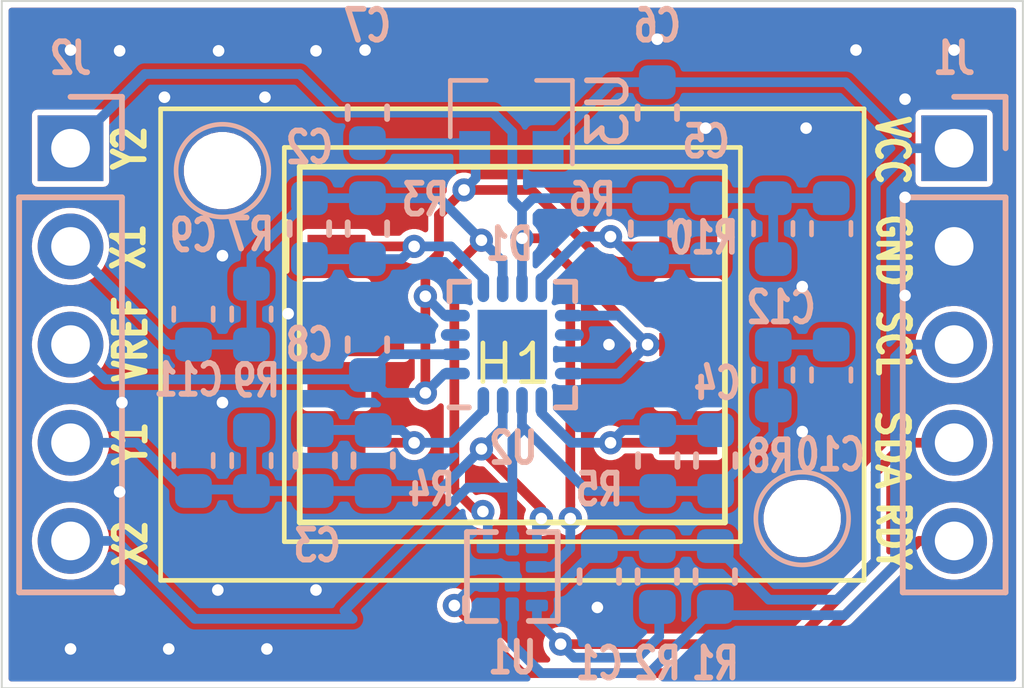
<source format=kicad_pcb>
(kicad_pcb (version 20171130) (host pcbnew 5.0.2-bee76a0~70~ubuntu16.04.1)

  (general
    (thickness 1.6)
    (drawings 14)
    (tracks 233)
    (zones 0)
    (modules 29)
    (nets 15)
  )

  (page A4)
  (layers
    (0 F.Cu signal)
    (31 B.Cu signal)
    (32 B.Adhes user)
    (33 F.Adhes user)
    (34 B.Paste user)
    (35 F.Paste user)
    (36 B.SilkS user hide)
    (37 F.SilkS user hide)
    (38 B.Mask user)
    (39 F.Mask user)
    (40 Dwgs.User user)
    (41 Cmts.User user)
    (42 Eco1.User user)
    (43 Eco2.User user)
    (44 Edge.Cuts user)
    (45 Margin user)
    (46 B.CrtYd user)
    (47 F.CrtYd user)
    (48 B.Fab user hide)
    (49 F.Fab user hide)
  )

  (setup
    (last_trace_width 0.25)
    (user_trace_width 0.2)
    (user_trace_width 0.5)
    (trace_clearance 0.15)
    (zone_clearance 0.15)
    (zone_45_only no)
    (trace_min 0.2)
    (segment_width 0.15)
    (edge_width 0.05)
    (via_size 0.6)
    (via_drill 0.3)
    (via_min_size 0.6)
    (via_min_drill 0.2)
    (uvia_size 0.3)
    (uvia_drill 0.1)
    (uvias_allowed no)
    (uvia_min_size 0.3)
    (uvia_min_drill 0.1)
    (pcb_text_width 0.15)
    (pcb_text_size 0.72 0.9)
    (mod_edge_width 0.15)
    (mod_text_size 0.6 0.8)
    (mod_text_width 0.15)
    (pad_size 1.524 1.524)
    (pad_drill 0.762)
    (pad_to_mask_clearance 0.051)
    (solder_mask_min_width 0.25)
    (aux_axis_origin 0 0)
    (visible_elements 7FFFFFFF)
    (pcbplotparams
      (layerselection 0x010fc_ffffffff)
      (usegerberextensions false)
      (usegerberattributes false)
      (usegerberadvancedattributes false)
      (creategerberjobfile false)
      (excludeedgelayer true)
      (linewidth 0.100000)
      (plotframeref false)
      (viasonmask false)
      (mode 1)
      (useauxorigin false)
      (hpglpennumber 1)
      (hpglpenspeed 20)
      (hpglpendiameter 15.000000)
      (psnegative false)
      (psa4output false)
      (plotreference true)
      (plotvalue true)
      (plotinvisibletext false)
      (padsonsilk false)
      (subtractmaskfromsilk false)
      (outputformat 1)
      (mirror false)
      (drillshape 1)
      (scaleselection 1)
      (outputdirectory ""))
  )

  (net 0 "")
  (net 1 GND)
  (net 2 /ADS1115/SDA)
  (net 3 /ADS1115/SCL)
  (net 4 /S5991-01/I1)
  (net 5 /S5991-01/I3)
  (net 6 /ADS1115/ALERT_RDY)
  (net 7 /S5991-01/I2)
  (net 8 /S5991-01/I4)
  (net 9 /X1)
  (net 10 /Y1)
  (net 11 /X2)
  (net 12 /Y2)
  (net 13 /VREF)
  (net 14 "/ ISL60002/VCC")

  (net_class Default "This is the default net class."
    (clearance 0.15)
    (trace_width 0.25)
    (via_dia 0.6)
    (via_drill 0.3)
    (uvia_dia 0.3)
    (uvia_drill 0.1)
    (add_net "/ ISL60002/VCC")
    (add_net /ADS1115/ALERT_RDY)
    (add_net /ADS1115/SCL)
    (add_net /ADS1115/SDA)
    (add_net /S5991-01/I1)
    (add_net /S5991-01/I2)
    (add_net /S5991-01/I3)
    (add_net /S5991-01/I4)
    (add_net /VREF)
    (add_net /X1)
    (add_net /X2)
    (add_net /Y1)
    (add_net /Y2)
    (add_net GND)
  )

  (module Capacitor_SMD:C_0603_1608Metric (layer B.Cu) (tedit 5CF6BBB6) (tstamp 5D577E7D)
    (at 8.25 -3 270)
    (descr "Capacitor SMD 0603 (1608 Metric), square (rectangular) end terminal, IPC_7351 nominal, (Body size source: http://www.tortai-tech.com/upload/download/2011102023233369053.pdf), generated with kicad-footprint-generator")
    (tags capacitor)
    (path /5C93EA33/5CF73619)
    (attr smd)
    (fp_text reference C12 (at 2.0375 1.3) (layer B.SilkS)
      (effects (font (size 0.8 0.6) (thickness 0.15)) (justify mirror))
    )
    (fp_text value C_Small (at 0 -1.43 270) (layer B.Fab)
      (effects (font (size 0.8 0.6) (thickness 0.15)) (justify mirror))
    )
    (fp_line (start -0.8 -0.4) (end -0.8 0.4) (layer B.Fab) (width 0.1))
    (fp_line (start -0.8 0.4) (end 0.8 0.4) (layer B.Fab) (width 0.1))
    (fp_line (start 0.8 0.4) (end 0.8 -0.4) (layer B.Fab) (width 0.1))
    (fp_line (start 0.8 -0.4) (end -0.8 -0.4) (layer B.Fab) (width 0.1))
    (fp_line (start -0.162779 0.51) (end 0.162779 0.51) (layer B.SilkS) (width 0.12))
    (fp_line (start -0.162779 -0.51) (end 0.162779 -0.51) (layer B.SilkS) (width 0.12))
    (fp_line (start -1.48 -0.73) (end -1.48 0.73) (layer B.CrtYd) (width 0.05))
    (fp_line (start -1.48 0.73) (end 1.48 0.73) (layer B.CrtYd) (width 0.05))
    (fp_line (start 1.48 0.73) (end 1.48 -0.73) (layer B.CrtYd) (width 0.05))
    (fp_line (start 1.48 -0.73) (end -1.48 -0.73) (layer B.CrtYd) (width 0.05))
    (fp_text user %R (at 0 0 270) (layer B.Fab)
      (effects (font (size 0.8 0.6) (thickness 0.15)) (justify mirror))
    )
    (pad 1 smd roundrect (at -0.7875 0 270) (size 0.875 0.95) (layers B.Cu B.Paste B.Mask) (roundrect_rratio 0.25)
      (net 12 /Y2))
    (pad 2 smd roundrect (at 0.7875 0 270) (size 0.875 0.95) (layers B.Cu B.Paste B.Mask) (roundrect_rratio 0.25)
      (net 1 GND))
    (model ${KISYS3DMOD}/Capacitor_SMD.3dshapes/C_0603_1608Metric.wrl
      (at (xyz 0 0 0))
      (scale (xyz 1 1 1))
      (rotate (xyz 0 0 0))
    )
  )

  (module Capacitor_SMD:C_0603_1608Metric (layer B.Cu) (tedit 5B301BBE) (tstamp 5CE8548A)
    (at 2.25 6 270)
    (descr "Capacitor SMD 0603 (1608 Metric), square (rectangular) end terminal, IPC_7351 nominal, (Body size source: http://www.tortai-tech.com/upload/download/2011102023233369053.pdf), generated with kicad-footprint-generator")
    (tags capacitor)
    (path /5C93EA33/5CE58CD7)
    (attr smd)
    (fp_text reference C1 (at 2.25 0 180) (layer B.SilkS)
      (effects (font (size 0.8 0.6) (thickness 0.15)) (justify mirror))
    )
    (fp_text value 0.1uF (at 0 -1.43 90) (layer B.Fab)
      (effects (font (size 0.8 0.6) (thickness 0.15)) (justify mirror))
    )
    (fp_line (start -0.8 -0.4) (end -0.8 0.4) (layer B.Fab) (width 0.15))
    (fp_line (start -0.8 0.4) (end 0.8 0.4) (layer B.Fab) (width 0.15))
    (fp_line (start 0.8 0.4) (end 0.8 -0.4) (layer B.Fab) (width 0.15))
    (fp_line (start 0.8 -0.4) (end -0.8 -0.4) (layer B.Fab) (width 0.15))
    (fp_line (start -0.162779 0.51) (end 0.162779 0.51) (layer B.SilkS) (width 0.15))
    (fp_line (start -0.162779 -0.51) (end 0.162779 -0.51) (layer B.SilkS) (width 0.15))
    (fp_line (start -1.48 -0.73) (end -1.48 0.73) (layer B.CrtYd) (width 0.05))
    (fp_line (start -1.48 0.73) (end 1.48 0.73) (layer B.CrtYd) (width 0.05))
    (fp_line (start 1.48 0.73) (end 1.48 -0.73) (layer B.CrtYd) (width 0.05))
    (fp_line (start 1.48 -0.73) (end -1.48 -0.73) (layer B.CrtYd) (width 0.05))
    (fp_text user %R (at 0 0 90) (layer B.Fab)
      (effects (font (size 0.8 0.6) (thickness 0.15)) (justify mirror))
    )
    (pad 1 smd roundrect (at -0.7875 0 270) (size 0.875 0.95) (layers B.Cu B.Paste B.Mask) (roundrect_rratio 0.25)
      (net 14 "/ ISL60002/VCC"))
    (pad 2 smd roundrect (at 0.7875 0 270) (size 0.875 0.95) (layers B.Cu B.Paste B.Mask) (roundrect_rratio 0.25)
      (net 1 GND))
    (model ${KISYS3DMOD}/Capacitor_SMD.3dshapes/C_0603_1608Metric.wrl
      (at (xyz 0 0 0))
      (scale (xyz 1 1 1))
      (rotate (xyz 0 0 0))
    )
  )

  (module Package_DFN_QFN:QFN-16-1EP_3x3mm_P0.5mm_EP1.8x1.8mm (layer B.Cu) (tedit 5A650279) (tstamp 5CE8317B)
    (at 0 0)
    (descr "16-Lead Plastic Quad Flat, No Lead Package (NG) - 3x3x0.9 mm Body [QFN]; (see Microchip Packaging Specification 00000049BS.pdf)")
    (tags "QFN 0.5")
    (path /5C93EB8A/5C951EEB)
    (attr smd)
    (fp_text reference U2 (at 0.025 2.675) (layer B.SilkS)
      (effects (font (size 0.8 0.6) (thickness 0.15)) (justify mirror))
    )
    (fp_text value TSU104 (at 0 -5.375) (layer B.Fab)
      (effects (font (size 0.8 0.6) (thickness 0.15)) (justify mirror))
    )
    (fp_line (start 1.625 1.625) (end 1.125 1.625) (layer B.SilkS) (width 0.15))
    (fp_line (start 1.625 -1.625) (end 1.125 -1.625) (layer B.SilkS) (width 0.15))
    (fp_line (start -1.625 -1.625) (end -1.125 -1.625) (layer B.SilkS) (width 0.15))
    (fp_line (start -1.625 1.625) (end -1.125 1.625) (layer B.SilkS) (width 0.15))
    (fp_line (start 1.625 -1.625) (end 1.625 -1.125) (layer B.SilkS) (width 0.15))
    (fp_line (start -1.625 -1.625) (end -1.625 -1.125) (layer B.SilkS) (width 0.15))
    (fp_line (start 1.625 1.625) (end 1.625 1.125) (layer B.SilkS) (width 0.15))
    (fp_line (start -2.1 -2.1) (end 2.1 -2.1) (layer B.CrtYd) (width 0.05))
    (fp_line (start -2.1 2.1) (end 2.1 2.1) (layer B.CrtYd) (width 0.05))
    (fp_line (start 2.1 2.1) (end 2.1 -2.1) (layer B.CrtYd) (width 0.05))
    (fp_line (start -2.1 2.1) (end -2.1 -2.1) (layer B.CrtYd) (width 0.05))
    (fp_line (start -1.5 0.5) (end -0.5 1.5) (layer B.Fab) (width 0.15))
    (fp_line (start -1.5 -1.5) (end -1.5 0.5) (layer B.Fab) (width 0.15))
    (fp_line (start 1.5 -1.5) (end -1.5 -1.5) (layer B.Fab) (width 0.15))
    (fp_line (start 1.5 1.5) (end 1.5 -1.5) (layer B.Fab) (width 0.15))
    (fp_line (start -0.5 1.5) (end 1.5 1.5) (layer B.Fab) (width 0.15))
    (fp_text user %R (at 0 0) (layer B.Fab)
      (effects (font (size 0.8 0.6) (thickness 0.15)) (justify mirror))
    )
    (pad "" smd rect (at -0.45 0.45) (size 0.73 0.73) (layers B.Paste))
    (pad "" smd rect (at 0.45 0.45) (size 0.73 0.73) (layers B.Paste))
    (pad "" smd rect (at 0.45 -0.45) (size 0.73 0.73) (layers B.Paste))
    (pad 17 smd rect (at 0 0) (size 1.8 1.8) (layers B.Cu B.Mask))
    (pad "" smd rect (at -0.45 -0.45) (size 0.73 0.73) (layers B.Paste))
    (pad 16 smd oval (at -0.75 1.475 270) (size 0.75 0.3) (layers B.Cu B.Paste B.Mask)
      (net 5 /S5991-01/I3))
    (pad 15 smd oval (at -0.25 1.475 270) (size 0.75 0.3) (layers B.Cu B.Paste B.Mask)
      (net 10 /Y1))
    (pad 14 smd oval (at 0.25 1.475 270) (size 0.75 0.3) (layers B.Cu B.Paste B.Mask)
      (net 11 /X2))
    (pad 13 smd oval (at 0.75 1.475 270) (size 0.75 0.3) (layers B.Cu B.Paste B.Mask)
      (net 7 /S5991-01/I2))
    (pad 12 smd oval (at 1.475 0.75) (size 0.75 0.3) (layers B.Cu B.Paste B.Mask)
      (net 13 /VREF))
    (pad 11 smd oval (at 1.475 0.25) (size 0.75 0.3) (layers B.Cu B.Paste B.Mask)
      (net 1 GND))
    (pad 10 smd oval (at 1.475 -0.25) (size 0.75 0.3) (layers B.Cu B.Paste B.Mask))
    (pad 9 smd oval (at 1.475 -0.75) (size 0.75 0.3) (layers B.Cu B.Paste B.Mask)
      (net 13 /VREF))
    (pad 8 smd oval (at 0.75 -1.475 270) (size 0.75 0.3) (layers B.Cu B.Paste B.Mask)
      (net 8 /S5991-01/I4))
    (pad 7 smd oval (at 0.25 -1.475 270) (size 0.75 0.3) (layers B.Cu B.Paste B.Mask)
      (net 12 /Y2))
    (pad 6 smd oval (at -0.25 -1.475 270) (size 0.75 0.3) (layers B.Cu B.Paste B.Mask)
      (net 9 /X1))
    (pad 5 smd oval (at -0.75 -1.475 270) (size 0.75 0.3) (layers B.Cu B.Paste B.Mask)
      (net 4 /S5991-01/I1))
    (pad 4 smd oval (at -1.475 -0.75) (size 0.75 0.3) (layers B.Cu B.Paste B.Mask)
      (net 13 /VREF))
    (pad 3 smd oval (at -1.475 -0.25) (size 0.75 0.3) (layers B.Cu B.Paste B.Mask))
    (pad 2 smd oval (at -1.475 0.25) (size 0.75 0.3) (layers B.Cu B.Paste B.Mask)
      (net 13 /VREF))
    (pad 1 smd oval (at -1.475 0.75) (size 0.75 0.3) (layers B.Cu B.Paste B.Mask)
      (net 13 /VREF))
    (model ${KISYS3DMOD}/Package_DFN_QFN.3dshapes/QFN-16-1EP_3x3mm_P0.5mm_EP1.8x1.8mm.wrl
      (at (xyz 0 0 0))
      (scale (xyz 1 1 1))
      (rotate (xyz 0 0 0))
    )
  )

  (module Resistor_SMD:R_0603_1608Metric (layer B.Cu) (tedit 5B301BBD) (tstamp 5CE8534A)
    (at -3.6 3 270)
    (descr "Resistor SMD 0603 (1608 Metric), square (rectangular) end terminal, IPC_7351 nominal, (Body size source: http://www.tortai-tech.com/upload/download/2011102023233369053.pdf), generated with kicad-footprint-generator")
    (tags resistor)
    (path /5C93EB8A/5CF15FC6)
    (attr smd)
    (fp_text reference R4 (at 0.75 -1.5) (layer B.SilkS)
      (effects (font (size 0.8 0.6) (thickness 0.15)) (justify mirror))
    )
    (fp_text value 75K (at 0 -1.43 90) (layer B.Fab)
      (effects (font (size 0.8 0.6) (thickness 0.15)) (justify mirror))
    )
    (fp_text user %R (at 0 0 90) (layer B.Fab)
      (effects (font (size 0.8 0.6) (thickness 0.15)) (justify mirror))
    )
    (fp_line (start 1.48 -0.73) (end -1.48 -0.73) (layer B.CrtYd) (width 0.05))
    (fp_line (start 1.48 0.73) (end 1.48 -0.73) (layer B.CrtYd) (width 0.05))
    (fp_line (start -1.48 0.73) (end 1.48 0.73) (layer B.CrtYd) (width 0.05))
    (fp_line (start -1.48 -0.73) (end -1.48 0.73) (layer B.CrtYd) (width 0.05))
    (fp_line (start -0.162779 -0.51) (end 0.162779 -0.51) (layer B.SilkS) (width 0.15))
    (fp_line (start -0.162779 0.51) (end 0.162779 0.51) (layer B.SilkS) (width 0.15))
    (fp_line (start 0.8 -0.4) (end -0.8 -0.4) (layer B.Fab) (width 0.15))
    (fp_line (start 0.8 0.4) (end 0.8 -0.4) (layer B.Fab) (width 0.15))
    (fp_line (start -0.8 0.4) (end 0.8 0.4) (layer B.Fab) (width 0.15))
    (fp_line (start -0.8 -0.4) (end -0.8 0.4) (layer B.Fab) (width 0.15))
    (pad 2 smd roundrect (at 0.7875 0 270) (size 0.875 0.95) (layers B.Cu B.Paste B.Mask) (roundrect_rratio 0.25)
      (net 10 /Y1))
    (pad 1 smd roundrect (at -0.7875 0 270) (size 0.875 0.95) (layers B.Cu B.Paste B.Mask) (roundrect_rratio 0.25)
      (net 5 /S5991-01/I3))
    (model ${KISYS3DMOD}/Resistor_SMD.3dshapes/R_0603_1608Metric.wrl
      (at (xyz 0 0 0))
      (scale (xyz 1 1 1))
      (rotate (xyz 0 0 0))
    )
  )

  (module Diode_SMD:S5990-01 (layer F.Cu) (tedit 5CE7DF3B) (tstamp 5CE8340C)
    (at 0 0)
    (path /5C93EC14/5CFA8773)
    (attr smd)
    (fp_text reference D1 (at -0.075 -2.6 -180) (layer B.SilkS)
      (effects (font (size 0.8 0.6) (thickness 0.15)) (justify mirror))
    )
    (fp_text value S5990-01 (at 0 8.75) (layer F.Fab)
      (effects (font (size 0.8 0.6) (thickness 0.15)))
    )
    (fp_line (start -4.3 -4.4) (end -5.3 -3.4) (layer F.Fab) (width 0.15))
    (fp_line (start -5.842 -1.905) (end -5.842 -3.175) (layer F.SilkS) (width 0.15))
    (fp_line (start 5.5 -4.6) (end -5.5 -4.6) (layer F.SilkS) (width 0.15))
    (fp_line (start 5.5 4.6) (end 5.5 -4.6) (layer F.SilkS) (width 0.15))
    (fp_line (start -5.5 4.6) (end 5.5 4.6) (layer F.SilkS) (width 0.15))
    (fp_line (start -5.5 -4.6) (end -5.5 4.6) (layer F.SilkS) (width 0.15))
    (fp_line (start 5.3 4.4) (end 5.3 -4.4) (layer F.Fab) (width 0.15))
    (fp_line (start -5.3 4.4) (end -5.3 -3.4) (layer F.Fab) (width 0.15))
    (fp_text user %R (at -1.27 1.27) (layer F.Fab)
      (effects (font (size 0.8 0.6) (thickness 0.15)))
    )
    (fp_line (start -5.65 -4.75) (end -5.65 4.75) (layer F.CrtYd) (width 0.05))
    (fp_line (start 5.65 -4.75) (end -5.65 -4.75) (layer F.CrtYd) (width 0.05))
    (fp_line (start 5.65 4.75) (end 5.65 -4.75) (layer F.CrtYd) (width 0.05))
    (fp_line (start -5.65 4.75) (end 5.65 4.75) (layer F.CrtYd) (width 0.05))
    (fp_line (start 5.3 -4.4) (end -4.3 -4.4) (layer F.Fab) (width 0.15))
    (fp_line (start 5.3 4.4) (end -5.3 4.4) (layer F.Fab) (width 0.15))
    (pad 1 smd rect (at -4.55 -2.54 90) (size 0.6 1.5) (layers F.Cu F.Paste F.Mask)
      (net 4 /S5991-01/I1))
    (pad 3 smd rect (at -4.05 0 90) (size 0.6 2.5) (layers F.Cu F.Paste F.Mask))
    (pad 10 smd rect (at 4.55 -2.54 90) (size 0.6 1.5) (layers F.Cu F.Paste F.Mask)
      (net 8 /S5991-01/I4))
    (pad 9 smd rect (at 4.55 -1.27 90) (size 0.6 1.5) (layers F.Cu F.Paste F.Mask))
    (pad 8 smd rect (at 4.55 0 90) (size 0.6 1.5) (layers F.Cu F.Paste F.Mask)
      (net 13 /VREF))
    (pad 7 smd rect (at 4.55 1.27 90) (size 0.6 1.5) (layers F.Cu F.Paste F.Mask))
    (pad 6 smd rect (at 4.55 2.54 90) (size 0.6 1.5) (layers F.Cu F.Paste F.Mask)
      (net 7 /S5991-01/I2))
    (pad 5 smd rect (at -4.55 2.54 90) (size 0.6 1.5) (layers F.Cu F.Paste F.Mask)
      (net 5 /S5991-01/I3))
    (pad 4 smd rect (at -4.55 1.27 90) (size 0.6 1.5) (layers F.Cu F.Paste F.Mask))
    (pad 2 smd rect (at -4.55 -1.27 90) (size 0.6 1.5) (layers F.Cu F.Paste F.Mask))
    (model ${KISYS3DMOD}/Diode_SMD.3dshapes/S5990-01.step
      (at (xyz 0 0 0))
      (scale (xyz 1 1 1))
      (rotate (xyz 0 0 0))
    )
    (model ${KISYS3DMOD}/Diode_SMD.3dshapes/s5990-01.wrl
      (at (xyz 0 0 0))
      (scale (xyz 1 1 1))
      (rotate (xyz 0 0 0))
    )
  )

  (module Package_DFN_QFN:X2QFN (layer B.Cu) (tedit 5B5AD74B) (tstamp 5CE83537)
    (at 0 6)
    (path /5C93EA33/5CE578D6)
    (fp_text reference U1 (at 0 2.1) (layer B.SilkS)
      (effects (font (size 0.8 0.6) (thickness 0.15)) (justify mirror))
    )
    (fp_text value ADS1115 (at 0 -1.7) (layer B.Fab)
      (effects (font (size 0.8 0.6) (thickness 0.15)) (justify mirror))
    )
    (fp_line (start -1.225 0.55) (end -1.225 0.95) (layer B.SilkS) (width 0.15))
    (fp_line (start 1.175 1.15) (end 0.425 1.15) (layer B.SilkS) (width 0.15))
    (fp_line (start 1.175 -1.15) (end 1.175 1.15) (layer B.SilkS) (width 0.15))
    (fp_line (start 0.425 -1.15) (end 1.175 -1.15) (layer B.SilkS) (width 0.15))
    (fp_line (start -1.175 -1.15) (end -0.425 -1.15) (layer B.SilkS) (width 0.15))
    (fp_line (start -1.175 1.15) (end -1.175 -1.15) (layer B.SilkS) (width 0.15))
    (fp_line (start -0.425 1.15) (end -1.175 1.15) (layer B.SilkS) (width 0.15))
    (fp_text user %R (at 0 0) (layer B.Fab)
      (effects (font (size 0.8 0.6) (thickness 0.15)) (justify mirror))
    )
    (fp_line (start -1 -1) (end -1 0.5) (layer B.Fab) (width 0.15))
    (fp_line (start 1 -1) (end -1 -1) (layer B.Fab) (width 0.15))
    (fp_line (start 1 1) (end 1 -1) (layer B.Fab) (width 0.15))
    (fp_line (start -0.5 1) (end 1 1) (layer B.Fab) (width 0.15))
    (fp_line (start -1 0.5) (end -0.5 1) (layer B.Fab) (width 0.15))
    (fp_line (start -1.25 1.425) (end -1.25 -1.425) (layer B.CrtYd) (width 0.05))
    (fp_line (start -1.25 -1.425) (end 1.25 -1.425) (layer B.CrtYd) (width 0.05))
    (fp_line (start 1.25 -1.425) (end 1.25 1.425) (layer B.CrtYd) (width 0.05))
    (fp_line (start 1.25 1.425) (end -1.25 1.425) (layer B.CrtYd) (width 0.05))
    (pad 9 smd roundrect (at 0.635 0.75) (size 0.575 0.3) (layers B.Cu B.Paste B.Mask) (roundrect_rratio 0.25)
      (net 2 /ADS1115/SDA))
    (pad 8 smd roundrect (at 0.635 0.25) (size 0.575 0.3) (layers B.Cu B.Paste B.Mask) (roundrect_rratio 0.25)
      (net 14 "/ ISL60002/VCC"))
    (pad 7 smd roundrect (at 0.635 -0.25) (size 0.575 0.3) (layers B.Cu B.Paste B.Mask) (roundrect_rratio 0.25)
      (net 12 /Y2))
    (pad 6 smd roundrect (at 0.635 -0.75) (size 0.575 0.3) (layers B.Cu B.Paste B.Mask) (roundrect_rratio 0.25)
      (net 10 /Y1))
    (pad 10 smd roundrect (at 0 0.8575 270) (size 0.635 0.35) (layers B.Cu B.Paste B.Mask) (roundrect_rratio 0.25)
      (net 3 /ADS1115/SCL))
    (pad 5 smd roundrect (at 0 -0.8575 270) (size 0.635 0.35) (layers B.Cu B.Paste B.Mask) (roundrect_rratio 0.25)
      (net 11 /X2))
    (pad 4 smd roundrect (at -0.635 -0.75) (size 0.575 0.3) (layers B.Cu B.Paste B.Mask) (roundrect_rratio 0.25)
      (net 9 /X1))
    (pad 3 smd roundrect (at -0.635 -0.25) (size 0.575 0.3) (layers B.Cu B.Paste B.Mask) (roundrect_rratio 0.25)
      (net 1 GND))
    (pad 2 smd roundrect (at -0.635 0.25) (size 0.575 0.3) (layers B.Cu B.Paste B.Mask) (roundrect_rratio 0.25)
      (net 6 /ADS1115/ALERT_RDY))
    (pad 1 smd roundrect (at -0.635 0.75) (size 0.575 0.3) (layers B.Cu B.Paste B.Mask) (roundrect_rratio 0.25)
      (net 1 GND))
    (model ${KIPRJMOD}/kicad-packages3D/Package_DFN_QFN.3dshapes/Texas_X2QFN.step
      (offset (xyz 0 0 0.65))
      (scale (xyz 1 1 1))
      (rotate (xyz 180 0 90))
    )
    (model ${KISYS3DMOD}/Package_DFN_QFN.3dshapes/X2QFN-10.stp
      (at (xyz 0 0 0))
      (scale (xyz 1 1 1))
      (rotate (xyz 0 0 0))
    )
  )

  (module Connector_PinHeader_2.54mm:PinHeader_1x05_P2.54mm_Vertical (layer B.Cu) (tedit 59FED5CC) (tstamp 5CE8FAF5)
    (at 11.43 -5.08 180)
    (descr "Through hole straight pin header, 1x05, 2.54mm pitch, single row")
    (tags "Through hole pin header THT 1x05 2.54mm single row")
    (path /5CE84FB4)
    (fp_text reference J1 (at 0 2.33) (layer B.SilkS)
      (effects (font (size 0.8 0.6) (thickness 0.15)) (justify mirror))
    )
    (fp_text value Conn_01x05 (at 0 -12.49) (layer B.Fab)
      (effects (font (size 0.8 0.6) (thickness 0.15)) (justify mirror))
    )
    (fp_line (start -0.635 1.27) (end 1.27 1.27) (layer B.Fab) (width 0.15))
    (fp_line (start 1.27 1.27) (end 1.27 -11.43) (layer B.Fab) (width 0.15))
    (fp_line (start 1.27 -11.43) (end -1.27 -11.43) (layer B.Fab) (width 0.15))
    (fp_line (start -1.27 -11.43) (end -1.27 0.635) (layer B.Fab) (width 0.15))
    (fp_line (start -1.27 0.635) (end -0.635 1.27) (layer B.Fab) (width 0.15))
    (fp_line (start -1.33 -11.49) (end 1.33 -11.49) (layer B.SilkS) (width 0.15))
    (fp_line (start -1.33 -1.27) (end -1.33 -11.49) (layer B.SilkS) (width 0.15))
    (fp_line (start 1.33 -1.27) (end 1.33 -11.49) (layer B.SilkS) (width 0.15))
    (fp_line (start -1.33 -1.27) (end 1.33 -1.27) (layer B.SilkS) (width 0.15))
    (fp_line (start -1.33 0) (end -1.33 1.33) (layer B.SilkS) (width 0.15))
    (fp_line (start -1.33 1.33) (end 0 1.33) (layer B.SilkS) (width 0.15))
    (fp_line (start -1.8 1.8) (end -1.8 -11.95) (layer B.CrtYd) (width 0.05))
    (fp_line (start -1.8 -11.95) (end 1.8 -11.95) (layer B.CrtYd) (width 0.05))
    (fp_line (start 1.8 -11.95) (end 1.8 1.8) (layer B.CrtYd) (width 0.05))
    (fp_line (start 1.8 1.8) (end -1.8 1.8) (layer B.CrtYd) (width 0.05))
    (fp_text user %R (at 0 -5.08 -90) (layer B.Fab)
      (effects (font (size 0.8 0.6) (thickness 0.15)) (justify mirror))
    )
    (pad 1 thru_hole rect (at 0 0 180) (size 1.7 1.7) (drill 1) (layers *.Cu *.Mask)
      (net 14 "/ ISL60002/VCC"))
    (pad 2 thru_hole oval (at 0 -2.54 180) (size 1.7 1.7) (drill 1) (layers *.Cu *.Mask)
      (net 1 GND))
    (pad 3 thru_hole oval (at 0 -5.08 180) (size 1.7 1.7) (drill 1) (layers *.Cu *.Mask)
      (net 3 /ADS1115/SCL))
    (pad 4 thru_hole oval (at 0 -7.62 180) (size 1.7 1.7) (drill 1) (layers *.Cu *.Mask)
      (net 2 /ADS1115/SDA))
    (pad 5 thru_hole oval (at 0 -10.16 180) (size 1.7 1.7) (drill 1) (layers *.Cu *.Mask)
      (net 6 /ADS1115/ALERT_RDY))
    (model ${KISYS3DMOD}/Connector_PinHeader_2.54mm.3dshapes/PinHeader_1x05_P2.54mm_Vertical.wrl
      (at (xyz 0 0 0))
      (scale (xyz 1 1 1))
      (rotate (xyz 0 0 0))
    )
  )

  (module Resistor_SMD:R_0603_1608Metric (layer B.Cu) (tedit 5B301BBD) (tstamp 5D0344D7)
    (at 5.25 6 90)
    (descr "Resistor SMD 0603 (1608 Metric), square (rectangular) end terminal, IPC_7351 nominal, (Body size source: http://www.tortai-tech.com/upload/download/2011102023233369053.pdf), generated with kicad-footprint-generator")
    (tags resistor)
    (path /5CD430C5)
    (attr smd)
    (fp_text reference R1 (at -2.25 0 180) (layer B.SilkS)
      (effects (font (size 0.8 0.6) (thickness 0.15)) (justify mirror))
    )
    (fp_text value 4.7K (at 0 -1.43 90) (layer B.Fab)
      (effects (font (size 0.8 0.6) (thickness 0.15)) (justify mirror))
    )
    (fp_text user %R (at 0 0 90) (layer B.Fab)
      (effects (font (size 0.8 0.6) (thickness 0.15)) (justify mirror))
    )
    (fp_line (start 1.48 -0.73) (end -1.48 -0.73) (layer B.CrtYd) (width 0.05))
    (fp_line (start 1.48 0.73) (end 1.48 -0.73) (layer B.CrtYd) (width 0.05))
    (fp_line (start -1.48 0.73) (end 1.48 0.73) (layer B.CrtYd) (width 0.05))
    (fp_line (start -1.48 -0.73) (end -1.48 0.73) (layer B.CrtYd) (width 0.05))
    (fp_line (start -0.162779 -0.51) (end 0.162779 -0.51) (layer B.SilkS) (width 0.15))
    (fp_line (start -0.162779 0.51) (end 0.162779 0.51) (layer B.SilkS) (width 0.15))
    (fp_line (start 0.8 -0.4) (end -0.8 -0.4) (layer B.Fab) (width 0.15))
    (fp_line (start 0.8 0.4) (end 0.8 -0.4) (layer B.Fab) (width 0.15))
    (fp_line (start -0.8 0.4) (end 0.8 0.4) (layer B.Fab) (width 0.15))
    (fp_line (start -0.8 -0.4) (end -0.8 0.4) (layer B.Fab) (width 0.15))
    (pad 2 smd roundrect (at 0.7875 0 90) (size 0.875 0.95) (layers B.Cu B.Paste B.Mask) (roundrect_rratio 0.25)
      (net 14 "/ ISL60002/VCC"))
    (pad 1 smd roundrect (at -0.7875 0 90) (size 0.875 0.95) (layers B.Cu B.Paste B.Mask) (roundrect_rratio 0.25)
      (net 3 /ADS1115/SCL))
    (model ${KISYS3DMOD}/Resistor_SMD.3dshapes/R_0603_1608Metric.wrl
      (at (xyz 0 0 0))
      (scale (xyz 1 1 1))
      (rotate (xyz 0 0 0))
    )
  )

  (module Resistor_SMD:R_0603_1608Metric (layer B.Cu) (tedit 5B301BBD) (tstamp 5D03439C)
    (at 3.75 6 90)
    (descr "Resistor SMD 0603 (1608 Metric), square (rectangular) end terminal, IPC_7351 nominal, (Body size source: http://www.tortai-tech.com/upload/download/2011102023233369053.pdf), generated with kicad-footprint-generator")
    (tags resistor)
    (path /5CD45A92)
    (attr smd)
    (fp_text reference R2 (at -2.25 0 180) (layer B.SilkS)
      (effects (font (size 0.8 0.6) (thickness 0.15)) (justify mirror))
    )
    (fp_text value 4.7K (at 0 -1.43 90) (layer B.Fab)
      (effects (font (size 0.8 0.6) (thickness 0.15)) (justify mirror))
    )
    (fp_line (start -0.8 -0.4) (end -0.8 0.4) (layer B.Fab) (width 0.15))
    (fp_line (start -0.8 0.4) (end 0.8 0.4) (layer B.Fab) (width 0.15))
    (fp_line (start 0.8 0.4) (end 0.8 -0.4) (layer B.Fab) (width 0.15))
    (fp_line (start 0.8 -0.4) (end -0.8 -0.4) (layer B.Fab) (width 0.15))
    (fp_line (start -0.162779 0.51) (end 0.162779 0.51) (layer B.SilkS) (width 0.15))
    (fp_line (start -0.162779 -0.51) (end 0.162779 -0.51) (layer B.SilkS) (width 0.15))
    (fp_line (start -1.48 -0.73) (end -1.48 0.73) (layer B.CrtYd) (width 0.05))
    (fp_line (start -1.48 0.73) (end 1.48 0.73) (layer B.CrtYd) (width 0.05))
    (fp_line (start 1.48 0.73) (end 1.48 -0.73) (layer B.CrtYd) (width 0.05))
    (fp_line (start 1.48 -0.73) (end -1.48 -0.73) (layer B.CrtYd) (width 0.05))
    (fp_text user %R (at 0 0 90) (layer B.Fab)
      (effects (font (size 0.8 0.6) (thickness 0.15)) (justify mirror))
    )
    (pad 1 smd roundrect (at -0.7875 0 90) (size 0.875 0.95) (layers B.Cu B.Paste B.Mask) (roundrect_rratio 0.25)
      (net 2 /ADS1115/SDA))
    (pad 2 smd roundrect (at 0.7875 0 90) (size 0.875 0.95) (layers B.Cu B.Paste B.Mask) (roundrect_rratio 0.25)
      (net 14 "/ ISL60002/VCC"))
    (model ${KISYS3DMOD}/Resistor_SMD.3dshapes/R_0603_1608Metric.wrl
      (at (xyz 0 0 0))
      (scale (xyz 1 1 1))
      (rotate (xyz 0 0 0))
    )
  )

  (module Resistor_SMD:R_0603_1608Metric (layer B.Cu) (tedit 5B301BBD) (tstamp 5CE85E09)
    (at -3.75 -3 90)
    (descr "Resistor SMD 0603 (1608 Metric), square (rectangular) end terminal, IPC_7351 nominal, (Body size source: http://www.tortai-tech.com/upload/download/2011102023233369053.pdf), generated with kicad-footprint-generator")
    (tags resistor)
    (path /5C93EB8A/5CEBBD69)
    (attr smd)
    (fp_text reference R3 (at 0.75 1.5 180) (layer B.SilkS)
      (effects (font (size 0.8 0.6) (thickness 0.15)) (justify mirror))
    )
    (fp_text value 75K (at 0 -1.43 90) (layer B.Fab)
      (effects (font (size 0.8 0.6) (thickness 0.15)) (justify mirror))
    )
    (fp_line (start -0.8 -0.4) (end -0.8 0.4) (layer B.Fab) (width 0.15))
    (fp_line (start -0.8 0.4) (end 0.8 0.4) (layer B.Fab) (width 0.15))
    (fp_line (start 0.8 0.4) (end 0.8 -0.4) (layer B.Fab) (width 0.15))
    (fp_line (start 0.8 -0.4) (end -0.8 -0.4) (layer B.Fab) (width 0.15))
    (fp_line (start -0.162779 0.51) (end 0.162779 0.51) (layer B.SilkS) (width 0.15))
    (fp_line (start -0.162779 -0.51) (end 0.162779 -0.51) (layer B.SilkS) (width 0.15))
    (fp_line (start -1.48 -0.73) (end -1.48 0.73) (layer B.CrtYd) (width 0.05))
    (fp_line (start -1.48 0.73) (end 1.48 0.73) (layer B.CrtYd) (width 0.05))
    (fp_line (start 1.48 0.73) (end 1.48 -0.73) (layer B.CrtYd) (width 0.05))
    (fp_line (start 1.48 -0.73) (end -1.48 -0.73) (layer B.CrtYd) (width 0.05))
    (fp_text user %R (at 0 0 90) (layer B.Fab)
      (effects (font (size 0.8 0.6) (thickness 0.15)) (justify mirror))
    )
    (pad 1 smd roundrect (at -0.7875 0 90) (size 0.875 0.95) (layers B.Cu B.Paste B.Mask) (roundrect_rratio 0.25)
      (net 4 /S5991-01/I1))
    (pad 2 smd roundrect (at 0.7875 0 90) (size 0.875 0.95) (layers B.Cu B.Paste B.Mask) (roundrect_rratio 0.25)
      (net 9 /X1))
    (model ${KISYS3DMOD}/Resistor_SMD.3dshapes/R_0603_1608Metric.wrl
      (at (xyz 0 0 0))
      (scale (xyz 1 1 1))
      (rotate (xyz 0 0 0))
    )
  )

  (module Resistor_SMD:R_0603_1608Metric (layer B.Cu) (tedit 5B301BBD) (tstamp 5D034429)
    (at 3.762 3 270)
    (descr "Resistor SMD 0603 (1608 Metric), square (rectangular) end terminal, IPC_7351 nominal, (Body size source: http://www.tortai-tech.com/upload/download/2011102023233369053.pdf), generated with kicad-footprint-generator")
    (tags resistor)
    (path /5C93EB8A/5CF106D3)
    (attr smd)
    (fp_text reference R5 (at 0.75 1.512 180) (layer B.SilkS)
      (effects (font (size 0.8 0.6) (thickness 0.15)) (justify mirror))
    )
    (fp_text value 75K (at 0 -1.43 90) (layer B.Fab)
      (effects (font (size 0.8 0.6) (thickness 0.15)) (justify mirror))
    )
    (fp_text user %R (at 0 0 90) (layer B.Fab)
      (effects (font (size 0.8 0.6) (thickness 0.15)) (justify mirror))
    )
    (fp_line (start 1.48 -0.73) (end -1.48 -0.73) (layer B.CrtYd) (width 0.05))
    (fp_line (start 1.48 0.73) (end 1.48 -0.73) (layer B.CrtYd) (width 0.05))
    (fp_line (start -1.48 0.73) (end 1.48 0.73) (layer B.CrtYd) (width 0.05))
    (fp_line (start -1.48 -0.73) (end -1.48 0.73) (layer B.CrtYd) (width 0.05))
    (fp_line (start -0.162779 -0.51) (end 0.162779 -0.51) (layer B.SilkS) (width 0.15))
    (fp_line (start -0.162779 0.51) (end 0.162779 0.51) (layer B.SilkS) (width 0.15))
    (fp_line (start 0.8 -0.4) (end -0.8 -0.4) (layer B.Fab) (width 0.15))
    (fp_line (start 0.8 0.4) (end 0.8 -0.4) (layer B.Fab) (width 0.15))
    (fp_line (start -0.8 0.4) (end 0.8 0.4) (layer B.Fab) (width 0.15))
    (fp_line (start -0.8 -0.4) (end -0.8 0.4) (layer B.Fab) (width 0.15))
    (pad 2 smd roundrect (at 0.7875 0 270) (size 0.875 0.95) (layers B.Cu B.Paste B.Mask) (roundrect_rratio 0.25)
      (net 11 /X2))
    (pad 1 smd roundrect (at -0.7875 0 270) (size 0.875 0.95) (layers B.Cu B.Paste B.Mask) (roundrect_rratio 0.25)
      (net 7 /S5991-01/I2))
    (model ${KISYS3DMOD}/Resistor_SMD.3dshapes/R_0603_1608Metric.wrl
      (at (xyz 0 0 0))
      (scale (xyz 1 1 1))
      (rotate (xyz 0 0 0))
    )
  )

  (module Resistor_SMD:R_0603_1608Metric (layer B.Cu) (tedit 5B301BBD) (tstamp 5D0343F9)
    (at 3.575 -3 90)
    (descr "Resistor SMD 0603 (1608 Metric), square (rectangular) end terminal, IPC_7351 nominal, (Body size source: http://www.tortai-tech.com/upload/download/2011102023233369053.pdf), generated with kicad-footprint-generator")
    (tags resistor)
    (path /5C93EB8A/5CF12FEB)
    (attr smd)
    (fp_text reference R6 (at 0.75 -1.512 180) (layer B.SilkS)
      (effects (font (size 0.8 0.6) (thickness 0.15)) (justify mirror))
    )
    (fp_text value 75K (at 0 -1.43 90) (layer B.Fab)
      (effects (font (size 0.8 0.6) (thickness 0.15)) (justify mirror))
    )
    (fp_line (start -0.8 -0.4) (end -0.8 0.4) (layer B.Fab) (width 0.15))
    (fp_line (start -0.8 0.4) (end 0.8 0.4) (layer B.Fab) (width 0.15))
    (fp_line (start 0.8 0.4) (end 0.8 -0.4) (layer B.Fab) (width 0.15))
    (fp_line (start 0.8 -0.4) (end -0.8 -0.4) (layer B.Fab) (width 0.15))
    (fp_line (start -0.162779 0.51) (end 0.162779 0.51) (layer B.SilkS) (width 0.15))
    (fp_line (start -0.162779 -0.51) (end 0.162779 -0.51) (layer B.SilkS) (width 0.15))
    (fp_line (start -1.48 -0.73) (end -1.48 0.73) (layer B.CrtYd) (width 0.05))
    (fp_line (start -1.48 0.73) (end 1.48 0.73) (layer B.CrtYd) (width 0.05))
    (fp_line (start 1.48 0.73) (end 1.48 -0.73) (layer B.CrtYd) (width 0.05))
    (fp_line (start 1.48 -0.73) (end -1.48 -0.73) (layer B.CrtYd) (width 0.05))
    (fp_text user %R (at 0 0 90) (layer B.Fab)
      (effects (font (size 0.8 0.6) (thickness 0.15)) (justify mirror))
    )
    (pad 1 smd roundrect (at -0.7875 0 90) (size 0.875 0.95) (layers B.Cu B.Paste B.Mask) (roundrect_rratio 0.25)
      (net 8 /S5991-01/I4))
    (pad 2 smd roundrect (at 0.7875 0 90) (size 0.875 0.95) (layers B.Cu B.Paste B.Mask) (roundrect_rratio 0.25)
      (net 12 /Y2))
    (model ${KISYS3DMOD}/Resistor_SMD.3dshapes/R_0603_1608Metric.wrl
      (at (xyz 0 0 0))
      (scale (xyz 1 1 1))
      (rotate (xyz 0 0 0))
    )
  )

  (module Capacitor_SMD:C_0603_1608Metric (layer B.Cu) (tedit 5B301BBE) (tstamp 5CE8E06E)
    (at -5.25 -3 90)
    (descr "Capacitor SMD 0603 (1608 Metric), square (rectangular) end terminal, IPC_7351 nominal, (Body size source: http://www.tortai-tech.com/upload/download/2011102023233369053.pdf), generated with kicad-footprint-generator")
    (tags capacitor)
    (path /5C93EB8A/5CEBBD5E)
    (attr smd)
    (fp_text reference C2 (at 2.1 0 180) (layer B.SilkS)
      (effects (font (size 0.8 0.6) (thickness 0.15)) (justify mirror))
    )
    (fp_text value 1uF (at 0 -1.43 90) (layer B.Fab)
      (effects (font (size 0.8 0.6) (thickness 0.15)) (justify mirror))
    )
    (fp_text user %R (at 0 0 90) (layer B.Fab)
      (effects (font (size 0.8 0.6) (thickness 0.15)) (justify mirror))
    )
    (fp_line (start 1.48 -0.73) (end -1.48 -0.73) (layer B.CrtYd) (width 0.05))
    (fp_line (start 1.48 0.73) (end 1.48 -0.73) (layer B.CrtYd) (width 0.05))
    (fp_line (start -1.48 0.73) (end 1.48 0.73) (layer B.CrtYd) (width 0.05))
    (fp_line (start -1.48 -0.73) (end -1.48 0.73) (layer B.CrtYd) (width 0.05))
    (fp_line (start -0.162779 -0.51) (end 0.162779 -0.51) (layer B.SilkS) (width 0.15))
    (fp_line (start -0.162779 0.51) (end 0.162779 0.51) (layer B.SilkS) (width 0.15))
    (fp_line (start 0.8 -0.4) (end -0.8 -0.4) (layer B.Fab) (width 0.15))
    (fp_line (start 0.8 0.4) (end 0.8 -0.4) (layer B.Fab) (width 0.15))
    (fp_line (start -0.8 0.4) (end 0.8 0.4) (layer B.Fab) (width 0.15))
    (fp_line (start -0.8 -0.4) (end -0.8 0.4) (layer B.Fab) (width 0.15))
    (pad 2 smd roundrect (at 0.7875 0 90) (size 0.875 0.95) (layers B.Cu B.Paste B.Mask) (roundrect_rratio 0.25)
      (net 9 /X1))
    (pad 1 smd roundrect (at -0.7875 0 90) (size 0.875 0.95) (layers B.Cu B.Paste B.Mask) (roundrect_rratio 0.25)
      (net 4 /S5991-01/I1))
    (model ${KISYS3DMOD}/Capacitor_SMD.3dshapes/C_0603_1608Metric.wrl
      (at (xyz 0 0 0))
      (scale (xyz 1 1 1))
      (rotate (xyz 0 0 0))
    )
  )

  (module Capacitor_SMD:C_0603_1608Metric (layer B.Cu) (tedit 5B301BBE) (tstamp 5CE854AA)
    (at -5.1 3 270)
    (descr "Capacitor SMD 0603 (1608 Metric), square (rectangular) end terminal, IPC_7351 nominal, (Body size source: http://www.tortai-tech.com/upload/download/2011102023233369053.pdf), generated with kicad-footprint-generator")
    (tags capacitor)
    (path /5C93EB8A/5CF15FBB)
    (attr smd)
    (fp_text reference C3 (at 2.2 -0.05 180) (layer B.SilkS)
      (effects (font (size 0.8 0.6) (thickness 0.15)) (justify mirror))
    )
    (fp_text value 1uF (at 0 -1.43 90) (layer B.Fab)
      (effects (font (size 0.8 0.6) (thickness 0.15)) (justify mirror))
    )
    (fp_line (start -0.8 -0.4) (end -0.8 0.4) (layer B.Fab) (width 0.15))
    (fp_line (start -0.8 0.4) (end 0.8 0.4) (layer B.Fab) (width 0.15))
    (fp_line (start 0.8 0.4) (end 0.8 -0.4) (layer B.Fab) (width 0.15))
    (fp_line (start 0.8 -0.4) (end -0.8 -0.4) (layer B.Fab) (width 0.15))
    (fp_line (start -0.162779 0.51) (end 0.162779 0.51) (layer B.SilkS) (width 0.15))
    (fp_line (start -0.162779 -0.51) (end 0.162779 -0.51) (layer B.SilkS) (width 0.15))
    (fp_line (start -1.48 -0.73) (end -1.48 0.73) (layer B.CrtYd) (width 0.05))
    (fp_line (start -1.48 0.73) (end 1.48 0.73) (layer B.CrtYd) (width 0.05))
    (fp_line (start 1.48 0.73) (end 1.48 -0.73) (layer B.CrtYd) (width 0.05))
    (fp_line (start 1.48 -0.73) (end -1.48 -0.73) (layer B.CrtYd) (width 0.05))
    (fp_text user %R (at 0 0 90) (layer B.Fab)
      (effects (font (size 0.8 0.6) (thickness 0.15)) (justify mirror))
    )
    (pad 1 smd roundrect (at -0.7875 0 270) (size 0.875 0.95) (layers B.Cu B.Paste B.Mask) (roundrect_rratio 0.25)
      (net 5 /S5991-01/I3))
    (pad 2 smd roundrect (at 0.7875 0 270) (size 0.875 0.95) (layers B.Cu B.Paste B.Mask) (roundrect_rratio 0.25)
      (net 10 /Y1))
    (model ${KISYS3DMOD}/Capacitor_SMD.3dshapes/C_0603_1608Metric.wrl
      (at (xyz 0 0 0))
      (scale (xyz 1 1 1))
      (rotate (xyz 0 0 0))
    )
  )

  (module Capacitor_SMD:C_0603_1608Metric (layer B.Cu) (tedit 5B301BBE) (tstamp 5D034360)
    (at 5.262 3 270)
    (descr "Capacitor SMD 0603 (1608 Metric), square (rectangular) end terminal, IPC_7351 nominal, (Body size source: http://www.tortai-tech.com/upload/download/2011102023233369053.pdf), generated with kicad-footprint-generator")
    (tags capacitor)
    (path /5C93EB8A/5CF106C8)
    (attr smd)
    (fp_text reference C4 (at -2 -0.038 180) (layer B.SilkS)
      (effects (font (size 0.8 0.6) (thickness 0.15)) (justify mirror))
    )
    (fp_text value 1uF (at 0 -1.43 90) (layer B.Fab)
      (effects (font (size 0.8 0.6) (thickness 0.15)) (justify mirror))
    )
    (fp_line (start -0.8 -0.4) (end -0.8 0.4) (layer B.Fab) (width 0.15))
    (fp_line (start -0.8 0.4) (end 0.8 0.4) (layer B.Fab) (width 0.15))
    (fp_line (start 0.8 0.4) (end 0.8 -0.4) (layer B.Fab) (width 0.15))
    (fp_line (start 0.8 -0.4) (end -0.8 -0.4) (layer B.Fab) (width 0.15))
    (fp_line (start -0.162779 0.51) (end 0.162779 0.51) (layer B.SilkS) (width 0.15))
    (fp_line (start -0.162779 -0.51) (end 0.162779 -0.51) (layer B.SilkS) (width 0.15))
    (fp_line (start -1.48 -0.73) (end -1.48 0.73) (layer B.CrtYd) (width 0.05))
    (fp_line (start -1.48 0.73) (end 1.48 0.73) (layer B.CrtYd) (width 0.05))
    (fp_line (start 1.48 0.73) (end 1.48 -0.73) (layer B.CrtYd) (width 0.05))
    (fp_line (start 1.48 -0.73) (end -1.48 -0.73) (layer B.CrtYd) (width 0.05))
    (fp_text user %R (at 0 0 90) (layer B.Fab)
      (effects (font (size 0.8 0.6) (thickness 0.15)) (justify mirror))
    )
    (pad 1 smd roundrect (at -0.7875 0 270) (size 0.875 0.95) (layers B.Cu B.Paste B.Mask) (roundrect_rratio 0.25)
      (net 7 /S5991-01/I2))
    (pad 2 smd roundrect (at 0.7875 0 270) (size 0.875 0.95) (layers B.Cu B.Paste B.Mask) (roundrect_rratio 0.25)
      (net 11 /X2))
    (model ${KISYS3DMOD}/Capacitor_SMD.3dshapes/C_0603_1608Metric.wrl
      (at (xyz 0 0 0))
      (scale (xyz 1 1 1))
      (rotate (xyz 0 0 0))
    )
  )

  (module Capacitor_SMD:C_0603_1608Metric (layer B.Cu) (tedit 5B301BBE) (tstamp 5D034477)
    (at 5.075 -3 90)
    (descr "Capacitor SMD 0603 (1608 Metric), square (rectangular) end terminal, IPC_7351 nominal, (Body size source: http://www.tortai-tech.com/upload/download/2011102023233369053.pdf), generated with kicad-footprint-generator")
    (tags capacitor)
    (path /5C93EB8A/5CF12FE0)
    (attr smd)
    (fp_text reference C5 (at 2.25 -0.062 180) (layer B.SilkS)
      (effects (font (size 0.8 0.6) (thickness 0.15)) (justify mirror))
    )
    (fp_text value 1uF (at 0 -1.43 90) (layer B.Fab)
      (effects (font (size 0.8 0.6) (thickness 0.15)) (justify mirror))
    )
    (fp_text user %R (at 0 0 90) (layer B.Fab)
      (effects (font (size 0.8 0.6) (thickness 0.15)) (justify mirror))
    )
    (fp_line (start 1.48 -0.73) (end -1.48 -0.73) (layer B.CrtYd) (width 0.05))
    (fp_line (start 1.48 0.73) (end 1.48 -0.73) (layer B.CrtYd) (width 0.05))
    (fp_line (start -1.48 0.73) (end 1.48 0.73) (layer B.CrtYd) (width 0.05))
    (fp_line (start -1.48 -0.73) (end -1.48 0.73) (layer B.CrtYd) (width 0.05))
    (fp_line (start -0.162779 -0.51) (end 0.162779 -0.51) (layer B.SilkS) (width 0.15))
    (fp_line (start -0.162779 0.51) (end 0.162779 0.51) (layer B.SilkS) (width 0.15))
    (fp_line (start 0.8 -0.4) (end -0.8 -0.4) (layer B.Fab) (width 0.15))
    (fp_line (start 0.8 0.4) (end 0.8 -0.4) (layer B.Fab) (width 0.15))
    (fp_line (start -0.8 0.4) (end 0.8 0.4) (layer B.Fab) (width 0.15))
    (fp_line (start -0.8 -0.4) (end -0.8 0.4) (layer B.Fab) (width 0.15))
    (pad 2 smd roundrect (at 0.7875 0 90) (size 0.875 0.95) (layers B.Cu B.Paste B.Mask) (roundrect_rratio 0.25)
      (net 12 /Y2))
    (pad 1 smd roundrect (at -0.7875 0 90) (size 0.875 0.95) (layers B.Cu B.Paste B.Mask) (roundrect_rratio 0.25)
      (net 8 /S5991-01/I4))
    (model ${KISYS3DMOD}/Capacitor_SMD.3dshapes/C_0603_1608Metric.wrl
      (at (xyz 0 0 0))
      (scale (xyz 1 1 1))
      (rotate (xyz 0 0 0))
    )
  )

  (module Capacitor_SMD:C_0603_1608Metric (layer B.Cu) (tedit 5B301BBE) (tstamp 5D03453A)
    (at 3.75 -6 270)
    (descr "Capacitor SMD 0603 (1608 Metric), square (rectangular) end terminal, IPC_7351 nominal, (Body size source: http://www.tortai-tech.com/upload/download/2011102023233369053.pdf), generated with kicad-footprint-generator")
    (tags capacitor)
    (path /5CF4A53C/5CF5BE6A)
    (attr smd)
    (fp_text reference C6 (at -2.25 0 180) (layer B.SilkS)
      (effects (font (size 0.8 0.6) (thickness 0.15)) (justify mirror))
    )
    (fp_text value 1uF (at 0 -1.43 90) (layer B.Fab)
      (effects (font (size 0.8 0.6) (thickness 0.15)) (justify mirror))
    )
    (fp_line (start -0.8 -0.4) (end -0.8 0.4) (layer B.Fab) (width 0.15))
    (fp_line (start -0.8 0.4) (end 0.8 0.4) (layer B.Fab) (width 0.15))
    (fp_line (start 0.8 0.4) (end 0.8 -0.4) (layer B.Fab) (width 0.15))
    (fp_line (start 0.8 -0.4) (end -0.8 -0.4) (layer B.Fab) (width 0.15))
    (fp_line (start -0.162779 0.51) (end 0.162779 0.51) (layer B.SilkS) (width 0.15))
    (fp_line (start -0.162779 -0.51) (end 0.162779 -0.51) (layer B.SilkS) (width 0.15))
    (fp_line (start -1.48 -0.73) (end -1.48 0.73) (layer B.CrtYd) (width 0.05))
    (fp_line (start -1.48 0.73) (end 1.48 0.73) (layer B.CrtYd) (width 0.05))
    (fp_line (start 1.48 0.73) (end 1.48 -0.73) (layer B.CrtYd) (width 0.05))
    (fp_line (start 1.48 -0.73) (end -1.48 -0.73) (layer B.CrtYd) (width 0.05))
    (fp_text user %R (at 0 0 90) (layer B.Fab)
      (effects (font (size 0.8 0.6) (thickness 0.15)) (justify mirror))
    )
    (pad 1 smd roundrect (at -0.7875 0 270) (size 0.875 0.95) (layers B.Cu B.Paste B.Mask) (roundrect_rratio 0.25)
      (net 14 "/ ISL60002/VCC"))
    (pad 2 smd roundrect (at 0.7875 0 270) (size 0.875 0.95) (layers B.Cu B.Paste B.Mask) (roundrect_rratio 0.25)
      (net 1 GND))
    (model ${KISYS3DMOD}/Capacitor_SMD.3dshapes/C_0603_1608Metric.wrl
      (at (xyz 0 0 0))
      (scale (xyz 1 1 1))
      (rotate (xyz 0 0 0))
    )
  )

  (module Capacitor_SMD:C_0603_1608Metric (layer B.Cu) (tedit 5B301BBE) (tstamp 5CE854EA)
    (at -3.75 -6 90)
    (descr "Capacitor SMD 0603 (1608 Metric), square (rectangular) end terminal, IPC_7351 nominal, (Body size source: http://www.tortai-tech.com/upload/download/2011102023233369053.pdf), generated with kicad-footprint-generator")
    (tags capacitor)
    (path /5CF4A53C/5CF5DE25)
    (attr smd)
    (fp_text reference C7 (at 2.25 0) (layer B.SilkS)
      (effects (font (size 0.8 0.6) (thickness 0.15)) (justify mirror))
    )
    (fp_text value 1uF (at 0 -1.43 90) (layer B.Fab)
      (effects (font (size 0.8 0.6) (thickness 0.15)) (justify mirror))
    )
    (fp_text user %R (at 0 0 90) (layer B.Fab)
      (effects (font (size 0.8 0.6) (thickness 0.15)) (justify mirror))
    )
    (fp_line (start 1.48 -0.73) (end -1.48 -0.73) (layer B.CrtYd) (width 0.05))
    (fp_line (start 1.48 0.73) (end 1.48 -0.73) (layer B.CrtYd) (width 0.05))
    (fp_line (start -1.48 0.73) (end 1.48 0.73) (layer B.CrtYd) (width 0.05))
    (fp_line (start -1.48 -0.73) (end -1.48 0.73) (layer B.CrtYd) (width 0.05))
    (fp_line (start -0.162779 -0.51) (end 0.162779 -0.51) (layer B.SilkS) (width 0.15))
    (fp_line (start -0.162779 0.51) (end 0.162779 0.51) (layer B.SilkS) (width 0.15))
    (fp_line (start 0.8 -0.4) (end -0.8 -0.4) (layer B.Fab) (width 0.15))
    (fp_line (start 0.8 0.4) (end 0.8 -0.4) (layer B.Fab) (width 0.15))
    (fp_line (start -0.8 0.4) (end 0.8 0.4) (layer B.Fab) (width 0.15))
    (fp_line (start -0.8 -0.4) (end -0.8 0.4) (layer B.Fab) (width 0.15))
    (pad 2 smd roundrect (at 0.7875 0 90) (size 0.875 0.95) (layers B.Cu B.Paste B.Mask) (roundrect_rratio 0.25)
      (net 1 GND))
    (pad 1 smd roundrect (at -0.7875 0 90) (size 0.875 0.95) (layers B.Cu B.Paste B.Mask) (roundrect_rratio 0.25)
      (net 13 /VREF))
    (model ${KISYS3DMOD}/Capacitor_SMD.3dshapes/C_0603_1608Metric.wrl
      (at (xyz 0 0 0))
      (scale (xyz 1 1 1))
      (rotate (xyz 0 0 0))
    )
  )

  (module Capacitor_SMD:C_0603_1608Metric (layer B.Cu) (tedit 5B301BBE) (tstamp 5CE88D4A)
    (at -3.75 0 90)
    (descr "Capacitor SMD 0603 (1608 Metric), square (rectangular) end terminal, IPC_7351 nominal, (Body size source: http://www.tortai-tech.com/upload/download/2011102023233369053.pdf), generated with kicad-footprint-generator")
    (tags capacitor)
    (path /5C93EB8A/5CF2820B)
    (attr smd)
    (fp_text reference C8 (at 0 -1.5 180) (layer B.SilkS)
      (effects (font (size 0.8 0.6) (thickness 0.15)) (justify mirror))
    )
    (fp_text value 10nF (at 0 -1.43 90) (layer B.Fab)
      (effects (font (size 0.8 0.6) (thickness 0.15)) (justify mirror))
    )
    (fp_line (start -0.8 -0.4) (end -0.8 0.4) (layer B.Fab) (width 0.15))
    (fp_line (start -0.8 0.4) (end 0.8 0.4) (layer B.Fab) (width 0.15))
    (fp_line (start 0.8 0.4) (end 0.8 -0.4) (layer B.Fab) (width 0.15))
    (fp_line (start 0.8 -0.4) (end -0.8 -0.4) (layer B.Fab) (width 0.15))
    (fp_line (start -0.162779 0.51) (end 0.162779 0.51) (layer B.SilkS) (width 0.15))
    (fp_line (start -0.162779 -0.51) (end 0.162779 -0.51) (layer B.SilkS) (width 0.15))
    (fp_line (start -1.48 -0.73) (end -1.48 0.73) (layer B.CrtYd) (width 0.05))
    (fp_line (start -1.48 0.73) (end 1.48 0.73) (layer B.CrtYd) (width 0.05))
    (fp_line (start 1.48 0.73) (end 1.48 -0.73) (layer B.CrtYd) (width 0.05))
    (fp_line (start 1.48 -0.73) (end -1.48 -0.73) (layer B.CrtYd) (width 0.05))
    (fp_text user %R (at 0 0 90) (layer B.Fab)
      (effects (font (size 0.8 0.6) (thickness 0.15)) (justify mirror))
    )
    (pad 1 smd roundrect (at -0.7875 0 90) (size 0.875 0.95) (layers B.Cu B.Paste B.Mask) (roundrect_rratio 0.25)
      (net 13 /VREF))
    (pad 2 smd roundrect (at 0.7875 0 90) (size 0.875 0.95) (layers B.Cu B.Paste B.Mask) (roundrect_rratio 0.25)
      (net 1 GND))
    (model ${KISYS3DMOD}/Capacitor_SMD.3dshapes/C_0603_1608Metric.wrl
      (at (xyz 0 0 0))
      (scale (xyz 1 1 1))
      (rotate (xyz 0 0 0))
    )
  )

  (module Connector_PinHeader_2.54mm:PinHeader_1x05_P2.54mm_Vertical (layer B.Cu) (tedit 59FED5CC) (tstamp 5CE8A8A0)
    (at -11.43 -5.08 180)
    (descr "Through hole straight pin header, 1x05, 2.54mm pitch, single row")
    (tags "Through hole pin header THT 1x05 2.54mm single row")
    (path /5CF41076)
    (fp_text reference J2 (at 0 2.33) (layer B.SilkS)
      (effects (font (size 0.8 0.6) (thickness 0.15)) (justify mirror))
    )
    (fp_text value Conn_01x05 (at 0 -12.49) (layer B.Fab)
      (effects (font (size 0.8 0.6) (thickness 0.15)) (justify mirror))
    )
    (fp_line (start -0.635 1.27) (end 1.27 1.27) (layer B.Fab) (width 0.15))
    (fp_line (start 1.27 1.27) (end 1.27 -11.43) (layer B.Fab) (width 0.15))
    (fp_line (start 1.27 -11.43) (end -1.27 -11.43) (layer B.Fab) (width 0.15))
    (fp_line (start -1.27 -11.43) (end -1.27 0.635) (layer B.Fab) (width 0.15))
    (fp_line (start -1.27 0.635) (end -0.635 1.27) (layer B.Fab) (width 0.15))
    (fp_line (start -1.33 -11.49) (end 1.33 -11.49) (layer B.SilkS) (width 0.15))
    (fp_line (start -1.33 -1.27) (end -1.33 -11.49) (layer B.SilkS) (width 0.15))
    (fp_line (start 1.33 -1.27) (end 1.33 -11.49) (layer B.SilkS) (width 0.15))
    (fp_line (start -1.33 -1.27) (end 1.33 -1.27) (layer B.SilkS) (width 0.15))
    (fp_line (start -1.33 0) (end -1.33 1.33) (layer B.SilkS) (width 0.15))
    (fp_line (start -1.33 1.33) (end 0 1.33) (layer B.SilkS) (width 0.15))
    (fp_line (start -1.8 1.8) (end -1.8 -11.95) (layer B.CrtYd) (width 0.05))
    (fp_line (start -1.8 -11.95) (end 1.8 -11.95) (layer B.CrtYd) (width 0.05))
    (fp_line (start 1.8 -11.95) (end 1.8 1.8) (layer B.CrtYd) (width 0.05))
    (fp_line (start 1.8 1.8) (end -1.8 1.8) (layer B.CrtYd) (width 0.05))
    (fp_text user %R (at 0 -5.08 -90) (layer B.Fab)
      (effects (font (size 0.8 0.6) (thickness 0.15)) (justify mirror))
    )
    (pad 1 thru_hole rect (at 0 0 180) (size 1.7 1.7) (drill 1) (layers *.Cu *.Mask)
      (net 12 /Y2))
    (pad 2 thru_hole oval (at 0 -2.54 180) (size 1.7 1.7) (drill 1) (layers *.Cu *.Mask)
      (net 9 /X1))
    (pad 3 thru_hole oval (at 0 -5.08 180) (size 1.7 1.7) (drill 1) (layers *.Cu *.Mask)
      (net 13 /VREF))
    (pad 4 thru_hole oval (at 0 -7.62 180) (size 1.7 1.7) (drill 1) (layers *.Cu *.Mask)
      (net 10 /Y1))
    (pad 5 thru_hole oval (at 0 -10.16 180) (size 1.7 1.7) (drill 1) (layers *.Cu *.Mask)
      (net 11 /X2))
    (model ${KISYS3DMOD}/Connector_PinHeader_2.54mm.3dshapes/PinHeader_1x05_P2.54mm_Vertical.wrl
      (at (xyz 0 0 0))
      (scale (xyz 1 1 1))
      (rotate (xyz 0 0 0))
    )
  )

  (module Capacitor_SMD:C_0603_1608Metric (layer B.Cu) (tedit 5CF6BC33) (tstamp 5D57B6E2)
    (at -8.25 -0.7875 90)
    (descr "Capacitor SMD 0603 (1608 Metric), square (rectangular) end terminal, IPC_7351 nominal, (Body size source: http://www.tortai-tech.com/upload/download/2011102023233369053.pdf), generated with kicad-footprint-generator")
    (tags capacitor)
    (path /5C93EA33/5CF72D24)
    (attr smd)
    (fp_text reference C9 (at 2.0375 0 180) (layer B.SilkS)
      (effects (font (size 0.8 0.6) (thickness 0.15)) (justify mirror))
    )
    (fp_text value C_Small (at 0 -1.43 90) (layer B.Fab)
      (effects (font (size 0.8 0.6) (thickness 0.15)) (justify mirror))
    )
    (fp_line (start -0.8 -0.4) (end -0.8 0.4) (layer B.Fab) (width 0.1))
    (fp_line (start -0.8 0.4) (end 0.8 0.4) (layer B.Fab) (width 0.1))
    (fp_line (start 0.8 0.4) (end 0.8 -0.4) (layer B.Fab) (width 0.1))
    (fp_line (start 0.8 -0.4) (end -0.8 -0.4) (layer B.Fab) (width 0.1))
    (fp_line (start -0.162779 0.51) (end 0.162779 0.51) (layer B.SilkS) (width 0.12))
    (fp_line (start -0.162779 -0.51) (end 0.162779 -0.51) (layer B.SilkS) (width 0.12))
    (fp_line (start -1.48 -0.73) (end -1.48 0.73) (layer B.CrtYd) (width 0.05))
    (fp_line (start -1.48 0.73) (end 1.48 0.73) (layer B.CrtYd) (width 0.05))
    (fp_line (start 1.48 0.73) (end 1.48 -0.73) (layer B.CrtYd) (width 0.05))
    (fp_line (start 1.48 -0.73) (end -1.48 -0.73) (layer B.CrtYd) (width 0.05))
    (fp_text user %R (at 0 0 90) (layer B.Fab)
      (effects (font (size 0.8 0.6) (thickness 0.15)) (justify mirror))
    )
    (pad 1 smd roundrect (at -0.7875 0 90) (size 0.875 0.95) (layers B.Cu B.Paste B.Mask) (roundrect_rratio 0.25)
      (net 9 /X1))
    (pad 2 smd roundrect (at 0.7875 0 90) (size 0.875 0.95) (layers B.Cu B.Paste B.Mask) (roundrect_rratio 0.25)
      (net 1 GND))
    (model ${KISYS3DMOD}/Capacitor_SMD.3dshapes/C_0603_1608Metric.wrl
      (at (xyz 0 0 0))
      (scale (xyz 1 1 1))
      (rotate (xyz 0 0 0))
    )
  )

  (module Capacitor_SMD:C_0603_1608Metric (layer B.Cu) (tedit 5CF6BB7F) (tstamp 5D03432D)
    (at 8.25 0.7875 270)
    (descr "Capacitor SMD 0603 (1608 Metric), square (rectangular) end terminal, IPC_7351 nominal, (Body size source: http://www.tortai-tech.com/upload/download/2011102023233369053.pdf), generated with kicad-footprint-generator")
    (tags capacitor)
    (path /5C93EA33/5CF702B7)
    (attr smd)
    (fp_text reference C10 (at 2.0625 0.025) (layer B.SilkS)
      (effects (font (size 0.8 0.6) (thickness 0.15)) (justify mirror))
    )
    (fp_text value C_Small (at 0 -1.43 270) (layer B.Fab)
      (effects (font (size 0.8 0.6) (thickness 0.15)) (justify mirror))
    )
    (fp_text user %R (at 0 0 270) (layer B.Fab)
      (effects (font (size 0.8 0.6) (thickness 0.15)) (justify mirror))
    )
    (fp_line (start 1.48 -0.73) (end -1.48 -0.73) (layer B.CrtYd) (width 0.05))
    (fp_line (start 1.48 0.73) (end 1.48 -0.73) (layer B.CrtYd) (width 0.05))
    (fp_line (start -1.48 0.73) (end 1.48 0.73) (layer B.CrtYd) (width 0.05))
    (fp_line (start -1.48 -0.73) (end -1.48 0.73) (layer B.CrtYd) (width 0.05))
    (fp_line (start -0.162779 -0.51) (end 0.162779 -0.51) (layer B.SilkS) (width 0.12))
    (fp_line (start -0.162779 0.51) (end 0.162779 0.51) (layer B.SilkS) (width 0.12))
    (fp_line (start 0.8 -0.4) (end -0.8 -0.4) (layer B.Fab) (width 0.1))
    (fp_line (start 0.8 0.4) (end 0.8 -0.4) (layer B.Fab) (width 0.1))
    (fp_line (start -0.8 0.4) (end 0.8 0.4) (layer B.Fab) (width 0.1))
    (fp_line (start -0.8 -0.4) (end -0.8 0.4) (layer B.Fab) (width 0.1))
    (pad 2 smd roundrect (at 0.7875 0 270) (size 0.875 0.95) (layers B.Cu B.Paste B.Mask) (roundrect_rratio 0.25)
      (net 1 GND))
    (pad 1 smd roundrect (at -0.7875 0 270) (size 0.875 0.95) (layers B.Cu B.Paste B.Mask) (roundrect_rratio 0.25)
      (net 11 /X2))
    (model ${KISYS3DMOD}/Capacitor_SMD.3dshapes/C_0603_1608Metric.wrl
      (at (xyz 0 0 0))
      (scale (xyz 1 1 1))
      (rotate (xyz 0 0 0))
    )
  )

  (module Capacitor_SMD:C_0603_1608Metric (layer B.Cu) (tedit 5CF6BC03) (tstamp 5D03226A)
    (at -8.25 3 90)
    (descr "Capacitor SMD 0603 (1608 Metric), square (rectangular) end terminal, IPC_7351 nominal, (Body size source: http://www.tortai-tech.com/upload/download/2011102023233369053.pdf), generated with kicad-footprint-generator")
    (tags capacitor)
    (path /5C93EA33/5CF733BA)
    (attr smd)
    (fp_text reference C11 (at 2.0875 -0.125 180) (layer B.SilkS)
      (effects (font (size 0.8 0.6) (thickness 0.15)) (justify mirror))
    )
    (fp_text value C_Small (at 0 -1.43 90) (layer B.Fab)
      (effects (font (size 0.8 0.6) (thickness 0.15)) (justify mirror))
    )
    (fp_text user %R (at 0 0 90) (layer B.Fab)
      (effects (font (size 0.8 0.6) (thickness 0.15)) (justify mirror))
    )
    (fp_line (start 1.48 -0.73) (end -1.48 -0.73) (layer B.CrtYd) (width 0.05))
    (fp_line (start 1.48 0.73) (end 1.48 -0.73) (layer B.CrtYd) (width 0.05))
    (fp_line (start -1.48 0.73) (end 1.48 0.73) (layer B.CrtYd) (width 0.05))
    (fp_line (start -1.48 -0.73) (end -1.48 0.73) (layer B.CrtYd) (width 0.05))
    (fp_line (start -0.162779 -0.51) (end 0.162779 -0.51) (layer B.SilkS) (width 0.12))
    (fp_line (start -0.162779 0.51) (end 0.162779 0.51) (layer B.SilkS) (width 0.12))
    (fp_line (start 0.8 -0.4) (end -0.8 -0.4) (layer B.Fab) (width 0.1))
    (fp_line (start 0.8 0.4) (end 0.8 -0.4) (layer B.Fab) (width 0.1))
    (fp_line (start -0.8 0.4) (end 0.8 0.4) (layer B.Fab) (width 0.1))
    (fp_line (start -0.8 -0.4) (end -0.8 0.4) (layer B.Fab) (width 0.1))
    (pad 2 smd roundrect (at 0.7875 0 90) (size 0.875 0.95) (layers B.Cu B.Paste B.Mask) (roundrect_rratio 0.25)
      (net 1 GND))
    (pad 1 smd roundrect (at -0.7875 0 90) (size 0.875 0.95) (layers B.Cu B.Paste B.Mask) (roundrect_rratio 0.25)
      (net 10 /Y1))
    (model ${KISYS3DMOD}/Capacitor_SMD.3dshapes/C_0603_1608Metric.wrl
      (at (xyz 0 0 0))
      (scale (xyz 1 1 1))
      (rotate (xyz 0 0 0))
    )
  )

  (module Resistor_SMD:R_0603_1608Metric (layer B.Cu) (tedit 5CF6BC3A) (tstamp 5D03920C)
    (at -6.75 -0.7875 90)
    (descr "Resistor SMD 0603 (1608 Metric), square (rectangular) end terminal, IPC_7351 nominal, (Body size source: http://www.tortai-tech.com/upload/download/2011102023233369053.pdf), generated with kicad-footprint-generator")
    (tags resistor)
    (path /5C93EA33/5CF72D1D)
    (attr smd)
    (fp_text reference R7 (at 2.0625 -0.025 180) (layer B.SilkS)
      (effects (font (size 0.8 0.6) (thickness 0.15)) (justify mirror))
    )
    (fp_text value R_Small (at 0 -1.43 90) (layer B.Fab)
      (effects (font (size 0.8 0.6) (thickness 0.15)) (justify mirror))
    )
    (fp_text user %R (at 0 0 90) (layer B.Fab)
      (effects (font (size 0.8 0.6) (thickness 0.15)) (justify mirror))
    )
    (fp_line (start 1.48 -0.73) (end -1.48 -0.73) (layer B.CrtYd) (width 0.05))
    (fp_line (start 1.48 0.73) (end 1.48 -0.73) (layer B.CrtYd) (width 0.05))
    (fp_line (start -1.48 0.73) (end 1.48 0.73) (layer B.CrtYd) (width 0.05))
    (fp_line (start -1.48 -0.73) (end -1.48 0.73) (layer B.CrtYd) (width 0.05))
    (fp_line (start -0.162779 -0.51) (end 0.162779 -0.51) (layer B.SilkS) (width 0.12))
    (fp_line (start -0.162779 0.51) (end 0.162779 0.51) (layer B.SilkS) (width 0.12))
    (fp_line (start 0.8 -0.4) (end -0.8 -0.4) (layer B.Fab) (width 0.1))
    (fp_line (start 0.8 0.4) (end 0.8 -0.4) (layer B.Fab) (width 0.1))
    (fp_line (start -0.8 0.4) (end 0.8 0.4) (layer B.Fab) (width 0.1))
    (fp_line (start -0.8 -0.4) (end -0.8 0.4) (layer B.Fab) (width 0.1))
    (pad 2 smd roundrect (at 0.7875 0 90) (size 0.875 0.95) (layers B.Cu B.Paste B.Mask) (roundrect_rratio 0.25)
      (net 9 /X1))
    (pad 1 smd roundrect (at -0.7875 0 90) (size 0.875 0.95) (layers B.Cu B.Paste B.Mask) (roundrect_rratio 0.25)
      (net 9 /X1))
    (model ${KISYS3DMOD}/Resistor_SMD.3dshapes/R_0603_1608Metric.wrl
      (at (xyz 0 0 0))
      (scale (xyz 1 1 1))
      (rotate (xyz 0 0 0))
    )
  )

  (module Resistor_SMD:R_0603_1608Metric (layer B.Cu) (tedit 5CF6BB66) (tstamp 5D034582)
    (at 6.75 0.7875 270)
    (descr "Resistor SMD 0603 (1608 Metric), square (rectangular) end terminal, IPC_7351 nominal, (Body size source: http://www.tortai-tech.com/upload/download/2011102023233369053.pdf), generated with kicad-footprint-generator")
    (tags resistor)
    (path /5C93EA33/5CF702B0)
    (attr smd)
    (fp_text reference R8 (at 2.1 0.075) (layer B.SilkS)
      (effects (font (size 0.8 0.6) (thickness 0.15)) (justify mirror))
    )
    (fp_text value R_Small (at 0 -1.43 270) (layer B.Fab)
      (effects (font (size 0.8 0.6) (thickness 0.15)) (justify mirror))
    )
    (fp_line (start -0.8 -0.4) (end -0.8 0.4) (layer B.Fab) (width 0.1))
    (fp_line (start -0.8 0.4) (end 0.8 0.4) (layer B.Fab) (width 0.1))
    (fp_line (start 0.8 0.4) (end 0.8 -0.4) (layer B.Fab) (width 0.1))
    (fp_line (start 0.8 -0.4) (end -0.8 -0.4) (layer B.Fab) (width 0.1))
    (fp_line (start -0.162779 0.51) (end 0.162779 0.51) (layer B.SilkS) (width 0.12))
    (fp_line (start -0.162779 -0.51) (end 0.162779 -0.51) (layer B.SilkS) (width 0.12))
    (fp_line (start -1.48 -0.73) (end -1.48 0.73) (layer B.CrtYd) (width 0.05))
    (fp_line (start -1.48 0.73) (end 1.48 0.73) (layer B.CrtYd) (width 0.05))
    (fp_line (start 1.48 0.73) (end 1.48 -0.73) (layer B.CrtYd) (width 0.05))
    (fp_line (start 1.48 -0.73) (end -1.48 -0.73) (layer B.CrtYd) (width 0.05))
    (fp_text user %R (at 0 0 270) (layer B.Fab)
      (effects (font (size 0.8 0.6) (thickness 0.15)) (justify mirror))
    )
    (pad 1 smd roundrect (at -0.7875 0 270) (size 0.875 0.95) (layers B.Cu B.Paste B.Mask) (roundrect_rratio 0.25)
      (net 11 /X2))
    (pad 2 smd roundrect (at 0.7875 0 270) (size 0.875 0.95) (layers B.Cu B.Paste B.Mask) (roundrect_rratio 0.25)
      (net 11 /X2))
    (model ${KISYS3DMOD}/Resistor_SMD.3dshapes/R_0603_1608Metric.wrl
      (at (xyz 0 0 0))
      (scale (xyz 1 1 1))
      (rotate (xyz 0 0 0))
    )
  )

  (module Resistor_SMD:R_0603_1608Metric (layer B.Cu) (tedit 5CF6BBFE) (tstamp 5D579429)
    (at -6.75 3 90)
    (descr "Resistor SMD 0603 (1608 Metric), square (rectangular) end terminal, IPC_7351 nominal, (Body size source: http://www.tortai-tech.com/upload/download/2011102023233369053.pdf), generated with kicad-footprint-generator")
    (tags resistor)
    (path /5C93EA33/5CF733B3)
    (attr smd)
    (fp_text reference R9 (at 2.0625 0.125 180) (layer B.SilkS)
      (effects (font (size 0.8 0.6) (thickness 0.15)) (justify mirror))
    )
    (fp_text value R_Small (at 0 -1.43 90) (layer B.Fab)
      (effects (font (size 0.8 0.6) (thickness 0.15)) (justify mirror))
    )
    (fp_line (start -0.8 -0.4) (end -0.8 0.4) (layer B.Fab) (width 0.1))
    (fp_line (start -0.8 0.4) (end 0.8 0.4) (layer B.Fab) (width 0.1))
    (fp_line (start 0.8 0.4) (end 0.8 -0.4) (layer B.Fab) (width 0.1))
    (fp_line (start 0.8 -0.4) (end -0.8 -0.4) (layer B.Fab) (width 0.1))
    (fp_line (start -0.162779 0.51) (end 0.162779 0.51) (layer B.SilkS) (width 0.12))
    (fp_line (start -0.162779 -0.51) (end 0.162779 -0.51) (layer B.SilkS) (width 0.12))
    (fp_line (start -1.48 -0.73) (end -1.48 0.73) (layer B.CrtYd) (width 0.05))
    (fp_line (start -1.48 0.73) (end 1.48 0.73) (layer B.CrtYd) (width 0.05))
    (fp_line (start 1.48 0.73) (end 1.48 -0.73) (layer B.CrtYd) (width 0.05))
    (fp_line (start 1.48 -0.73) (end -1.48 -0.73) (layer B.CrtYd) (width 0.05))
    (fp_text user %R (at 0 0 90) (layer B.Fab)
      (effects (font (size 0.8 0.6) (thickness 0.15)) (justify mirror))
    )
    (pad 1 smd roundrect (at -0.7875 0 90) (size 0.875 0.95) (layers B.Cu B.Paste B.Mask) (roundrect_rratio 0.25)
      (net 10 /Y1))
    (pad 2 smd roundrect (at 0.7875 0 90) (size 0.875 0.95) (layers B.Cu B.Paste B.Mask) (roundrect_rratio 0.25)
      (net 10 /Y1))
    (model ${KISYS3DMOD}/Resistor_SMD.3dshapes/R_0603_1608Metric.wrl
      (at (xyz 0 0 0))
      (scale (xyz 1 1 1))
      (rotate (xyz 0 0 0))
    )
  )

  (module Resistor_SMD:R_0603_1608Metric (layer B.Cu) (tedit 5CF6BBBB) (tstamp 5D034507)
    (at 6.75 -3 90)
    (descr "Resistor SMD 0603 (1608 Metric), square (rectangular) end terminal, IPC_7351 nominal, (Body size source: http://www.tortai-tech.com/upload/download/2011102023233369053.pdf), generated with kicad-footprint-generator")
    (tags resistor)
    (path /5C93EA33/5CF73612)
    (attr smd)
    (fp_text reference R10 (at -0.2375 -1.8 180) (layer B.SilkS)
      (effects (font (size 0.8 0.6) (thickness 0.15)) (justify mirror))
    )
    (fp_text value R_Small (at 0 -1.43 90) (layer B.Fab)
      (effects (font (size 0.8 0.6) (thickness 0.15)) (justify mirror))
    )
    (fp_text user %R (at 0 0 90) (layer B.Fab)
      (effects (font (size 0.8 0.6) (thickness 0.15)) (justify mirror))
    )
    (fp_line (start 1.48 -0.73) (end -1.48 -0.73) (layer B.CrtYd) (width 0.05))
    (fp_line (start 1.48 0.73) (end 1.48 -0.73) (layer B.CrtYd) (width 0.05))
    (fp_line (start -1.48 0.73) (end 1.48 0.73) (layer B.CrtYd) (width 0.05))
    (fp_line (start -1.48 -0.73) (end -1.48 0.73) (layer B.CrtYd) (width 0.05))
    (fp_line (start -0.162779 -0.51) (end 0.162779 -0.51) (layer B.SilkS) (width 0.12))
    (fp_line (start -0.162779 0.51) (end 0.162779 0.51) (layer B.SilkS) (width 0.12))
    (fp_line (start 0.8 -0.4) (end -0.8 -0.4) (layer B.Fab) (width 0.1))
    (fp_line (start 0.8 0.4) (end 0.8 -0.4) (layer B.Fab) (width 0.1))
    (fp_line (start -0.8 0.4) (end 0.8 0.4) (layer B.Fab) (width 0.1))
    (fp_line (start -0.8 -0.4) (end -0.8 0.4) (layer B.Fab) (width 0.1))
    (pad 2 smd roundrect (at 0.7875 0 90) (size 0.875 0.95) (layers B.Cu B.Paste B.Mask) (roundrect_rratio 0.25)
      (net 12 /Y2))
    (pad 1 smd roundrect (at -0.7875 0 90) (size 0.875 0.95) (layers B.Cu B.Paste B.Mask) (roundrect_rratio 0.25)
      (net 12 /Y2))
    (model ${KISYS3DMOD}/Resistor_SMD.3dshapes/R_0603_1608Metric.wrl
      (at (xyz 0 0 0))
      (scale (xyz 1 1 1))
      (rotate (xyz 0 0 0))
    )
  )

  (module Package_TO_SOT_SMD:SOT-23 (layer B.Cu) (tedit 5A02FF57) (tstamp 5D186B9C)
    (at -0.025 -6.075 90)
    (descr "SOT-23, Standard")
    (tags SOT-23)
    (path /5CF4A53C/5D0A25AC)
    (attr smd)
    (fp_text reference U3 (at 0 2.5 90) (layer B.SilkS)
      (effects (font (size 1 1) (thickness 0.15)) (justify mirror))
    )
    (fp_text value ISL60002 (at 0 -2.5 90) (layer B.Fab)
      (effects (font (size 1 1) (thickness 0.15)) (justify mirror))
    )
    (fp_text user %R (at 0 0) (layer B.Fab)
      (effects (font (size 0.5 0.5) (thickness 0.075)) (justify mirror))
    )
    (fp_line (start -0.7 0.95) (end -0.7 -1.5) (layer B.Fab) (width 0.1))
    (fp_line (start -0.15 1.52) (end 0.7 1.52) (layer B.Fab) (width 0.1))
    (fp_line (start -0.7 0.95) (end -0.15 1.52) (layer B.Fab) (width 0.1))
    (fp_line (start 0.7 1.52) (end 0.7 -1.52) (layer B.Fab) (width 0.1))
    (fp_line (start -0.7 -1.52) (end 0.7 -1.52) (layer B.Fab) (width 0.1))
    (fp_line (start 0.76 -1.58) (end 0.76 -0.65) (layer B.SilkS) (width 0.12))
    (fp_line (start 0.76 1.58) (end 0.76 0.65) (layer B.SilkS) (width 0.12))
    (fp_line (start -1.7 1.75) (end 1.7 1.75) (layer B.CrtYd) (width 0.05))
    (fp_line (start 1.7 1.75) (end 1.7 -1.75) (layer B.CrtYd) (width 0.05))
    (fp_line (start 1.7 -1.75) (end -1.7 -1.75) (layer B.CrtYd) (width 0.05))
    (fp_line (start -1.7 -1.75) (end -1.7 1.75) (layer B.CrtYd) (width 0.05))
    (fp_line (start 0.76 1.58) (end -1.4 1.58) (layer B.SilkS) (width 0.12))
    (fp_line (start 0.76 -1.58) (end -0.7 -1.58) (layer B.SilkS) (width 0.12))
    (pad 1 smd rect (at -1 0.95 90) (size 0.9 0.8) (layers B.Cu B.Paste B.Mask)
      (net 14 "/ ISL60002/VCC"))
    (pad 2 smd rect (at -1 -0.95 90) (size 0.9 0.8) (layers B.Cu B.Paste B.Mask)
      (net 13 /VREF))
    (pad 3 smd rect (at 1 0 90) (size 0.9 0.8) (layers B.Cu B.Paste B.Mask)
      (net 1 GND))
    (model ${KISYS3DMOD}/Package_TO_SOT_SMD.3dshapes/SOT-23.wrl
      (at (xyz 0 0 0))
      (scale (xyz 1 1 1))
      (rotate (xyz 0 0 0))
    )
  )

  (module Sensor_Optical:Aperture (layer F.Cu) (tedit 5D4B313F) (tstamp 5D57D576)
    (at 0 0)
    (path /5C93EC14/5CEFE3B9)
    (fp_text reference H1 (at 0 0.5) (layer F.SilkS)
      (effects (font (size 1 1) (thickness 0.12)))
    )
    (fp_text value Aperture (at 0 -0.5) (layer F.Fab)
      (effects (font (size 1 1) (thickness 0.18)))
    )
    (fp_line (start -9.1 -6.1) (end 9.1 -6.1) (layer F.SilkS) (width 0.12))
    (fp_line (start 9.1 -6.1) (end 9.1 6.1) (layer F.SilkS) (width 0.12))
    (fp_line (start 9.1 6.1) (end -9.1 6.1) (layer F.SilkS) (width 0.12))
    (fp_line (start -9.1 6.1) (end -9.1 -6.1) (layer F.SilkS) (width 0.12))
    (fp_line (start -5.9 -5.1) (end 5.9 -5.1) (layer F.SilkS) (width 0.12))
    (fp_line (start 5.9 -5.1) (end 5.9 5.1) (layer F.SilkS) (width 0.12))
    (fp_line (start 5.9 5.1) (end -5.9 5.1) (layer F.SilkS) (width 0.12))
    (fp_line (start -5.9 5.1) (end -5.9 -5.1) (layer F.SilkS) (width 0.12))
    (fp_circle (center -7.5 -4.5) (end -6.3 -4.5) (layer B.CrtYd) (width 0.05))
    (fp_circle (center 7.5 4.5) (end 8.7 4.5) (layer B.CrtYd) (width 0.05))
    (fp_circle (center 7.5 4.5) (end 8.7 4.5) (layer B.SilkS) (width 0.12))
    (fp_circle (center -7.5 -4.5) (end -6.3 -4.5) (layer B.SilkS) (width 0.12))
    (pad "" np_thru_hole circle (at -7.5 -4.5 90) (size 1.7 1.7) (drill 1.7) (layers *.Cu *.Mask))
    (pad "" np_thru_hole circle (at 7.5 4.5 90) (size 1.7 1.7) (drill 1.7) (layers *.Cu *.Mask))
  )

  (gr_text X2 (at -9.875 4.475 90) (layer F.SilkS) (tstamp 5CE8DE4C)
    (effects (font (size 0.8 0.6) (thickness 0.15)) (justify right))
  )
  (gr_text Y1 (at -9.875 1.925 90) (layer F.SilkS) (tstamp 5CE8DE4C)
    (effects (font (size 0.8 0.6) (thickness 0.15)) (justify right))
  )
  (gr_text VREF (at -9.875 -1.325 90) (layer F.SilkS) (tstamp 5D0370A8)
    (effects (font (size 0.8 0.6) (thickness 0.15)) (justify right))
  )
  (gr_text X1 (at -9.925 -3.2 90) (layer F.SilkS) (tstamp 5CE8DE4C)
    (effects (font (size 0.8 0.6) (thickness 0.15)) (justify right))
  )
  (gr_text Y2 (at -9.9 -5.725 90) (layer F.SilkS) (tstamp 5CE8DE49)
    (effects (font (size 0.8 0.6) (thickness 0.15)) (justify right))
  )
  (gr_text RDY (at 9.85 4 270) (layer F.SilkS) (tstamp 5CE8C5E4)
    (effects (font (size 0.8 0.6) (thickness 0.15)) (justify left))
  )
  (gr_text SDA (at 9.825 1.6 270) (layer F.SilkS) (tstamp 5CE8C5E4)
    (effects (font (size 0.8 0.72) (thickness 0.15)) (justify left))
  )
  (gr_text SCL (at 9.85 -0.975 270) (layer F.SilkS) (tstamp 5CE8C5E4)
    (effects (font (size 0.8 0.6) (thickness 0.15)) (justify left))
  )
  (gr_text GND (at 9.85 -3.45 270) (layer F.SilkS) (tstamp 5CE8C5E4)
    (effects (font (size 0.8 0.6) (thickness 0.15)) (justify left))
  )
  (gr_text VCC (at 9.825 -5.975 270) (layer F.SilkS)
    (effects (font (size 0.8 0.6) (thickness 0.15)) (justify left))
  )
  (gr_line (start 13.208 8.89) (end 13.208 -8.89) (layer Edge.Cuts) (width 0.05) (tstamp 5CE8753E))
  (gr_line (start -13.208 8.89) (end 13.208 8.89) (layer Edge.Cuts) (width 0.05))
  (gr_line (start -13.208 -8.89) (end -13.208 8.89) (layer Edge.Cuts) (width 0.05) (tstamp 5D5C1F3D))
  (gr_line (start 13.208 -8.89) (end -13.208 -8.89) (layer Edge.Cuts) (width 0.05))

  (via (at 2.2 6.8) (size 0.6) (drill 0.3) (layers F.Cu B.Cu) (net 1))
  (via (at 2.5 0) (size 0.6) (drill 0.3) (layers F.Cu B.Cu) (net 1) (tstamp 5D034462))
  (segment (start 2.250001 0.249999) (end 2.5 0) (width 0.25) (layer B.Cu) (net 1))
  (segment (start 1.475 0.25) (end 2.250001 0.249999) (width 0.25) (layer B.Cu) (net 1))
  (via (at -10.16 -7.6) (size 0.6) (drill 0.3) (layers F.Cu B.Cu) (net 1))
  (via (at -7.6 -7.6) (size 0.6) (drill 0.3) (layers F.Cu B.Cu) (net 1))
  (via (at -10.16 3.81) (size 0.6) (drill 0.3) (layers F.Cu B.Cu) (net 1))
  (via (at -10.16 6.35) (size 0.6) (drill 0.3) (layers F.Cu B.Cu) (net 1))
  (via (at -7.62 6.35) (size 0.6) (drill 0.3) (layers F.Cu B.Cu) (net 1))
  (via (at -5.08 6.35) (size 0.6) (drill 0.3) (layers F.Cu B.Cu) (net 1))
  (via (at -11.43 7.874) (size 0.6) (drill 0.3) (layers F.Cu B.Cu) (net 1))
  (via (at -8.89 7.874) (size 0.6) (drill 0.3) (layers F.Cu B.Cu) (net 1))
  (via (at -6.35 7.874) (size 0.6) (drill 0.3) (layers F.Cu B.Cu) (net 1))
  (via (at -11.43 -7.62) (size 0.6) (drill 0.3) (layers F.Cu B.Cu) (net 1))
  (via (at -9 -6.4) (size 0.6) (drill 0.3) (layers F.Cu B.Cu) (net 1))
  (via (at -6.4 -6.4) (size 0.6) (drill 0.3) (layers F.Cu B.Cu) (net 1))
  (via (at -3.81 -7.62) (size 0.6) (drill 0.3) (layers F.Cu B.Cu) (net 1))
  (via (at 3.75 -7.9) (size 0.6) (drill 0.3) (layers F.Cu B.Cu) (net 1) (tstamp 5D034453))
  (via (at 8.89 -7.62) (size 0.6) (drill 0.3) (layers F.Cu B.Cu) (net 1) (tstamp 5D034450))
  (via (at 11.43 -7.62) (size 0.6) (drill 0.3) (layers F.Cu B.Cu) (net 1))
  (via (at 10.16 -6.35) (size 0.6) (drill 0.3) (layers F.Cu B.Cu) (net 1))
  (via (at 10.16 -3.81) (size 0.6) (drill 0.3) (layers F.Cu B.Cu) (net 1))
  (via (at 10.16 -1.27) (size 0.6) (drill 0.3) (layers F.Cu B.Cu) (net 1))
  (via (at 7.6 -5.6) (size 0.6) (drill 0.3) (layers F.Cu B.Cu) (net 1) (tstamp 5D03444D))
  (via (at 5 -5.6) (size 0.6) (drill 0.3) (layers F.Cu B.Cu) (net 1) (tstamp 5D03444A))
  (via (at -5.08 -7.6) (size 0.6) (drill 0.3) (layers F.Cu B.Cu) (net 1))
  (via (at -10.1 1.5) (size 0.6) (drill 0.3) (layers F.Cu B.Cu) (net 1))
  (via (at 7.5 2.25) (size 0.6) (drill 0.3) (layers F.Cu B.Cu) (net 1))
  (via (at 7.5 -1.5) (size 0.6) (drill 0.3) (layers F.Cu B.Cu) (net 1))
  (segment (start 7.5 2.0375) (end 7.5 2.25) (width 0.25) (layer B.Cu) (net 1))
  (segment (start 8.25 1.2875) (end 7.5 2.0375) (width 0.25) (layer B.Cu) (net 1))
  (segment (start -8.25 2.2125) (end -8.2125 2.2125) (width 0.25) (layer B.Cu) (net 1))
  (via (at -7.5 1.5) (size 0.6) (drill 0.3) (layers F.Cu B.Cu) (net 1))
  (segment (start 8.25 -2.25) (end 7.5 -1.5) (width 0.25) (layer B.Cu) (net 1))
  (segment (start -8.2125 2.2125) (end -7.5 1.5) (width 0.25) (layer B.Cu) (net 1))
  (segment (start -7.5 1.5) (end -7.5 1.5) (width 0.25) (layer B.Cu) (net 1) (tstamp 5D57A23D))
  (segment (start -8.25 -1.575) (end -8.175 -1.575) (width 0.25) (layer B.Cu) (net 1))
  (via (at -7.5 -2.3) (size 0.6) (drill 0.3) (layers F.Cu B.Cu) (net 1))
  (segment (start -8.225 -1.575) (end -7.5 -2.3) (width 0.25) (layer B.Cu) (net 1))
  (segment (start -8.25 -1.575) (end -8.225 -1.575) (width 0.25) (layer B.Cu) (net 1))
  (via (at -5.8 -0.8) (size 0.6) (drill 0.3) (layers F.Cu B.Cu) (net 1))
  (segment (start 0.635 6.75) (end 0.635 7.135) (width 0.25) (layer B.Cu) (net 2))
  (segment (start 0.635 7.135) (end 1.25 7.75) (width 0.25) (layer B.Cu) (net 2))
  (via (at 1.25 7.75) (size 0.6) (drill 0.3) (layers F.Cu B.Cu) (net 2))
  (segment (start 3.8 6.8375) (end 3.75 6.7875) (width 0.25) (layer B.Cu) (net 2) (tstamp 5D0345AF))
  (segment (start 1.25 7.75) (end 1.6 8.1) (width 0.25) (layer B.Cu) (net 2))
  (segment (start 1.6 8.1) (end 3.25 8.1) (width 0.25) (layer B.Cu) (net 2))
  (segment (start 3.25 8.1) (end 3.8 7.55) (width 0.25) (layer B.Cu) (net 2) (tstamp 5D0345AC))
  (segment (start 3.8 7.55) (end 3.8 6.8375) (width 0.25) (layer B.Cu) (net 2) (tstamp 5D0345A9))
  (segment (start 11.43 2.54) (end 10.16 2.54) (width 0.25) (layer F.Cu) (net 2))
  (segment (start 7.25 7.75) (end 1.25 7.75) (width 0.25) (layer F.Cu) (net 2))
  (segment (start 10.16 2.54) (end 9.4 3.3) (width 0.25) (layer F.Cu) (net 2))
  (segment (start 9.4 3.3) (end 9.4 5.6) (width 0.25) (layer F.Cu) (net 2))
  (segment (start 9.4 5.6) (end 7.25 7.75) (width 0.25) (layer F.Cu) (net 2))
  (segment (start 4.788388 7.249112) (end 5.25 6.7875) (width 0.25) (layer B.Cu) (net 3) (tstamp 5D034561))
  (segment (start 0 6.8575) (end 0 7.75) (width 0.25) (layer B.Cu) (net 3))
  (segment (start 3.5375 8.5) (end 4.788388 7.249112) (width 0.25) (layer B.Cu) (net 3))
  (segment (start 0.75 8.5) (end 3.5375 8.5) (width 0.25) (layer B.Cu) (net 3))
  (segment (start 0 7.75) (end 0.75 8.5) (width 0.25) (layer B.Cu) (net 3))
  (segment (start 5.4625 7) (end 5.25 6.7875) (width 0.25) (layer B.Cu) (net 3))
  (segment (start 8.6 7) (end 5.4625 7) (width 0.25) (layer B.Cu) (net 3))
  (segment (start 11.43 0) (end 10.227919 0) (width 0.25) (layer B.Cu) (net 3))
  (segment (start 10.227919 0) (end 9.900011 0.327908) (width 0.25) (layer B.Cu) (net 3))
  (segment (start 9.900011 0.327908) (end 9.900011 5.699989) (width 0.25) (layer B.Cu) (net 3))
  (segment (start 9.900011 5.699989) (end 8.6 7) (width 0.25) (layer B.Cu) (net 3))
  (segment (start -5.25 -2.2125) (end -3.75 -2.2125) (width 0.25) (layer B.Cu) (net 4))
  (via (at -2.54 -2.54) (size 0.6) (drill 0.3) (layers F.Cu B.Cu) (net 4))
  (segment (start -4.55 -2.54) (end -2.54 -2.54) (width 0.25) (layer F.Cu) (net 4))
  (segment (start -1.59 -2.54) (end -1.778 -2.54) (width 0.25) (layer B.Cu) (net 4))
  (segment (start -0.75 -1.475) (end -0.75 -1.7) (width 0.25) (layer B.Cu) (net 4))
  (segment (start -0.75 -1.7) (end -1.59 -2.54) (width 0.25) (layer B.Cu) (net 4))
  (segment (start -2.54 -2.54) (end -1.778 -2.54) (width 0.25) (layer B.Cu) (net 4))
  (segment (start -2.8675 -2.2125) (end -2.54 -2.54) (width 0.25) (layer B.Cu) (net 4))
  (segment (start -3.75 -2.2125) (end -2.8675 -2.2125) (width 0.25) (layer B.Cu) (net 4))
  (segment (start -5.25 2.2125) (end -3.75 2.2125) (width 0.25) (layer B.Cu) (net 5))
  (segment (start -0.75 1.7) (end -1.59 2.54) (width 0.25) (layer B.Cu) (net 5))
  (segment (start -0.75 1.475) (end -0.75 1.7) (width 0.25) (layer B.Cu) (net 5))
  (via (at -2.54 2.54) (size 0.6) (drill 0.3) (layers F.Cu B.Cu) (net 5))
  (segment (start -4.55 2.54) (end -2.54 2.54) (width 0.25) (layer F.Cu) (net 5))
  (segment (start -2.54 2.54) (end -1.59 2.54) (width 0.25) (layer B.Cu) (net 5))
  (segment (start -2.8675 2.2125) (end -2.54 2.54) (width 0.25) (layer B.Cu) (net 5))
  (segment (start -3.75 2.2125) (end -2.8675 2.2125) (width 0.25) (layer B.Cu) (net 5))
  (segment (start -1.5 6.7275) (end -1.5 6.75) (width 0.25) (layer B.Cu) (net 6))
  (segment (start -1.0225 6.25) (end -1.5 6.7275) (width 0.25) (layer B.Cu) (net 6))
  (segment (start -0.635 6.25) (end -1.0225 6.25) (width 0.25) (layer B.Cu) (net 6))
  (via (at -1.5 6.75) (size 0.6) (drill 0.3) (layers F.Cu B.Cu) (net 6))
  (segment (start -1.250001 6.999999) (end -1.5 6.75) (width 0.25) (layer F.Cu) (net 6))
  (segment (start 11.43 5.08) (end 10.52 5.08) (width 0.25) (layer F.Cu) (net 6))
  (segment (start 10.52 5.08) (end 7.1 8.5) (width 0.25) (layer F.Cu) (net 6))
  (segment (start 7.1 8.5) (end 0.25 8.5) (width 0.25) (layer F.Cu) (net 6))
  (segment (start 0.25 8.5) (end -1.250001 6.999999) (width 0.25) (layer F.Cu) (net 6))
  (via (at 2.54 2.54) (size 0.6) (drill 0.3) (layers F.Cu B.Cu) (net 7) (tstamp 5D0343D8))
  (segment (start 4.55 2.54) (end 2.54 2.54) (width 0.25) (layer F.Cu) (net 7) (tstamp 5D0343D5))
  (segment (start 2.8675 2.2125) (end 2.54 2.54) (width 0.25) (layer B.Cu) (net 7) (tstamp 5D0343D2))
  (segment (start 3.762 2.2125) (end 2.8675 2.2125) (width 0.25) (layer B.Cu) (net 7) (tstamp 5D0343CF))
  (segment (start 0.75 1.475) (end 0.75 1.766) (width 0.25) (layer B.Cu) (net 7))
  (segment (start 1.524 2.54) (end 2.032 2.54) (width 0.25) (layer B.Cu) (net 7))
  (segment (start 0.75 1.766) (end 1.524 2.54) (width 0.25) (layer B.Cu) (net 7))
  (segment (start 2.54 2.54) (end 2.032 2.54) (width 0.25) (layer B.Cu) (net 7))
  (segment (start 5.262 2.2125) (end 3.762 2.2125) (width 0.25) (layer B.Cu) (net 7) (tstamp 5D0343C9))
  (segment (start 3.762 -2.2125) (end 5.262 -2.2125) (width 0.25) (layer B.Cu) (net 8))
  (segment (start 3.1215 -2.2125) (end 3.762 -2.2125) (width 0.25) (layer B.Cu) (net 8))
  (segment (start 2.54 -2.794) (end 3.1215 -2.2125) (width 0.25) (layer B.Cu) (net 8))
  (segment (start 0.75 -1.7) (end 0.75 -1.475) (width 0.25) (layer B.Cu) (net 8))
  (segment (start 1.844 -2.794) (end 0.75 -1.7) (width 0.25) (layer B.Cu) (net 8))
  (segment (start 2.54 -2.794) (end 1.844 -2.794) (width 0.25) (layer B.Cu) (net 8))
  (via (at 2.54 -2.794) (size 0.6) (drill 0.3) (layers F.Cu B.Cu) (net 8))
  (segment (start 2.794 -2.54) (end 2.54 -2.794) (width 0.25) (layer F.Cu) (net 8))
  (segment (start 4.55 -2.54) (end 2.794 -2.54) (width 0.25) (layer F.Cu) (net 8))
  (segment (start -5.25 -3.7875) (end -3.75 -3.7875) (width 0.25) (layer B.Cu) (net 9))
  (segment (start -0.25 -2.15) (end -0.25 -1.475) (width 0.25) (layer B.Cu) (net 9))
  (segment (start -3.75 -3.7875) (end -1.8875 -3.7875) (width 0.25) (layer B.Cu) (net 9))
  (via (at -0.8 -2.7) (size 0.6) (drill 0.3) (layers F.Cu B.Cu) (net 9))
  (segment (start -1.8875 -3.7875) (end -0.8 -2.7) (width 0.25) (layer B.Cu) (net 9))
  (segment (start -0.8 -2.7) (end -0.25 -2.15) (width 0.25) (layer B.Cu) (net 9))
  (segment (start -8.89 0) (end -11.43 -2.54) (width 0.25) (layer B.Cu) (net 9))
  (segment (start -8.25 0) (end -8.89 0) (width 0.25) (layer B.Cu) (net 9))
  (segment (start -6.75 -2.2875) (end -5.25 -3.7875) (width 0.25) (layer B.Cu) (net 9))
  (segment (start -6.75 -1.75) (end -6.75 -2.2875) (width 0.25) (layer B.Cu) (net 9))
  (segment (start -6.75 -1.575) (end -6.75 0) (width 0.25) (layer B.Cu) (net 9))
  (segment (start -8.25 0) (end -6.75 0) (width 0.25) (layer B.Cu) (net 9))
  (segment (start -1.5 -2) (end -0.8 -2.7) (width 0.25) (layer F.Cu) (net 9))
  (segment (start -1.5 3.750014) (end -1.5 -2) (width 0.25) (layer F.Cu) (net 9))
  (via (at -0.762 4.318) (size 0.6) (drill 0.3) (layers F.Cu B.Cu) (net 9))
  (segment (start -0.762 4.318) (end -0.635 4.445) (width 0.25) (layer B.Cu) (net 9))
  (segment (start -0.762 4.318) (end -0.932014 4.318) (width 0.25) (layer F.Cu) (net 9))
  (segment (start -0.932014 4.318) (end -1.5 3.750014) (width 0.25) (layer F.Cu) (net 9))
  (segment (start -0.635 4.445) (end -0.635 5.25) (width 0.25) (layer B.Cu) (net 9))
  (segment (start -0.25 2.15) (end -0.25 1.475) (width 0.25) (layer B.Cu) (net 10))
  (via (at -0.8 2.7) (size 0.6) (drill 0.3) (layers F.Cu B.Cu) (net 10))
  (segment (start -0.8 2.7) (end -0.25 2.15) (width 0.25) (layer B.Cu) (net 10))
  (via (at 0.75 4.5) (size 0.6) (drill 0.3) (layers F.Cu B.Cu) (net 10))
  (segment (start 0.635 5.25) (end 0.635 4.615) (width 0.25) (layer B.Cu) (net 10))
  (segment (start 0.75 4.25) (end 0.75 4.5) (width 0.25) (layer F.Cu) (net 10))
  (segment (start -0.8 2.7) (end 0.75 4.25) (width 0.25) (layer F.Cu) (net 10))
  (segment (start 0.635 4.615) (end 0.75 4.5) (width 0.25) (layer B.Cu) (net 10))
  (segment (start -6.7125 3.7875) (end -6.75 3.75) (width 0.25) (layer B.Cu) (net 10))
  (segment (start -1.8875 3.7875) (end -6.7125 3.7875) (width 0.25) (layer B.Cu) (net 10))
  (segment (start -0.8 2.7) (end -1.8875 3.7875) (width 0.25) (layer B.Cu) (net 10))
  (segment (start -9.71 2.54) (end -11.43 2.54) (width 0.25) (layer B.Cu) (net 10))
  (segment (start -8.5 3.75) (end -9.71 2.54) (width 0.25) (layer B.Cu) (net 10))
  (segment (start -6.75 3.75) (end -8.5 3.75) (width 0.25) (layer B.Cu) (net 10))
  (segment (start -6.75 3.7875) (end -6.75 2.2125) (width 0.25) (layer B.Cu) (net 10))
  (segment (start 5.262 3.7875) (end 3.762 3.7875) (width 0.25) (layer B.Cu) (net 11) (tstamp 5D03445C))
  (segment (start 1.9375 3.7875) (end 0.25 2.1) (width 0.25) (layer B.Cu) (net 11))
  (segment (start 3.762 3.7875) (end 1.9375 3.7875) (width 0.25) (layer B.Cu) (net 11))
  (segment (start 0.25 2.1) (end 0.25 1.475) (width 0.25) (layer B.Cu) (net 11))
  (segment (start 0.25 2.215699) (end 0.25 2.1) (width 0.25) (layer B.Cu) (net 11))
  (segment (start 0 2.465699) (end 0.25 2.215699) (width 0.25) (layer B.Cu) (net 11))
  (segment (start 0 5.1425) (end 0 3.7) (width 0.25) (layer B.Cu) (net 11))
  (segment (start 0 3.7) (end 0 2.465699) (width 0.25) (layer B.Cu) (net 11))
  (segment (start 6.75 2.2995) (end 6.75 1.25) (width 0.25) (layer B.Cu) (net 11))
  (segment (start 5.262 3.7875) (end 6.75 2.2995) (width 0.25) (layer B.Cu) (net 11))
  (segment (start 6.75 1.2875) (end 6.75 0) (width 0.25) (layer B.Cu) (net 11))
  (segment (start 6.75 0) (end 8.25 0) (width 0.25) (layer B.Cu) (net 11))
  (segment (start -10.227919 5.08) (end -11.43 5.08) (width 0.25) (layer B.Cu) (net 11))
  (segment (start -8.21292 7.094999) (end -10.227919 5.08) (width 0.25) (layer B.Cu) (net 11))
  (segment (start -1.16 3.7) (end -4.343494 6.883494) (width 0.25) (layer B.Cu) (net 11))
  (segment (start -4.343494 6.883494) (end -4.131989 7.094999) (width 0.25) (layer B.Cu) (net 11))
  (segment (start 0 3.7) (end -1.16 3.7) (width 0.25) (layer B.Cu) (net 11))
  (segment (start -4.131989 7.094999) (end -8.21292 7.094999) (width 0.25) (layer B.Cu) (net 11))
  (via (at 1.5 4.5) (size 0.6) (drill 0.3) (layers F.Cu B.Cu) (net 12))
  (segment (start 1.5 4.853553) (end 1.5 4.5) (width 0.25) (layer B.Cu) (net 12))
  (segment (start 1.0225 5.75) (end 1.5 5.2725) (width 0.25) (layer B.Cu) (net 12))
  (segment (start 1.5 5.2725) (end 1.5 4.853553) (width 0.25) (layer B.Cu) (net 12))
  (segment (start 0.635 5.75) (end 1.0225 5.75) (width 0.25) (layer B.Cu) (net 12))
  (via (at 0.25 -2.75) (size 0.6) (drill 0.3) (layers F.Cu B.Cu) (net 12))
  (segment (start 0.25 -2.75) (end 0.25 -3.5) (width 0.25) (layer B.Cu) (net 12))
  (segment (start 0.25 -1.475) (end 0.25 -2.75) (width 0.25) (layer B.Cu) (net 12))
  (segment (start 1.5 4.146447) (end 1.5 4.5) (width 0.25) (layer F.Cu) (net 12))
  (segment (start 0.25 -2.75) (end 0.75 -2.75) (width 0.25) (layer F.Cu) (net 12))
  (segment (start 1.5 -2) (end 1.5 4.146447) (width 0.25) (layer F.Cu) (net 12))
  (segment (start 0.75 -2.75) (end 1.5 -2) (width 0.25) (layer F.Cu) (net 12))
  (segment (start 0.5375 -3.7875) (end 6.75 -3.7875) (width 0.25) (layer B.Cu) (net 12))
  (segment (start 0.25 -3.5) (end 0.5375 -3.7875) (width 0.25) (layer B.Cu) (net 12))
  (segment (start 6.75 -3.7875) (end 8.25 -3.7875) (width 0.25) (layer B.Cu) (net 12))
  (segment (start 6.75 -3.7875) (end 6.75 -2.2125) (width 0.25) (layer B.Cu) (net 12))
  (segment (start 0 -3.75) (end 0.25 -3.5) (width 0.25) (layer B.Cu) (net 12))
  (segment (start 0 -5.5) (end 0 -3.75) (width 0.25) (layer B.Cu) (net 12))
  (segment (start -11.43 -5.08) (end -9.51 -7) (width 0.25) (layer B.Cu) (net 12))
  (segment (start -9.51 -7) (end -5.5 -7) (width 0.25) (layer B.Cu) (net 12))
  (segment (start -5.5 -7) (end -4.5 -6) (width 0.25) (layer B.Cu) (net 12))
  (segment (start -0.5 -6) (end 0 -5.5) (width 0.25) (layer B.Cu) (net 12))
  (segment (start -4.5 -6) (end -0.5 -6) (width 0.25) (layer B.Cu) (net 12))
  (segment (start -3.2125 0.25) (end -3.75 0.7875) (width 0.25) (layer B.Cu) (net 13))
  (segment (start -1.475 0.25) (end -3.2125 0.25) (width 0.25) (layer B.Cu) (net 13))
  (via (at 3.5 0) (size 0.6) (drill 0.3) (layers F.Cu B.Cu) (net 13) (tstamp 5D03455E))
  (segment (start 4.55 0) (end 3.5 0) (width 0.25) (layer F.Cu) (net 13) (tstamp 5D03455B))
  (segment (start 1.90711 -0.75001) (end 1.475 -0.75001) (width 0.25) (layer B.Cu) (net 13))
  (segment (start 3.5 0) (end 2.74999 -0.75001) (width 0.25) (layer B.Cu) (net 13) (tstamp 5D0343E7))
  (segment (start 2.74999 -0.75001) (end 1.90711 -0.75001) (width 0.25) (layer B.Cu) (net 13))
  (segment (start 2.75 0.75) (end 3.5 0) (width 0.25) (layer B.Cu) (net 13) (tstamp 5D0343E4))
  (segment (start 1.475 0.75) (end 2.75 0.75) (width 0.25) (layer B.Cu) (net 13))
  (via (at -2.25 1.25) (size 0.6) (drill 0.3) (layers F.Cu B.Cu) (net 13))
  (segment (start -1.475 0.75) (end -1.75 0.75) (width 0.25) (layer B.Cu) (net 13))
  (segment (start -1.75 0.75) (end -2.25 1.25) (width 0.25) (layer B.Cu) (net 13))
  (segment (start -2.25 1.25) (end -2.25 -1.25) (width 0.25) (layer F.Cu) (net 13))
  (via (at -2.25 -1.25) (size 0.6) (drill 0.3) (layers F.Cu B.Cu) (net 13))
  (segment (start -1.75 -0.75) (end -2.25 -1.25) (width 0.25) (layer B.Cu) (net 13))
  (segment (start -1.475 -0.75) (end -1.75 -0.75) (width 0.25) (layer B.Cu) (net 13))
  (segment (start -3.2875 1.25) (end -3.75 0.7875) (width 0.25) (layer B.Cu) (net 13))
  (segment (start -2.25 1.25) (end -3.2875 1.25) (width 0.25) (layer B.Cu) (net 13))
  (segment (start -2.25 -1.25) (end -2.25 -2) (width 0.25) (layer F.Cu) (net 13))
  (segment (start 3.5 0) (end 2 -1.5) (width 0.25) (layer F.Cu) (net 13))
  (segment (start -1.1625 -5.2125) (end -0.95 -5) (width 0.25) (layer B.Cu) (net 13))
  (segment (start -3.75 -5.2125) (end -1.1625 -5.2125) (width 0.25) (layer B.Cu) (net 13))
  (segment (start -0.95 -5) (end -0.95 -4.3) (width 0.25) (layer B.Cu) (net 13))
  (via (at -1.25 -4) (size 0.6) (drill 0.3) (layers F.Cu B.Cu) (net 13))
  (segment (start -0.95 -4.3) (end -1.25 -4) (width 0.25) (layer B.Cu) (net 13))
  (segment (start 0.5 -4) (end 2 -2.5) (width 0.25) (layer F.Cu) (net 13))
  (segment (start -1.25 -4) (end 0.5 -4) (width 0.25) (layer F.Cu) (net 13))
  (segment (start 2 -1.5) (end 2 -2.5) (width 0.25) (layer F.Cu) (net 13))
  (segment (start -1.900008 -2.349992) (end -2.25 -2) (width 0.25) (layer F.Cu) (net 13))
  (segment (start -1.900008 -3.349992) (end -1.900008 -2.349992) (width 0.25) (layer F.Cu) (net 13))
  (segment (start -1.25 -4) (end -1.900008 -3.349992) (width 0.25) (layer F.Cu) (net 13))
  (segment (start -3.8625 0.9) (end -3.75 0.7875) (width 0.25) (layer B.Cu) (net 13))
  (segment (start -10.53 0.9) (end -3.8625 0.9) (width 0.25) (layer B.Cu) (net 13))
  (segment (start -11.43 0) (end -10.53 0.9) (width 0.25) (layer B.Cu) (net 13))
  (segment (start 1.2125 6.25) (end 2.25 5.2125) (width 0.25) (layer B.Cu) (net 14))
  (segment (start 0.635 6.25) (end 1.2125 6.25) (width 0.25) (layer B.Cu) (net 14))
  (segment (start 2.25 5.2125) (end 3.75 5.2125) (width 0.25) (layer B.Cu) (net 14))
  (segment (start 3.75 5.2125) (end 5.25 5.2125) (width 0.25) (layer B.Cu) (net 14) (tstamp 5D034381))
  (segment (start 10.33 -5.08) (end 11.43 -5.08) (width 0.25) (layer B.Cu) (net 14))
  (segment (start 0.925 -5.125) (end 0.925 -5.075) (width 0.25) (layer B.Cu) (net 14))
  (segment (start 2.5875 -6.7875) (end 0.925 -5.125) (width 0.25) (layer B.Cu) (net 14))
  (segment (start 3.75 -6.7875) (end 2.5875 -6.7875) (width 0.25) (layer B.Cu) (net 14))
  (segment (start 9.4 -4.15) (end 10.33 -5.08) (width 0.25) (layer B.Cu) (net 14))
  (segment (start 5.25 5.2125) (end 6.6375 6.6) (width 0.25) (layer B.Cu) (net 14))
  (segment (start 6.6375 6.6) (end 8.4 6.6) (width 0.25) (layer B.Cu) (net 14))
  (segment (start 8.4 6.6) (end 9.4 5.6) (width 0.25) (layer B.Cu) (net 14))
  (segment (start 9.4 5.6) (end 9.4 -4.15) (width 0.25) (layer B.Cu) (net 14))
  (segment (start 8.6225 -6.7875) (end 10.33 -5.08) (width 0.25) (layer B.Cu) (net 14))
  (segment (start 3.75 -6.7875) (end 8.6225 -6.7875) (width 0.25) (layer B.Cu) (net 14))

  (zone (net 1) (net_name GND) (layer B.Cu) (tstamp 5CE8311B) (hatch edge 0.508)
    (priority 1)
    (connect_pads yes (clearance 0.15))
    (min_thickness 0.15)
    (fill yes (arc_segments 32) (thermal_gap 0.15) (thermal_bridge_width 0.2) (smoothing fillet) (radius 0.15))
    (polygon
      (pts
        (xy -13.208 -8.89) (xy -13.208 8.89) (xy 13.208 8.89) (xy 13.208 -8.89)
      )
    )
    (filled_polygon
      (pts
        (xy 12.958 8.64) (xy 3.892473 8.64) (xy 5.048029 7.484445) (xy 5.048033 7.48444) (xy 5.081385 7.451088)
        (xy 5.50625 7.451088) (xy 5.593034 7.442541) (xy 5.676482 7.417227) (xy 5.753389 7.376119) (xy 5.785215 7.35)
        (xy 8.582812 7.35) (xy 8.6 7.351693) (xy 8.617188 7.35) (xy 8.617189 7.35) (xy 8.668612 7.344935)
        (xy 8.734587 7.324922) (xy 8.79539 7.292422) (xy 8.848685 7.248685) (xy 8.859653 7.23532) (xy 10.135341 5.959634)
        (xy 10.148696 5.948674) (xy 10.192433 5.895379) (xy 10.224933 5.834576) (xy 10.244946 5.768601) (xy 10.250011 5.717178)
        (xy 10.251704 5.69999) (xy 10.250011 5.682801) (xy 10.250011 5.08) (xy 10.349799 5.08) (xy 10.370555 5.290737)
        (xy 10.432024 5.493375) (xy 10.531846 5.680128) (xy 10.666183 5.843817) (xy 10.829872 5.978154) (xy 11.016625 6.077976)
        (xy 11.219263 6.139445) (xy 11.377194 6.155) (xy 11.482806 6.155) (xy 11.640737 6.139445) (xy 11.843375 6.077976)
        (xy 12.030128 5.978154) (xy 12.193817 5.843817) (xy 12.328154 5.680128) (xy 12.427976 5.493375) (xy 12.489445 5.290737)
        (xy 12.510201 5.08) (xy 12.489445 4.869263) (xy 12.427976 4.666625) (xy 12.328154 4.479872) (xy 12.193817 4.316183)
        (xy 12.030128 4.181846) (xy 11.843375 4.082024) (xy 11.640737 4.020555) (xy 11.482806 4.005) (xy 11.377194 4.005)
        (xy 11.219263 4.020555) (xy 11.016625 4.082024) (xy 10.829872 4.181846) (xy 10.666183 4.316183) (xy 10.531846 4.479872)
        (xy 10.432024 4.666625) (xy 10.370555 4.869263) (xy 10.349799 5.08) (xy 10.250011 5.08) (xy 10.250011 2.54)
        (xy 10.349799 2.54) (xy 10.370555 2.750737) (xy 10.432024 2.953375) (xy 10.531846 3.140128) (xy 10.666183 3.303817)
        (xy 10.829872 3.438154) (xy 11.016625 3.537976) (xy 11.219263 3.599445) (xy 11.377194 3.615) (xy 11.482806 3.615)
        (xy 11.640737 3.599445) (xy 11.843375 3.537976) (xy 12.030128 3.438154) (xy 12.193817 3.303817) (xy 12.328154 3.140128)
        (xy 12.427976 2.953375) (xy 12.489445 2.750737) (xy 12.510201 2.54) (xy 12.489445 2.329263) (xy 12.427976 2.126625)
        (xy 12.328154 1.939872) (xy 12.193817 1.776183) (xy 12.030128 1.641846) (xy 11.843375 1.542024) (xy 11.640737 1.480555)
        (xy 11.482806 1.465) (xy 11.377194 1.465) (xy 11.219263 1.480555) (xy 11.016625 1.542024) (xy 10.829872 1.641846)
        (xy 10.666183 1.776183) (xy 10.531846 1.939872) (xy 10.432024 2.126625) (xy 10.370555 2.329263) (xy 10.349799 2.54)
        (xy 10.250011 2.54) (xy 10.250011 0.472881) (xy 10.372893 0.35) (xy 10.4128 0.35) (xy 10.432024 0.413375)
        (xy 10.531846 0.600128) (xy 10.666183 0.763817) (xy 10.829872 0.898154) (xy 11.016625 0.997976) (xy 11.219263 1.059445)
        (xy 11.377194 1.075) (xy 11.482806 1.075) (xy 11.640737 1.059445) (xy 11.843375 0.997976) (xy 12.030128 0.898154)
        (xy 12.193817 0.763817) (xy 12.328154 0.600128) (xy 12.427976 0.413375) (xy 12.489445 0.210737) (xy 12.510201 0)
        (xy 12.489445 -0.210737) (xy 12.427976 -0.413375) (xy 12.328154 -0.600128) (xy 12.193817 -0.763817) (xy 12.030128 -0.898154)
        (xy 11.843375 -0.997976) (xy 11.640737 -1.059445) (xy 11.482806 -1.075) (xy 11.377194 -1.075) (xy 11.219263 -1.059445)
        (xy 11.016625 -0.997976) (xy 10.829872 -0.898154) (xy 10.666183 -0.763817) (xy 10.531846 -0.600128) (xy 10.432024 -0.413375)
        (xy 10.4128 -0.35) (xy 10.245108 -0.35) (xy 10.227919 -0.351693) (xy 10.21073 -0.35) (xy 10.159307 -0.344935)
        (xy 10.093332 -0.324922) (xy 10.032529 -0.292422) (xy 9.979234 -0.248685) (xy 9.96827 -0.235325) (xy 9.75 -0.017054)
        (xy 9.75 -4.005027) (xy 10.353912 -4.608937) (xy 10.353912 -4.23) (xy 10.358256 -4.185892) (xy 10.371122 -4.14348)
        (xy 10.392015 -4.104392) (xy 10.420132 -4.070132) (xy 10.454392 -4.042015) (xy 10.49348 -4.021122) (xy 10.535892 -4.008256)
        (xy 10.58 -4.003912) (xy 12.28 -4.003912) (xy 12.324108 -4.008256) (xy 12.36652 -4.021122) (xy 12.405608 -4.042015)
        (xy 12.439868 -4.070132) (xy 12.467985 -4.104392) (xy 12.488878 -4.14348) (xy 12.501744 -4.185892) (xy 12.506088 -4.23)
        (xy 12.506088 -5.93) (xy 12.501744 -5.974108) (xy 12.488878 -6.01652) (xy 12.467985 -6.055608) (xy 12.439868 -6.089868)
        (xy 12.405608 -6.117985) (xy 12.36652 -6.138878) (xy 12.324108 -6.151744) (xy 12.28 -6.156088) (xy 10.58 -6.156088)
        (xy 10.535892 -6.151744) (xy 10.49348 -6.138878) (xy 10.454392 -6.117985) (xy 10.420132 -6.089868) (xy 10.392015 -6.055608)
        (xy 10.371122 -6.01652) (xy 10.358256 -5.974108) (xy 10.353912 -5.93) (xy 10.353912 -5.551063) (xy 8.882153 -7.02282)
        (xy 8.871185 -7.036185) (xy 8.81789 -7.079922) (xy 8.757087 -7.112422) (xy 8.691112 -7.132435) (xy 8.639689 -7.1375)
        (xy 8.639688 -7.1375) (xy 8.6225 -7.139193) (xy 8.605312 -7.1375) (xy 4.429052 -7.1375) (xy 4.417227 -7.176482)
        (xy 4.376119 -7.253389) (xy 4.320798 -7.320798) (xy 4.253389 -7.376119) (xy 4.176482 -7.417227) (xy 4.093034 -7.442541)
        (xy 4.00625 -7.451088) (xy 3.49375 -7.451088) (xy 3.406966 -7.442541) (xy 3.323518 -7.417227) (xy 3.246611 -7.376119)
        (xy 3.179202 -7.320798) (xy 3.123881 -7.253389) (xy 3.082773 -7.176482) (xy 3.070948 -7.1375) (xy 2.604688 -7.1375)
        (xy 2.587499 -7.139193) (xy 2.518887 -7.132435) (xy 2.498874 -7.126364) (xy 2.452913 -7.112422) (xy 2.39211 -7.079922)
        (xy 2.338815 -7.036185) (xy 2.327851 -7.022825) (xy 1.056115 -5.751088) (xy 0.525 -5.751088) (xy 0.480892 -5.746744)
        (xy 0.43848 -5.733878) (xy 0.399392 -5.712985) (xy 0.365132 -5.684868) (xy 0.337015 -5.650608) (xy 0.3262 -5.630375)
        (xy 0.324922 -5.634588) (xy 0.292422 -5.69539) (xy 0.248684 -5.748685) (xy 0.235329 -5.759645) (xy -0.240347 -6.23532)
        (xy -0.251315 -6.248685) (xy -0.30461 -6.292422) (xy -0.365413 -6.324922) (xy -0.431388 -6.344935) (xy -0.482811 -6.35)
        (xy -0.482812 -6.35) (xy -0.5 -6.351693) (xy -0.517188 -6.35) (xy -4.355025 -6.35) (xy -5.240347 -7.23532)
        (xy -5.251315 -7.248685) (xy -5.30461 -7.292422) (xy -5.365413 -7.324922) (xy -5.431388 -7.344935) (xy -5.482811 -7.35)
        (xy -5.482812 -7.35) (xy -5.5 -7.351693) (xy -5.517188 -7.35) (xy -9.492812 -7.35) (xy -9.510001 -7.351693)
        (xy -9.578613 -7.344935) (xy -9.598626 -7.338864) (xy -9.644587 -7.324922) (xy -9.70539 -7.292422) (xy -9.758685 -7.248685)
        (xy -9.769649 -7.235325) (xy -10.848885 -6.156088) (xy -12.28 -6.156088) (xy -12.324108 -6.151744) (xy -12.36652 -6.138878)
        (xy -12.405608 -6.117985) (xy -12.439868 -6.089868) (xy -12.467985 -6.055608) (xy -12.488878 -6.01652) (xy -12.501744 -5.974108)
        (xy -12.506088 -5.93) (xy -12.506088 -4.23) (xy -12.501744 -4.185892) (xy -12.488878 -4.14348) (xy -12.467985 -4.104392)
        (xy -12.439868 -4.070132) (xy -12.405608 -4.042015) (xy -12.36652 -4.021122) (xy -12.324108 -4.008256) (xy -12.28 -4.003912)
        (xy -10.58 -4.003912) (xy -10.535892 -4.008256) (xy -10.49348 -4.021122) (xy -10.454392 -4.042015) (xy -10.420132 -4.070132)
        (xy -10.392015 -4.104392) (xy -10.371122 -4.14348) (xy -10.358256 -4.185892) (xy -10.353912 -4.23) (xy -10.353912 -4.605878)
        (xy -8.575 -4.605878) (xy -8.575 -4.394122) (xy -8.533688 -4.186434) (xy -8.452652 -3.990797) (xy -8.335007 -3.814728)
        (xy -8.185272 -3.664993) (xy -8.009203 -3.547348) (xy -7.813566 -3.466312) (xy -7.605878 -3.425) (xy -7.394122 -3.425)
        (xy -7.186434 -3.466312) (xy -6.990797 -3.547348) (xy -6.814728 -3.664993) (xy -6.664993 -3.814728) (xy -6.547348 -3.990797)
        (xy -6.466312 -4.186434) (xy -6.425 -4.394122) (xy -6.425 -4.605878) (xy -6.466312 -4.813566) (xy -6.547348 -5.009203)
        (xy -6.664993 -5.185272) (xy -6.814728 -5.335007) (xy -6.990797 -5.452652) (xy -7.186434 -5.533688) (xy -7.394122 -5.575)
        (xy -7.605878 -5.575) (xy -7.813566 -5.533688) (xy -8.009203 -5.452652) (xy -8.185272 -5.335007) (xy -8.335007 -5.185272)
        (xy -8.452652 -5.009203) (xy -8.533688 -4.813566) (xy -8.575 -4.605878) (xy -10.353912 -4.605878) (xy -10.353912 -5.661115)
        (xy -9.365026 -6.65) (xy -5.644973 -6.65) (xy -4.759645 -5.76467) (xy -4.748685 -5.751315) (xy -4.72921 -5.735333)
        (xy -4.69539 -5.707578) (xy -4.634587 -5.675078) (xy -4.568612 -5.655065) (xy -4.5 -5.648306) (xy -4.482804 -5.65)
        (xy -4.391293 -5.65) (xy -4.417227 -5.601482) (xy -4.442541 -5.518034) (xy -4.451088 -5.43125) (xy -4.451088 -4.99375)
        (xy -4.442541 -4.906966) (xy -4.417227 -4.823518) (xy -4.376119 -4.746611) (xy -4.320798 -4.679202) (xy -4.253389 -4.623881)
        (xy -4.176482 -4.582773) (xy -4.093034 -4.557459) (xy -4.00625 -4.548912) (xy -3.49375 -4.548912) (xy -3.406966 -4.557459)
        (xy -3.323518 -4.582773) (xy -3.246611 -4.623881) (xy -3.179202 -4.679202) (xy -3.123881 -4.746611) (xy -3.082773 -4.823518)
        (xy -3.070948 -4.8625) (xy -1.601088 -4.8625) (xy -1.601088 -4.625) (xy -1.596744 -4.580892) (xy -1.583878 -4.53848)
        (xy -1.562985 -4.499392) (xy -1.534868 -4.465132) (xy -1.518706 -4.451868) (xy -1.584668 -4.407794) (xy -1.657794 -4.334668)
        (xy -1.715249 -4.248681) (xy -1.754824 -4.153137) (xy -1.762353 -4.115286) (xy -1.818888 -4.132435) (xy -1.870311 -4.1375)
        (xy -1.870312 -4.1375) (xy -1.8875 -4.139193) (xy -1.904688 -4.1375) (xy -3.070948 -4.1375) (xy -3.082773 -4.176482)
        (xy -3.123881 -4.253389) (xy -3.179202 -4.320798) (xy -3.246611 -4.376119) (xy -3.323518 -4.417227) (xy -3.406966 -4.442541)
        (xy -3.49375 -4.451088) (xy -4.00625 -4.451088) (xy -4.093034 -4.442541) (xy -4.176482 -4.417227) (xy -4.253389 -4.376119)
        (xy -4.320798 -4.320798) (xy -4.376119 -4.253389) (xy -4.417227 -4.176482) (xy -4.429052 -4.1375) (xy -4.570948 -4.1375)
        (xy -4.582773 -4.176482) (xy -4.623881 -4.253389) (xy -4.679202 -4.320798) (xy -4.746611 -4.376119) (xy -4.823518 -4.417227)
        (xy -4.906966 -4.442541) (xy -4.99375 -4.451088) (xy -5.50625 -4.451088) (xy -5.593034 -4.442541) (xy -5.676482 -4.417227)
        (xy -5.753389 -4.376119) (xy -5.820798 -4.320798) (xy -5.876119 -4.253389) (xy -5.917227 -4.176482) (xy -5.942541 -4.093034)
        (xy -5.951088 -4.00625) (xy -5.951088 -3.581386) (xy -6.985324 -2.547149) (xy -6.998684 -2.536185) (xy -7.042421 -2.48289)
        (xy -7.065154 -2.440359) (xy -7.074921 -2.422087) (xy -7.094935 -2.356111) (xy -7.101693 -2.2875) (xy -7.099999 -2.270302)
        (xy -7.099999 -2.227928) (xy -7.176482 -2.204727) (xy -7.253389 -2.163619) (xy -7.320798 -2.108298) (xy -7.376119 -2.040889)
        (xy -7.417227 -1.963982) (xy -7.442541 -1.880534) (xy -7.451088 -1.79375) (xy -7.451088 -1.35625) (xy -7.442541 -1.269466)
        (xy -7.417227 -1.186018) (xy -7.376119 -1.109111) (xy -7.320798 -1.041702) (xy -7.253389 -0.986381) (xy -7.176482 -0.945273)
        (xy -7.1 -0.922072) (xy -7.099999 -0.652928) (xy -7.176482 -0.629727) (xy -7.253389 -0.588619) (xy -7.320798 -0.533298)
        (xy -7.376119 -0.465889) (xy -7.417227 -0.388982) (xy -7.429052 -0.35) (xy -7.570948 -0.35) (xy -7.582773 -0.388982)
        (xy -7.623881 -0.465889) (xy -7.679202 -0.533298) (xy -7.746611 -0.588619) (xy -7.823518 -0.629727) (xy -7.906966 -0.655041)
        (xy -7.99375 -0.663588) (xy -8.50625 -0.663588) (xy -8.593034 -0.655041) (xy -8.676482 -0.629727) (xy -8.753389 -0.588619)
        (xy -8.820798 -0.533298) (xy -8.869265 -0.47424) (xy -10.463244 -2.068217) (xy -10.432024 -2.126625) (xy -10.370555 -2.329263)
        (xy -10.349799 -2.54) (xy -10.370555 -2.750737) (xy -10.432024 -2.953375) (xy -10.531846 -3.140128) (xy -10.666183 -3.303817)
        (xy -10.829872 -3.438154) (xy -11.016625 -3.537976) (xy -11.219263 -3.599445) (xy -11.377194 -3.615) (xy -11.482806 -3.615)
        (xy -11.640737 -3.599445) (xy -11.843375 -3.537976) (xy -12.030128 -3.438154) (xy -12.193817 -3.303817) (xy -12.328154 -3.140128)
        (xy -12.427976 -2.953375) (xy -12.489445 -2.750737) (xy -12.510201 -2.54) (xy -12.489445 -2.329263) (xy -12.427976 -2.126625)
        (xy -12.328154 -1.939872) (xy -12.193817 -1.776183) (xy -12.030128 -1.641846) (xy -11.843375 -1.542024) (xy -11.640737 -1.480555)
        (xy -11.482806 -1.465) (xy -11.377194 -1.465) (xy -11.219263 -1.480555) (xy -11.016625 -1.542024) (xy -10.958217 -1.573244)
        (xy -9.149645 0.23533) (xy -9.138685 0.248685) (xy -9.08539 0.292422) (xy -9.024587 0.324922) (xy -8.958612 0.344935)
        (xy -8.929726 0.34778) (xy -8.917227 0.388982) (xy -8.876119 0.465889) (xy -8.820798 0.533298) (xy -8.800447 0.55)
        (xy -10.385025 0.55) (xy -10.463243 0.471782) (xy -10.432024 0.413375) (xy -10.370555 0.210737) (xy -10.349799 0)
        (xy -10.370555 -0.210737) (xy -10.432024 -0.413375) (xy -10.531846 -0.600128) (xy -10.666183 -0.763817) (xy -10.829872 -0.898154)
        (xy -11.016625 -0.997976) (xy -11.219263 -1.059445) (xy -11.377194 -1.075) (xy -11.482806 -1.075) (xy -11.640737 -1.059445)
        (xy -11.843375 -0.997976) (xy -12.030128 -0.898154) (xy -12.193817 -0.763817) (xy -12.328154 -0.600128) (xy -12.427976 -0.413375)
        (xy -12.489445 -0.210737) (xy -12.510201 0) (xy -12.489445 0.210737) (xy -12.427976 0.413375) (xy -12.328154 0.600128)
        (xy -12.193817 0.763817) (xy -12.030128 0.898154) (xy -11.843375 0.997976) (xy -11.640737 1.059445) (xy -11.482806 1.075)
        (xy -11.377194 1.075) (xy -11.219263 1.059445) (xy -11.016625 0.997976) (xy -10.958218 0.966757) (xy -10.789645 1.13533)
        (xy -10.778685 1.148685) (xy -10.72539 1.192422) (xy -10.664587 1.224922) (xy -10.618626 1.238864) (xy -10.598613 1.244935)
        (xy -10.530001 1.251693) (xy -10.512812 1.25) (xy -4.37793 1.25) (xy -4.376119 1.253389) (xy -4.320798 1.320798)
        (xy -4.253389 1.376119) (xy -4.176482 1.417227) (xy -4.093034 1.442541) (xy -4.00625 1.451088) (xy -3.581386 1.451088)
        (xy -3.547149 1.485325) (xy -3.536185 1.498685) (xy -3.490491 1.536184) (xy -3.48289 1.542422) (xy -3.470748 1.548912)
        (xy -3.85625 1.548912) (xy -3.943034 1.557459) (xy -4.026482 1.582773) (xy -4.103389 1.623881) (xy -4.170798 1.679202)
        (xy -4.226119 1.746611) (xy -4.267227 1.823518) (xy -4.279052 1.8625) (xy -4.420948 1.8625) (xy -4.432773 1.823518)
        (xy -4.473881 1.746611) (xy -4.529202 1.679202) (xy -4.596611 1.623881) (xy -4.673518 1.582773) (xy -4.756966 1.557459)
        (xy -4.84375 1.548912) (xy -5.35625 1.548912) (xy -5.443034 1.557459) (xy -5.526482 1.582773) (xy -5.603389 1.623881)
        (xy -5.670798 1.679202) (xy -5.726119 1.746611) (xy -5.767227 1.823518) (xy -5.792541 1.906966) (xy -5.801088 1.99375)
        (xy -5.801088 2.43125) (xy -5.792541 2.518034) (xy -5.767227 2.601482) (xy -5.726119 2.678389) (xy -5.670798 2.745798)
        (xy -5.603389 2.801119) (xy -5.526482 2.842227) (xy -5.443034 2.867541) (xy -5.35625 2.876088) (xy -4.84375 2.876088)
        (xy -4.756966 2.867541) (xy -4.673518 2.842227) (xy -4.596611 2.801119) (xy -4.529202 2.745798) (xy -4.473881 2.678389)
        (xy -4.432773 2.601482) (xy -4.420948 2.5625) (xy -4.279052 2.5625) (xy -4.267227 2.601482) (xy -4.226119 2.678389)
        (xy -4.170798 2.745798) (xy -4.103389 2.801119) (xy -4.026482 2.842227) (xy -3.943034 2.867541) (xy -3.85625 2.876088)
        (xy -3.34375 2.876088) (xy -3.256966 2.867541) (xy -3.173518 2.842227) (xy -3.096611 2.801119) (xy -3.029202 2.745798)
        (xy -3.025088 2.740785) (xy -3.005249 2.788681) (xy -2.947794 2.874668) (xy -2.874668 2.947794) (xy -2.788681 3.005249)
        (xy -2.693137 3.044824) (xy -2.591708 3.065) (xy -2.488292 3.065) (xy -2.386863 3.044824) (xy -2.291319 3.005249)
        (xy -2.205332 2.947794) (xy -2.147538 2.89) (xy -1.607188 2.89) (xy -1.59 2.891693) (xy -1.572812 2.89)
        (xy -1.572811 2.89) (xy -1.521388 2.884935) (xy -1.461848 2.866874) (xy -2.032473 3.4375) (xy -2.920948 3.4375)
        (xy -2.932773 3.398518) (xy -2.973881 3.321611) (xy -3.029202 3.254202) (xy -3.096611 3.198881) (xy -3.173518 3.157773)
        (xy -3.256966 3.132459) (xy -3.34375 3.123912) (xy -3.85625 3.123912) (xy -3.943034 3.132459) (xy -4.026482 3.157773)
        (xy -4.103389 3.198881) (xy -4.170798 3.254202) (xy -4.226119 3.321611) (xy -4.267227 3.398518) (xy -4.279052 3.4375)
        (xy -4.420948 3.4375) (xy -4.432773 3.398518) (xy -4.473881 3.321611) (xy -4.529202 3.254202) (xy -4.596611 3.198881)
        (xy -4.673518 3.157773) (xy -4.756966 3.132459) (xy -4.84375 3.123912) (xy -5.35625 3.123912) (xy -5.443034 3.132459)
        (xy -5.526482 3.157773) (xy -5.603389 3.198881) (xy -5.670798 3.254202) (xy -5.726119 3.321611) (xy -5.767227 3.398518)
        (xy -5.779052 3.4375) (xy -6.070948 3.4375) (xy -6.082773 3.398518) (xy -6.123881 3.321611) (xy -6.179202 3.254202)
        (xy -6.246611 3.198881) (xy -6.323518 3.157773) (xy -6.4 3.134572) (xy -6.4 2.865428) (xy -6.323518 2.842227)
        (xy -6.246611 2.801119) (xy -6.179202 2.745798) (xy -6.123881 2.678389) (xy -6.082773 2.601482) (xy -6.057459 2.518034)
        (xy -6.048912 2.43125) (xy -6.048912 1.99375) (xy -6.057459 1.906966) (xy -6.082773 1.823518) (xy -6.123881 1.746611)
        (xy -6.179202 1.679202) (xy -6.246611 1.623881) (xy -6.323518 1.582773) (xy -6.406966 1.557459) (xy -6.49375 1.548912)
        (xy -7.00625 1.548912) (xy -7.093034 1.557459) (xy -7.176482 1.582773) (xy -7.253389 1.623881) (xy -7.320798 1.679202)
        (xy -7.376119 1.746611) (xy -7.417227 1.823518) (xy -7.442541 1.906966) (xy -7.451088 1.99375) (xy -7.451088 2.43125)
        (xy -7.442541 2.518034) (xy -7.417227 2.601482) (xy -7.376119 2.678389) (xy -7.320798 2.745798) (xy -7.253389 2.801119)
        (xy -7.176482 2.842227) (xy -7.099999 2.865428) (xy -7.1 3.134572) (xy -7.176482 3.157773) (xy -7.253389 3.198881)
        (xy -7.320798 3.254202) (xy -7.376119 3.321611) (xy -7.417227 3.398518) (xy -7.417677 3.4) (xy -7.582323 3.4)
        (xy -7.582773 3.398518) (xy -7.623881 3.321611) (xy -7.679202 3.254202) (xy -7.746611 3.198881) (xy -7.823518 3.157773)
        (xy -7.906966 3.132459) (xy -7.99375 3.123912) (xy -8.50625 3.123912) (xy -8.593034 3.132459) (xy -8.615693 3.139333)
        (xy -9.450347 2.30468) (xy -9.461315 2.291315) (xy -9.51461 2.247578) (xy -9.575413 2.215078) (xy -9.641388 2.195065)
        (xy -9.692811 2.19) (xy -9.692812 2.19) (xy -9.71 2.188307) (xy -9.727188 2.19) (xy -10.4128 2.19)
        (xy -10.432024 2.126625) (xy -10.531846 1.939872) (xy -10.666183 1.776183) (xy -10.829872 1.641846) (xy -11.016625 1.542024)
        (xy -11.219263 1.480555) (xy -11.377194 1.465) (xy -11.482806 1.465) (xy -11.640737 1.480555) (xy -11.843375 1.542024)
        (xy -12.030128 1.641846) (xy -12.193817 1.776183) (xy -12.328154 1.939872) (xy -12.427976 2.126625) (xy -12.489445 2.329263)
        (xy -12.510201 2.54) (xy -12.489445 2.750737) (xy -12.427976 2.953375) (xy -12.328154 3.140128) (xy -12.193817 3.303817)
        (xy -12.030128 3.438154) (xy -11.843375 3.537976) (xy -11.640737 3.599445) (xy -11.482806 3.615) (xy -11.377194 3.615)
        (xy -11.219263 3.599445) (xy -11.016625 3.537976) (xy -10.829872 3.438154) (xy -10.666183 3.303817) (xy -10.531846 3.140128)
        (xy -10.432024 2.953375) (xy -10.4128 2.89) (xy -9.854973 2.89) (xy -8.951088 3.793887) (xy -8.951088 4.00625)
        (xy -8.942541 4.093034) (xy -8.917227 4.176482) (xy -8.876119 4.253389) (xy -8.820798 4.320798) (xy -8.753389 4.376119)
        (xy -8.676482 4.417227) (xy -8.593034 4.442541) (xy -8.50625 4.451088) (xy -7.99375 4.451088) (xy -7.906966 4.442541)
        (xy -7.823518 4.417227) (xy -7.746611 4.376119) (xy -7.679202 4.320798) (xy -7.623881 4.253389) (xy -7.582773 4.176482)
        (xy -7.559572 4.1) (xy -7.440428 4.1) (xy -7.417227 4.176482) (xy -7.376119 4.253389) (xy -7.320798 4.320798)
        (xy -7.253389 4.376119) (xy -7.176482 4.417227) (xy -7.093034 4.442541) (xy -7.00625 4.451088) (xy -6.49375 4.451088)
        (xy -6.406966 4.442541) (xy -6.323518 4.417227) (xy -6.246611 4.376119) (xy -6.179202 4.320798) (xy -6.123881 4.253389)
        (xy -6.082773 4.176482) (xy -6.070948 4.1375) (xy -5.779052 4.1375) (xy -5.767227 4.176482) (xy -5.726119 4.253389)
        (xy -5.670798 4.320798) (xy -5.603389 4.376119) (xy -5.526482 4.417227) (xy -5.443034 4.442541) (xy -5.35625 4.451088)
        (xy -4.84375 4.451088) (xy -4.756966 4.442541) (xy -4.673518 4.417227) (xy -4.596611 4.376119) (xy -4.529202 4.320798)
        (xy -4.473881 4.253389) (xy -4.432773 4.176482) (xy -4.420948 4.1375) (xy -4.279052 4.1375) (xy -4.267227 4.176482)
        (xy -4.226119 4.253389) (xy -4.170798 4.320798) (xy -4.103389 4.376119) (xy -4.026482 4.417227) (xy -3.943034 4.442541)
        (xy -3.85625 4.451088) (xy -3.34375 4.451088) (xy -3.256966 4.442541) (xy -3.173518 4.417227) (xy -3.096611 4.376119)
        (xy -3.029202 4.320798) (xy -2.973881 4.253389) (xy -2.932773 4.176482) (xy -2.920948 4.1375) (xy -2.092475 4.1375)
        (xy -4.578824 6.623851) (xy -4.592178 6.63481) (xy -4.614582 6.66211) (xy -4.635915 6.688105) (xy -4.666326 6.744999)
        (xy -8.067946 6.744999) (xy -9.968265 4.844681) (xy -9.979234 4.831315) (xy -10.032529 4.787578) (xy -10.093332 4.755078)
        (xy -10.159307 4.735065) (xy -10.21073 4.73) (xy -10.210731 4.73) (xy -10.227919 4.728307) (xy -10.245107 4.73)
        (xy -10.4128 4.73) (xy -10.432024 4.666625) (xy -10.531846 4.479872) (xy -10.666183 4.316183) (xy -10.829872 4.181846)
        (xy -11.016625 4.082024) (xy -11.219263 4.020555) (xy -11.377194 4.005) (xy -11.482806 4.005) (xy -11.640737 4.020555)
        (xy -11.843375 4.082024) (xy -12.030128 4.181846) (xy -12.193817 4.316183) (xy -12.328154 4.479872) (xy -12.427976 4.666625)
        (xy -12.489445 4.869263) (xy -12.510201 5.08) (xy -12.489445 5.290737) (xy -12.427976 5.493375) (xy -12.328154 5.680128)
        (xy -12.193817 5.843817) (xy -12.030128 5.978154) (xy -11.843375 6.077976) (xy -11.640737 6.139445) (xy -11.482806 6.155)
        (xy -11.377194 6.155) (xy -11.219263 6.139445) (xy -11.016625 6.077976) (xy -10.829872 5.978154) (xy -10.666183 5.843817)
        (xy -10.531846 5.680128) (xy -10.432024 5.493375) (xy -10.4128 5.43) (xy -10.372892 5.43) (xy -8.472569 7.330324)
        (xy -8.461605 7.343684) (xy -8.40831 7.387421) (xy -8.347507 7.419921) (xy -8.281532 7.439934) (xy -8.235154 7.444502)
        (xy -8.21292 7.446692) (xy -8.195731 7.444999) (xy -4.149179 7.444999) (xy -4.13199 7.446692) (xy -4.114801 7.444999)
        (xy -4.1148 7.444999) (xy -4.063377 7.439934) (xy -3.997402 7.419921) (xy -3.936599 7.387421) (xy -3.883304 7.343684)
        (xy -3.839567 7.290389) (xy -3.807067 7.229586) (xy -3.787054 7.163611) (xy -3.780296 7.094999) (xy -3.780302 7.094935)
        (xy -3.787054 7.026386) (xy -3.793162 7.00625) (xy -3.807067 6.960412) (xy -3.839567 6.899609) (xy -3.850867 6.88584)
        (xy -1.287 4.321975) (xy -1.287 4.369708) (xy -1.266824 4.471137) (xy -1.227249 4.566681) (xy -1.169794 4.652668)
        (xy -1.096668 4.725794) (xy -1.010681 4.783249) (xy -0.985 4.793886) (xy -0.984999 4.908739) (xy -1.014776 4.924654)
        (xy -1.060401 4.962099) (xy -1.097846 5.007724) (xy -1.125669 5.059779) (xy -1.142803 5.116261) (xy -1.148588 5.175)
        (xy -1.148588 5.325) (xy -1.142803 5.383739) (xy -1.125669 5.440221) (xy -1.097846 5.492276) (xy -1.060401 5.537901)
        (xy -1.014776 5.575346) (xy -0.962721 5.603169) (xy -0.906239 5.620303) (xy -0.8475 5.626088) (xy -0.4225 5.626088)
        (xy -0.363761 5.620303) (xy -0.307279 5.603169) (xy -0.301878 5.600282) (xy -0.26172 5.633239) (xy -0.207505 5.662218)
        (xy -0.148678 5.680062) (xy -0.0875 5.686088) (xy 0.0875 5.686088) (xy 0.121412 5.682748) (xy 0.121412 5.825)
        (xy 0.127197 5.883739) (xy 0.144331 5.940221) (xy 0.172154 5.992276) (xy 0.178493 6) (xy 0.172154 6.007724)
        (xy 0.144331 6.059779) (xy 0.127197 6.116261) (xy 0.121412 6.175) (xy 0.121412 6.317252) (xy 0.0875 6.313912)
        (xy -0.0875 6.313912) (xy -0.121412 6.317252) (xy -0.121412 6.175) (xy -0.127197 6.116261) (xy -0.144331 6.059779)
        (xy -0.172154 6.007724) (xy -0.209599 5.962099) (xy -0.255224 5.924654) (xy -0.307279 5.896831) (xy -0.363761 5.879697)
        (xy -0.4225 5.873912) (xy -0.8475 5.873912) (xy -0.906239 5.879697) (xy -0.962721 5.896831) (xy -0.96865 5.9)
        (xy -1.005311 5.9) (xy -1.0225 5.898307) (xy -1.039689 5.9) (xy -1.091112 5.905065) (xy -1.157087 5.925078)
        (xy -1.21789 5.957578) (xy -1.271185 6.001315) (xy -1.282149 6.014675) (xy -1.492474 6.225) (xy -1.551708 6.225)
        (xy -1.653137 6.245176) (xy -1.748681 6.284751) (xy -1.834668 6.342206) (xy -1.907794 6.415332) (xy -1.965249 6.501319)
        (xy -2.004824 6.596863) (xy -2.025 6.698292) (xy -2.025 6.801708) (xy -2.004824 6.903137) (xy -1.965249 6.998681)
        (xy -1.907794 7.084668) (xy -1.834668 7.157794) (xy -1.748681 7.215249) (xy -1.653137 7.254824) (xy -1.551708 7.275)
        (xy -1.448292 7.275) (xy -1.346863 7.254824) (xy -1.251319 7.215249) (xy -1.165332 7.157794) (xy -1.092206 7.084668)
        (xy -1.034751 6.998681) (xy -0.995176 6.903137) (xy -0.975 6.801708) (xy -0.975 6.698292) (xy -0.975136 6.697609)
        (xy -0.898583 6.621057) (xy -0.8475 6.626088) (xy -0.4225 6.626088) (xy -0.400738 6.623945) (xy -0.401088 6.6275)
        (xy -0.401088 7.0875) (xy -0.395062 7.148678) (xy -0.377218 7.207505) (xy -0.35 7.258426) (xy -0.349999 7.732802)
        (xy -0.351693 7.75) (xy -0.344935 7.818611) (xy -0.335014 7.851315) (xy -0.324921 7.884587) (xy -0.292421 7.94539)
        (xy -0.248684 7.998685) (xy -0.235324 8.009649) (xy 0.395025 8.64) (xy -12.958 8.64) (xy -12.958 -8.64)
        (xy 12.958001 -8.64)
      )
    )
    (filled_polygon
      (pts
        (xy 3.082773 5.601482) (xy 3.123881 5.678389) (xy 3.179202 5.745798) (xy 3.246611 5.801119) (xy 3.323518 5.842227)
        (xy 3.406966 5.867541) (xy 3.49375 5.876088) (xy 4.00625 5.876088) (xy 4.093034 5.867541) (xy 4.176482 5.842227)
        (xy 4.253389 5.801119) (xy 4.320798 5.745798) (xy 4.376119 5.678389) (xy 4.417227 5.601482) (xy 4.429052 5.5625)
        (xy 4.570948 5.5625) (xy 4.582773 5.601482) (xy 4.623881 5.678389) (xy 4.679202 5.745798) (xy 4.746611 5.801119)
        (xy 4.823518 5.842227) (xy 4.906966 5.867541) (xy 4.99375 5.876088) (xy 5.418614 5.876088) (xy 5.727648 6.185122)
        (xy 5.676482 6.157773) (xy 5.593034 6.132459) (xy 5.50625 6.123912) (xy 4.99375 6.123912) (xy 4.906966 6.132459)
        (xy 4.823518 6.157773) (xy 4.746611 6.198881) (xy 4.679202 6.254202) (xy 4.623881 6.321611) (xy 4.582773 6.398518)
        (xy 4.557459 6.481966) (xy 4.548912 6.56875) (xy 4.548912 6.993614) (xy 4.439514 7.103012) (xy 4.442541 7.093034)
        (xy 4.451088 7.00625) (xy 4.451088 6.56875) (xy 4.442541 6.481966) (xy 4.417227 6.398518) (xy 4.376119 6.321611)
        (xy 4.320798 6.254202) (xy 4.253389 6.198881) (xy 4.176482 6.157773) (xy 4.093034 6.132459) (xy 4.00625 6.123912)
        (xy 3.49375 6.123912) (xy 3.406966 6.132459) (xy 3.323518 6.157773) (xy 3.246611 6.198881) (xy 3.179202 6.254202)
        (xy 3.123881 6.321611) (xy 3.082773 6.398518) (xy 3.057459 6.481966) (xy 3.048912 6.56875) (xy 3.048912 7.00625)
        (xy 3.057459 7.093034) (xy 3.082773 7.176482) (xy 3.123881 7.253389) (xy 3.179202 7.320798) (xy 3.246611 7.376119)
        (xy 3.323518 7.417227) (xy 3.406966 7.442541) (xy 3.41199 7.443036) (xy 3.105027 7.75) (xy 1.775 7.75)
        (xy 1.775 7.698292) (xy 1.754824 7.596863) (xy 1.715249 7.501319) (xy 1.657794 7.415332) (xy 1.584668 7.342206)
        (xy 1.498681 7.284751) (xy 1.403137 7.245176) (xy 1.301708 7.225) (xy 1.219974 7.225) (xy 1.045282 7.050309)
        (xy 1.060401 7.037901) (xy 1.097846 6.992276) (xy 1.125669 6.940221) (xy 1.142803 6.883739) (xy 1.148588 6.825)
        (xy 1.148588 6.675) (xy 1.142803 6.616261) (xy 1.13787 6.6) (xy 1.195312 6.6) (xy 1.2125 6.601693)
        (xy 1.229688 6.6) (xy 1.229689 6.6) (xy 1.281112 6.594935) (xy 1.347087 6.574922) (xy 1.40789 6.542422)
        (xy 1.461185 6.498685) (xy 1.472153 6.48532) (xy 2.081386 5.876088) (xy 2.50625 5.876088) (xy 2.593034 5.867541)
        (xy 2.676482 5.842227) (xy 2.753389 5.801119) (xy 2.820798 5.745798) (xy 2.876119 5.678389) (xy 2.917227 5.601482)
        (xy 2.929052 5.5625) (xy 3.070948 5.5625)
      )
    )
    (filled_polygon
      (pts
        (xy 3.082773 -6.398518) (xy 3.123881 -6.321611) (xy 3.179202 -6.254202) (xy 3.246611 -6.198881) (xy 3.323518 -6.157773)
        (xy 3.406966 -6.132459) (xy 3.49375 -6.123912) (xy 4.00625 -6.123912) (xy 4.093034 -6.132459) (xy 4.176482 -6.157773)
        (xy 4.253389 -6.198881) (xy 4.320798 -6.254202) (xy 4.376119 -6.321611) (xy 4.417227 -6.398518) (xy 4.429052 -6.4375)
        (xy 8.477527 -6.4375) (xy 9.835025 -5.08) (xy 9.164676 -4.409649) (xy 9.151316 -4.398685) (xy 9.107579 -4.34539)
        (xy 9.083317 -4.299999) (xy 9.075079 -4.284587) (xy 9.055065 -4.218611) (xy 9.048307 -4.15) (xy 9.050001 -4.132802)
        (xy 9.05 5.455025) (xy 8.255027 6.25) (xy 6.782475 6.25) (xy 5.951088 5.418614) (xy 5.951088 4.99375)
        (xy 5.942541 4.906966) (xy 5.917227 4.823518) (xy 5.876119 4.746611) (xy 5.820798 4.679202) (xy 5.753389 4.623881)
        (xy 5.676482 4.582773) (xy 5.593034 4.557459) (xy 5.50625 4.548912) (xy 4.99375 4.548912) (xy 4.906966 4.557459)
        (xy 4.823518 4.582773) (xy 4.746611 4.623881) (xy 4.679202 4.679202) (xy 4.623881 4.746611) (xy 4.582773 4.823518)
        (xy 4.570948 4.8625) (xy 4.429052 4.8625) (xy 4.417227 4.823518) (xy 4.376119 4.746611) (xy 4.320798 4.679202)
        (xy 4.253389 4.623881) (xy 4.176482 4.582773) (xy 4.093034 4.557459) (xy 4.00625 4.548912) (xy 3.49375 4.548912)
        (xy 3.406966 4.557459) (xy 3.323518 4.582773) (xy 3.246611 4.623881) (xy 3.179202 4.679202) (xy 3.123881 4.746611)
        (xy 3.082773 4.823518) (xy 3.070948 4.8625) (xy 2.929052 4.8625) (xy 2.917227 4.823518) (xy 2.876119 4.746611)
        (xy 2.820798 4.679202) (xy 2.753389 4.623881) (xy 2.676482 4.582773) (xy 2.593034 4.557459) (xy 2.50625 4.548912)
        (xy 2.025 4.548912) (xy 2.025 4.448292) (xy 2.004824 4.346863) (xy 1.965249 4.251319) (xy 1.907794 4.165332)
        (xy 1.875554 4.133092) (xy 1.920311 4.1375) (xy 1.920313 4.1375) (xy 1.937499 4.139193) (xy 1.954685 4.1375)
        (xy 3.082948 4.1375) (xy 3.094773 4.176482) (xy 3.135881 4.253389) (xy 3.191202 4.320798) (xy 3.258611 4.376119)
        (xy 3.335518 4.417227) (xy 3.418966 4.442541) (xy 3.50575 4.451088) (xy 4.01825 4.451088) (xy 4.105034 4.442541)
        (xy 4.188482 4.417227) (xy 4.265389 4.376119) (xy 4.332798 4.320798) (xy 4.388119 4.253389) (xy 4.429227 4.176482)
        (xy 4.441052 4.1375) (xy 4.582948 4.1375) (xy 4.594773 4.176482) (xy 4.635881 4.253389) (xy 4.691202 4.320798)
        (xy 4.758611 4.376119) (xy 4.835518 4.417227) (xy 4.918966 4.442541) (xy 5.00575 4.451088) (xy 5.51825 4.451088)
        (xy 5.605034 4.442541) (xy 5.688482 4.417227) (xy 5.731708 4.394122) (xy 6.425 4.394122) (xy 6.425 4.605878)
        (xy 6.466312 4.813566) (xy 6.547348 5.009203) (xy 6.664993 5.185272) (xy 6.814728 5.335007) (xy 6.990797 5.452652)
        (xy 7.186434 5.533688) (xy 7.394122 5.575) (xy 7.605878 5.575) (xy 7.813566 5.533688) (xy 8.009203 5.452652)
        (xy 8.185272 5.335007) (xy 8.335007 5.185272) (xy 8.452652 5.009203) (xy 8.533688 4.813566) (xy 8.575 4.605878)
        (xy 8.575 4.394122) (xy 8.533688 4.186434) (xy 8.452652 3.990797) (xy 8.335007 3.814728) (xy 8.185272 3.664993)
        (xy 8.009203 3.547348) (xy 7.813566 3.466312) (xy 7.605878 3.425) (xy 7.394122 3.425) (xy 7.186434 3.466312)
        (xy 6.990797 3.547348) (xy 6.814728 3.664993) (xy 6.664993 3.814728) (xy 6.547348 3.990797) (xy 6.466312 4.186434)
        (xy 6.425 4.394122) (xy 5.731708 4.394122) (xy 5.765389 4.376119) (xy 5.832798 4.320798) (xy 5.888119 4.253389)
        (xy 5.929227 4.176482) (xy 5.954541 4.093034) (xy 5.963088 4.00625) (xy 5.963088 3.581385) (xy 6.985329 2.559144)
        (xy 6.998684 2.548185) (xy 7.042422 2.49489) (xy 7.058728 2.464384) (xy 7.074922 2.434088) (xy 7.094935 2.368112)
        (xy 7.098579 2.331112) (xy 7.1 2.316689) (xy 7.1 2.316688) (xy 7.101693 2.2995) (xy 7.1 2.282311)
        (xy 7.1 2.227928) (xy 7.176482 2.204727) (xy 7.253389 2.163619) (xy 7.320798 2.108298) (xy 7.376119 2.040889)
        (xy 7.417227 1.963982) (xy 7.442541 1.880534) (xy 7.451088 1.79375) (xy 7.451088 1.35625) (xy 7.442541 1.269466)
        (xy 7.417227 1.186018) (xy 7.376119 1.109111) (xy 7.320798 1.041702) (xy 7.253389 0.986381) (xy 7.176482 0.945273)
        (xy 7.1 0.922072) (xy 7.1 0.652928) (xy 7.176482 0.629727) (xy 7.253389 0.588619) (xy 7.320798 0.533298)
        (xy 7.376119 0.465889) (xy 7.417227 0.388982) (xy 7.429052 0.35) (xy 7.570948 0.35) (xy 7.582773 0.388982)
        (xy 7.623881 0.465889) (xy 7.679202 0.533298) (xy 7.746611 0.588619) (xy 7.823518 0.629727) (xy 7.906966 0.655041)
        (xy 7.99375 0.663588) (xy 8.50625 0.663588) (xy 8.593034 0.655041) (xy 8.676482 0.629727) (xy 8.753389 0.588619)
        (xy 8.820798 0.533298) (xy 8.876119 0.465889) (xy 8.917227 0.388982) (xy 8.942541 0.305534) (xy 8.951088 0.21875)
        (xy 8.951088 -0.21875) (xy 8.942541 -0.305534) (xy 8.917227 -0.388982) (xy 8.876119 -0.465889) (xy 8.820798 -0.533298)
        (xy 8.753389 -0.588619) (xy 8.676482 -0.629727) (xy 8.593034 -0.655041) (xy 8.50625 -0.663588) (xy 7.99375 -0.663588)
        (xy 7.906966 -0.655041) (xy 7.823518 -0.629727) (xy 7.746611 -0.588619) (xy 7.679202 -0.533298) (xy 7.623881 -0.465889)
        (xy 7.582773 -0.388982) (xy 7.570948 -0.35) (xy 7.429052 -0.35) (xy 7.417227 -0.388982) (xy 7.376119 -0.465889)
        (xy 7.320798 -0.533298) (xy 7.253389 -0.588619) (xy 7.176482 -0.629727) (xy 7.093034 -0.655041) (xy 7.00625 -0.663588)
        (xy 6.49375 -0.663588) (xy 6.406966 -0.655041) (xy 6.323518 -0.629727) (xy 6.246611 -0.588619) (xy 6.179202 -0.533298)
        (xy 6.123881 -0.465889) (xy 6.082773 -0.388982) (xy 6.057459 -0.305534) (xy 6.048912 -0.21875) (xy 6.048912 0.21875)
        (xy 6.057459 0.305534) (xy 6.082773 0.388982) (xy 6.123881 0.465889) (xy 6.179202 0.533298) (xy 6.246611 0.588619)
        (xy 6.323518 0.629727) (xy 6.4 0.652928) (xy 6.4 0.922072) (xy 6.323518 0.945273) (xy 6.246611 0.986381)
        (xy 6.179202 1.041702) (xy 6.123881 1.109111) (xy 6.082773 1.186018) (xy 6.057459 1.269466) (xy 6.048912 1.35625)
        (xy 6.048912 1.79375) (xy 6.057459 1.880534) (xy 6.082773 1.963982) (xy 6.123881 2.040889) (xy 6.179202 2.108298)
        (xy 6.246611 2.163619) (xy 6.323518 2.204727) (xy 6.343682 2.210844) (xy 5.901877 2.652649) (xy 5.929227 2.601482)
        (xy 5.954541 2.518034) (xy 5.963088 2.43125) (xy 5.963088 1.99375) (xy 5.954541 1.906966) (xy 5.929227 1.823518)
        (xy 5.888119 1.746611) (xy 5.832798 1.679202) (xy 5.765389 1.623881) (xy 5.688482 1.582773) (xy 5.605034 1.557459)
        (xy 5.51825 1.548912) (xy 5.00575 1.548912) (xy 4.918966 1.557459) (xy 4.835518 1.582773) (xy 4.758611 1.623881)
        (xy 4.691202 1.679202) (xy 4.635881 1.746611) (xy 4.594773 1.823518) (xy 4.582948 1.8625) (xy 4.441052 1.8625)
        (xy 4.429227 1.823518) (xy 4.388119 1.746611) (xy 4.332798 1.679202) (xy 4.265389 1.623881) (xy 4.188482 1.582773)
        (xy 4.105034 1.557459) (xy 4.01825 1.548912) (xy 3.50575 1.548912) (xy 3.418966 1.557459) (xy 3.335518 1.582773)
        (xy 3.258611 1.623881) (xy 3.191202 1.679202) (xy 3.135881 1.746611) (xy 3.094773 1.823518) (xy 3.082948 1.8625)
        (xy 2.884689 1.8625) (xy 2.8675 1.860807) (xy 2.850311 1.8625) (xy 2.798888 1.867565) (xy 2.732913 1.887578)
        (xy 2.67211 1.920078) (xy 2.618815 1.963815) (xy 2.607851 1.977175) (xy 2.570026 2.015) (xy 2.488292 2.015)
        (xy 2.386863 2.035176) (xy 2.291319 2.074751) (xy 2.205332 2.132206) (xy 2.147538 2.19) (xy 1.668975 2.19)
        (xy 1.125 1.646027) (xy 1.125 1.231581) (xy 1.119574 1.176487) (xy 1.098131 1.1058) (xy 1.089325 1.089325)
        (xy 1.1058 1.098131) (xy 1.176487 1.119574) (xy 1.231581 1.125) (xy 1.718419 1.125) (xy 1.773513 1.119574)
        (xy 1.838039 1.1) (xy 2.732812 1.1) (xy 2.75 1.101693) (xy 2.767188 1.1) (xy 2.767189 1.1)
        (xy 2.818612 1.094935) (xy 2.884587 1.074922) (xy 2.94539 1.042422) (xy 2.998685 0.998685) (xy 3.009653 0.98532)
        (xy 3.469974 0.525) (xy 3.551708 0.525) (xy 3.653137 0.504824) (xy 3.748681 0.465249) (xy 3.834668 0.407794)
        (xy 3.907794 0.334668) (xy 3.965249 0.248681) (xy 4.004824 0.153137) (xy 4.025 0.051708) (xy 4.025 -0.051708)
        (xy 4.004824 -0.153137) (xy 3.965249 -0.248681) (xy 3.907794 -0.334668) (xy 3.834668 -0.407794) (xy 3.748681 -0.465249)
        (xy 3.653137 -0.504824) (xy 3.551708 -0.525) (xy 3.469974 -0.525) (xy 3.009643 -0.98533) (xy 2.998675 -0.998695)
        (xy 2.94538 -1.042432) (xy 2.884577 -1.074932) (xy 2.818602 -1.094945) (xy 2.767179 -1.10001) (xy 2.767178 -1.10001)
        (xy 2.74999 -1.101703) (xy 2.732802 -1.10001) (xy 1.838006 -1.10001) (xy 1.773513 -1.119574) (xy 1.718419 -1.125)
        (xy 1.231581 -1.125) (xy 1.176487 -1.119574) (xy 1.1058 -1.098131) (xy 1.089325 -1.089325) (xy 1.098131 -1.1058)
        (xy 1.119574 -1.176487) (xy 1.125 -1.231581) (xy 1.125 -1.580027) (xy 1.988975 -2.444) (xy 2.147538 -2.444)
        (xy 2.205332 -2.386206) (xy 2.291319 -2.328751) (xy 2.386863 -2.289176) (xy 2.488292 -2.269) (xy 2.570026 -2.269)
        (xy 2.861855 -1.97717) (xy 2.872815 -1.963815) (xy 2.877216 -1.960203) (xy 2.882459 -1.906966) (xy 2.907773 -1.823518)
        (xy 2.948881 -1.746611) (xy 3.004202 -1.679202) (xy 3.071611 -1.623881) (xy 3.148518 -1.582773) (xy 3.231966 -1.557459)
        (xy 3.31875 -1.548912) (xy 3.83125 -1.548912) (xy 3.918034 -1.557459) (xy 4.001482 -1.582773) (xy 4.078389 -1.623881)
        (xy 4.145798 -1.679202) (xy 4.201119 -1.746611) (xy 4.242227 -1.823518) (xy 4.254052 -1.8625) (xy 4.395948 -1.8625)
        (xy 4.407773 -1.823518) (xy 4.448881 -1.746611) (xy 4.504202 -1.679202) (xy 4.571611 -1.623881) (xy 4.648518 -1.582773)
        (xy 4.731966 -1.557459) (xy 4.81875 -1.548912) (xy 5.33125 -1.548912) (xy 5.418034 -1.557459) (xy 5.501482 -1.582773)
        (xy 5.578389 -1.623881) (xy 5.645798 -1.679202) (xy 5.701119 -1.746611) (xy 5.742227 -1.823518) (xy 5.767541 -1.906966)
        (xy 5.776088 -1.99375) (xy 5.776088 -2.43125) (xy 5.767541 -2.518034) (xy 5.742227 -2.601482) (xy 5.701119 -2.678389)
        (xy 5.645798 -2.745798) (xy 5.578389 -2.801119) (xy 5.501482 -2.842227) (xy 5.418034 -2.867541) (xy 5.33125 -2.876088)
        (xy 4.81875 -2.876088) (xy 4.731966 -2.867541) (xy 4.648518 -2.842227) (xy 4.571611 -2.801119) (xy 4.504202 -2.745798)
        (xy 4.448881 -2.678389) (xy 4.407773 -2.601482) (xy 4.395948 -2.5625) (xy 4.254052 -2.5625) (xy 4.242227 -2.601482)
        (xy 4.201119 -2.678389) (xy 4.145798 -2.745798) (xy 4.078389 -2.801119) (xy 4.001482 -2.842227) (xy 3.918034 -2.867541)
        (xy 3.83125 -2.876088) (xy 3.31875 -2.876088) (xy 3.231966 -2.867541) (xy 3.148518 -2.842227) (xy 3.071611 -2.801119)
        (xy 3.065 -2.795694) (xy 3.065 -2.845708) (xy 3.044824 -2.947137) (xy 3.005249 -3.042681) (xy 2.947794 -3.128668)
        (xy 2.874668 -3.201794) (xy 2.788681 -3.259249) (xy 2.693137 -3.298824) (xy 2.591708 -3.319) (xy 2.488292 -3.319)
        (xy 2.386863 -3.298824) (xy 2.291319 -3.259249) (xy 2.205332 -3.201794) (xy 2.147538 -3.144) (xy 1.861189 -3.144)
        (xy 1.844 -3.145693) (xy 1.826811 -3.144) (xy 1.775388 -3.138935) (xy 1.709413 -3.118922) (xy 1.64861 -3.086422)
        (xy 1.595315 -3.042685) (xy 1.584355 -3.02933) (xy 0.600123 -2.045096) (xy 0.6 -2.04503) (xy 0.6 -2.357538)
        (xy 0.657794 -2.415332) (xy 0.715249 -2.501319) (xy 0.754824 -2.596863) (xy 0.775 -2.698292) (xy 0.775 -2.801708)
        (xy 0.754824 -2.903137) (xy 0.715249 -2.998681) (xy 0.657794 -3.084668) (xy 0.6 -3.142462) (xy 0.6 -3.355026)
        (xy 0.682474 -3.4375) (xy 2.895948 -3.4375) (xy 2.907773 -3.398518) (xy 2.948881 -3.321611) (xy 3.004202 -3.254202)
        (xy 3.071611 -3.198881) (xy 3.148518 -3.157773) (xy 3.231966 -3.132459) (xy 3.31875 -3.123912) (xy 3.83125 -3.123912)
        (xy 3.918034 -3.132459) (xy 4.001482 -3.157773) (xy 4.078389 -3.198881) (xy 4.145798 -3.254202) (xy 4.201119 -3.321611)
        (xy 4.242227 -3.398518) (xy 4.254052 -3.4375) (xy 4.395948 -3.4375) (xy 4.407773 -3.398518) (xy 4.448881 -3.321611)
        (xy 4.504202 -3.254202) (xy 4.571611 -3.198881) (xy 4.648518 -3.157773) (xy 4.731966 -3.132459) (xy 4.81875 -3.123912)
        (xy 5.33125 -3.123912) (xy 5.418034 -3.132459) (xy 5.501482 -3.157773) (xy 5.578389 -3.198881) (xy 5.645798 -3.254202)
        (xy 5.701119 -3.321611) (xy 5.742227 -3.398518) (xy 5.754052 -3.4375) (xy 6.070948 -3.4375) (xy 6.082773 -3.398518)
        (xy 6.123881 -3.321611) (xy 6.179202 -3.254202) (xy 6.246611 -3.198881) (xy 6.323518 -3.157773) (xy 6.4 -3.134572)
        (xy 6.400001 -2.865428) (xy 6.323518 -2.842227) (xy 6.246611 -2.801119) (xy 6.179202 -2.745798) (xy 6.123881 -2.678389)
        (xy 6.082773 -2.601482) (xy 6.057459 -2.518034) (xy 6.048912 -2.43125) (xy 6.048912 -1.99375) (xy 6.057459 -1.906966)
        (xy 6.082773 -1.823518) (xy 6.123881 -1.746611) (xy 6.179202 -1.679202) (xy 6.246611 -1.623881) (xy 6.323518 -1.582773)
        (xy 6.406966 -1.557459) (xy 6.49375 -1.548912) (xy 7.00625 -1.548912) (xy 7.093034 -1.557459) (xy 7.176482 -1.582773)
        (xy 7.253389 -1.623881) (xy 7.320798 -1.679202) (xy 7.376119 -1.746611) (xy 7.417227 -1.823518) (xy 7.442541 -1.906966)
        (xy 7.451088 -1.99375) (xy 7.451088 -2.43125) (xy 7.442541 -2.518034) (xy 7.417227 -2.601482) (xy 7.376119 -2.678389)
        (xy 7.320798 -2.745798) (xy 7.253389 -2.801119) (xy 7.176482 -2.842227) (xy 7.1 -2.865428) (xy 7.1 -3.134572)
        (xy 7.176482 -3.157773) (xy 7.253389 -3.198881) (xy 7.320798 -3.254202) (xy 7.376119 -3.321611) (xy 7.417227 -3.398518)
        (xy 7.429052 -3.4375) (xy 7.570948 -3.4375) (xy 7.582773 -3.398518) (xy 7.623881 -3.321611) (xy 7.679202 -3.254202)
        (xy 7.746611 -3.198881) (xy 7.823518 -3.157773) (xy 7.906966 -3.132459) (xy 7.99375 -3.123912) (xy 8.50625 -3.123912)
        (xy 8.593034 -3.132459) (xy 8.676482 -3.157773) (xy 8.753389 -3.198881) (xy 8.820798 -3.254202) (xy 8.876119 -3.321611)
        (xy 8.917227 -3.398518) (xy 8.942541 -3.481966) (xy 8.951088 -3.56875) (xy 8.951088 -4.00625) (xy 8.942541 -4.093034)
        (xy 8.917227 -4.176482) (xy 8.876119 -4.253389) (xy 8.820798 -4.320798) (xy 8.753389 -4.376119) (xy 8.676482 -4.417227)
        (xy 8.593034 -4.442541) (xy 8.50625 -4.451088) (xy 7.99375 -4.451088) (xy 7.906966 -4.442541) (xy 7.823518 -4.417227)
        (xy 7.746611 -4.376119) (xy 7.679202 -4.320798) (xy 7.623881 -4.253389) (xy 7.582773 -4.176482) (xy 7.570948 -4.1375)
        (xy 7.429052 -4.1375) (xy 7.417227 -4.176482) (xy 7.376119 -4.253389) (xy 7.320798 -4.320798) (xy 7.253389 -4.376119)
        (xy 7.176482 -4.417227) (xy 7.093034 -4.442541) (xy 7.00625 -4.451088) (xy 6.49375 -4.451088) (xy 6.406966 -4.442541)
        (xy 6.323518 -4.417227) (xy 6.246611 -4.376119) (xy 6.179202 -4.320798) (xy 6.123881 -4.253389) (xy 6.082773 -4.176482)
        (xy 6.070948 -4.1375) (xy 5.754052 -4.1375) (xy 5.742227 -4.176482) (xy 5.701119 -4.253389) (xy 5.645798 -4.320798)
        (xy 5.578389 -4.376119) (xy 5.501482 -4.417227) (xy 5.418034 -4.442541) (xy 5.33125 -4.451088) (xy 4.81875 -4.451088)
        (xy 4.731966 -4.442541) (xy 4.648518 -4.417227) (xy 4.571611 -4.376119) (xy 4.504202 -4.320798) (xy 4.448881 -4.253389)
        (xy 4.407773 -4.176482) (xy 4.395948 -4.1375) (xy 4.254052 -4.1375) (xy 4.242227 -4.176482) (xy 4.201119 -4.253389)
        (xy 4.145798 -4.320798) (xy 4.078389 -4.376119) (xy 4.001482 -4.417227) (xy 3.918034 -4.442541) (xy 3.83125 -4.451088)
        (xy 3.31875 -4.451088) (xy 3.231966 -4.442541) (xy 3.148518 -4.417227) (xy 3.071611 -4.376119) (xy 3.004202 -4.320798)
        (xy 2.948881 -4.253389) (xy 2.907773 -4.176482) (xy 2.895948 -4.1375) (xy 0.554685 -4.1375) (xy 0.537499 -4.139193)
        (xy 0.520313 -4.1375) (xy 0.520311 -4.1375) (xy 0.468888 -4.132435) (xy 0.402913 -4.112422) (xy 0.35 -4.084139)
        (xy 0.35 -4.48357) (xy 0.365132 -4.465132) (xy 0.399392 -4.437015) (xy 0.43848 -4.416122) (xy 0.480892 -4.403256)
        (xy 0.525 -4.398912) (xy 1.325 -4.398912) (xy 1.369108 -4.403256) (xy 1.41152 -4.416122) (xy 1.450608 -4.437015)
        (xy 1.484868 -4.465132) (xy 1.512985 -4.499392) (xy 1.533878 -4.53848) (xy 1.546744 -4.580892) (xy 1.551088 -4.625)
        (xy 1.551088 -5.256115) (xy 2.732474 -6.4375) (xy 3.070948 -6.4375)
      )
    )
    (filled_polygon
      (pts
        (xy -5.917227 -2.601482) (xy -5.942541 -2.518034) (xy -5.951088 -2.43125) (xy -5.951088 -1.99375) (xy -5.942541 -1.906966)
        (xy -5.917227 -1.823518) (xy -5.876119 -1.746611) (xy -5.820798 -1.679202) (xy -5.753389 -1.623881) (xy -5.676482 -1.582773)
        (xy -5.593034 -1.557459) (xy -5.50625 -1.548912) (xy -4.99375 -1.548912) (xy -4.906966 -1.557459) (xy -4.823518 -1.582773)
        (xy -4.746611 -1.623881) (xy -4.679202 -1.679202) (xy -4.623881 -1.746611) (xy -4.582773 -1.823518) (xy -4.570948 -1.8625)
        (xy -4.429052 -1.8625) (xy -4.417227 -1.823518) (xy -4.376119 -1.746611) (xy -4.320798 -1.679202) (xy -4.253389 -1.623881)
        (xy -4.176482 -1.582773) (xy -4.093034 -1.557459) (xy -4.00625 -1.548912) (xy -3.49375 -1.548912) (xy -3.406966 -1.557459)
        (xy -3.323518 -1.582773) (xy -3.246611 -1.623881) (xy -3.179202 -1.679202) (xy -3.123881 -1.746611) (xy -3.082773 -1.823518)
        (xy -3.070948 -1.8625) (xy -2.884688 -1.8625) (xy -2.8675 -1.860807) (xy -2.850312 -1.8625) (xy -2.850311 -1.8625)
        (xy -2.798888 -1.867565) (xy -2.732913 -1.887578) (xy -2.67211 -1.920078) (xy -2.618815 -1.963815) (xy -2.607847 -1.97718)
        (xy -2.570027 -2.015) (xy -2.488292 -2.015) (xy -2.386863 -2.035176) (xy -2.291319 -2.074751) (xy -2.205332 -2.132206)
        (xy -2.147538 -2.19) (xy -1.734973 -2.19) (xy -1.125 -1.580025) (xy -1.125 -1.231582) (xy -1.119574 -1.176488)
        (xy -1.098131 -1.105801) (xy -1.089324 -1.089324) (xy -1.1058 -1.098131) (xy -1.176487 -1.119574) (xy -1.231581 -1.125)
        (xy -1.630026 -1.125) (xy -1.725 -1.219974) (xy -1.725 -1.301708) (xy -1.745176 -1.403137) (xy -1.784751 -1.498681)
        (xy -1.842206 -1.584668) (xy -1.915332 -1.657794) (xy -2.001319 -1.715249) (xy -2.096863 -1.754824) (xy -2.198292 -1.775)
        (xy -2.301708 -1.775) (xy -2.403137 -1.754824) (xy -2.498681 -1.715249) (xy -2.584668 -1.657794) (xy -2.657794 -1.584668)
        (xy -2.715249 -1.498681) (xy -2.754824 -1.403137) (xy -2.775 -1.301708) (xy -2.775 -1.198292) (xy -2.754824 -1.096863)
        (xy -2.715249 -1.001319) (xy -2.657794 -0.915332) (xy -2.584668 -0.842206) (xy -2.498681 -0.784751) (xy -2.403137 -0.745176)
        (xy -2.301708 -0.725) (xy -2.219974 -0.725) (xy -2.009649 -0.514675) (xy -1.998685 -0.501315) (xy -1.986843 -0.491597)
        (xy -2.013309 -0.459347) (xy -2.048131 -0.3942) (xy -2.069574 -0.323513) (xy -2.076814 -0.25) (xy -2.069574 -0.176487)
        (xy -2.048131 -0.1058) (xy -2.045031 -0.1) (xy -3.195311 -0.1) (xy -3.2125 -0.101693) (xy -3.281112 -0.094935)
        (xy -3.347088 -0.074922) (xy -3.390517 -0.051708) (xy -3.40789 -0.042422) (xy -3.461185 0.001315) (xy -3.472149 0.014675)
        (xy -3.581386 0.123912) (xy -4.00625 0.123912) (xy -4.093034 0.132459) (xy -4.176482 0.157773) (xy -4.253389 0.198881)
        (xy -4.320798 0.254202) (xy -4.376119 0.321611) (xy -4.417227 0.398518) (xy -4.442541 0.481966) (xy -4.449241 0.55)
        (xy -6.199553 0.55) (xy -6.179202 0.533298) (xy -6.123881 0.465889) (xy -6.082773 0.388982) (xy -6.057459 0.305534)
        (xy -6.048912 0.21875) (xy -6.048912 -0.21875) (xy -6.057459 -0.305534) (xy -6.082773 -0.388982) (xy -6.123881 -0.465889)
        (xy -6.179202 -0.533298) (xy -6.246611 -0.588619) (xy -6.323518 -0.629727) (xy -6.4 -0.652928) (xy -6.4 -0.922072)
        (xy -6.323518 -0.945273) (xy -6.246611 -0.986381) (xy -6.179202 -1.041702) (xy -6.123881 -1.109111) (xy -6.082773 -1.186018)
        (xy -6.057459 -1.269466) (xy -6.048912 -1.35625) (xy -6.048912 -1.79375) (xy -6.057459 -1.880534) (xy -6.082773 -1.963982)
        (xy -6.123881 -2.040889) (xy -6.179202 -2.108298) (xy -6.246611 -2.163619) (xy -6.323518 -2.204727) (xy -6.334476 -2.208051)
        (xy -5.889878 -2.652648)
      )
    )
    (filled_polygon
      (pts
        (xy 2.975 -0.030026) (xy 2.975 0.030026) (xy 2.605027 0.4) (xy 1.838039 0.4) (xy 1.773513 0.380426)
        (xy 1.718419 0.375) (xy 1.231581 0.375) (xy 1.176487 0.380426) (xy 1.126088 0.395715) (xy 1.126088 0.104285)
        (xy 1.176487 0.119574) (xy 1.231581 0.125) (xy 1.718419 0.125) (xy 1.773513 0.119574) (xy 1.8442 0.098131)
        (xy 1.909347 0.063309) (xy 1.966448 0.016448) (xy 2.013309 -0.040653) (xy 2.048131 -0.1058) (xy 2.069574 -0.176487)
        (xy 2.076814 -0.25) (xy 2.069574 -0.323513) (xy 2.048131 -0.3942) (xy 2.045025 -0.40001) (xy 2.605017 -0.40001)
      )
    )
  )
  (zone (net 1) (net_name GND) (layer F.Cu) (tstamp 5CE884FD) (hatch edge 0.508)
    (connect_pads yes (clearance 0.15))
    (min_thickness 0.15)
    (fill yes (arc_segments 32) (thermal_gap 0.15) (thermal_bridge_width 0.2) (smoothing fillet) (radius 0.15))
    (polygon
      (pts
        (xy -13.208 -8.89) (xy -13.208 8.89) (xy 13.208 8.89) (xy 13.208 -8.89)
      )
    )
    (filled_polygon
      (pts
        (xy 12.958 8.64) (xy 7.454973 8.64) (xy 10.491092 5.603883) (xy 10.531846 5.680128) (xy 10.666183 5.843817)
        (xy 10.829872 5.978154) (xy 11.016625 6.077976) (xy 11.219263 6.139445) (xy 11.377194 6.155) (xy 11.482806 6.155)
        (xy 11.640737 6.139445) (xy 11.843375 6.077976) (xy 12.030128 5.978154) (xy 12.193817 5.843817) (xy 12.328154 5.680128)
        (xy 12.427976 5.493375) (xy 12.489445 5.290737) (xy 12.510201 5.08) (xy 12.489445 4.869263) (xy 12.427976 4.666625)
        (xy 12.328154 4.479872) (xy 12.193817 4.316183) (xy 12.030128 4.181846) (xy 11.843375 4.082024) (xy 11.640737 4.020555)
        (xy 11.482806 4.005) (xy 11.377194 4.005) (xy 11.219263 4.020555) (xy 11.016625 4.082024) (xy 10.829872 4.181846)
        (xy 10.666183 4.316183) (xy 10.531846 4.479872) (xy 10.432024 4.666625) (xy 10.407197 4.74847) (xy 10.385413 4.755078)
        (xy 10.32461 4.787578) (xy 10.271315 4.831315) (xy 10.260356 4.844669) (xy 9.75 5.355025) (xy 9.75 3.444973)
        (xy 10.304975 2.89) (xy 10.4128 2.89) (xy 10.432024 2.953375) (xy 10.531846 3.140128) (xy 10.666183 3.303817)
        (xy 10.829872 3.438154) (xy 11.016625 3.537976) (xy 11.219263 3.599445) (xy 11.377194 3.615) (xy 11.482806 3.615)
        (xy 11.640737 3.599445) (xy 11.843375 3.537976) (xy 12.030128 3.438154) (xy 12.193817 3.303817) (xy 12.328154 3.140128)
        (xy 12.427976 2.953375) (xy 12.489445 2.750737) (xy 12.510201 2.54) (xy 12.489445 2.329263) (xy 12.427976 2.126625)
        (xy 12.328154 1.939872) (xy 12.193817 1.776183) (xy 12.030128 1.641846) (xy 11.843375 1.542024) (xy 11.640737 1.480555)
        (xy 11.482806 1.465) (xy 11.377194 1.465) (xy 11.219263 1.480555) (xy 11.016625 1.542024) (xy 10.829872 1.641846)
        (xy 10.666183 1.776183) (xy 10.531846 1.939872) (xy 10.432024 2.126625) (xy 10.4128 2.19) (xy 10.177185 2.19)
        (xy 10.159999 2.188307) (xy 10.142813 2.19) (xy 10.142811 2.19) (xy 10.091388 2.195065) (xy 10.025413 2.215078)
        (xy 9.96461 2.247578) (xy 9.911315 2.291315) (xy 9.900355 2.30467) (xy 9.164676 3.040351) (xy 9.151315 3.051316)
        (xy 9.107578 3.104611) (xy 9.075078 3.165414) (xy 9.057003 3.225) (xy 9.055065 3.231389) (xy 9.048307 3.3)
        (xy 9.05 3.317188) (xy 9.050001 5.455024) (xy 7.105027 7.4) (xy 1.642462 7.4) (xy 1.584668 7.342206)
        (xy 1.498681 7.284751) (xy 1.403137 7.245176) (xy 1.301708 7.225) (xy 1.198292 7.225) (xy 1.096863 7.245176)
        (xy 1.001319 7.284751) (xy 0.915332 7.342206) (xy 0.842206 7.415332) (xy 0.784751 7.501319) (xy 0.745176 7.596863)
        (xy 0.725 7.698292) (xy 0.725 7.801708) (xy 0.745176 7.903137) (xy 0.784751 7.998681) (xy 0.842206 8.084668)
        (xy 0.907538 8.15) (xy 0.394975 8.15) (xy -0.975 6.780027) (xy -0.975 6.698292) (xy -0.995176 6.596863)
        (xy -1.034751 6.501319) (xy -1.092206 6.415332) (xy -1.165332 6.342206) (xy -1.251319 6.284751) (xy -1.346863 6.245176)
        (xy -1.448292 6.225) (xy -1.551708 6.225) (xy -1.653137 6.245176) (xy -1.748681 6.284751) (xy -1.834668 6.342206)
        (xy -1.907794 6.415332) (xy -1.965249 6.501319) (xy -2.004824 6.596863) (xy -2.025 6.698292) (xy -2.025 6.801708)
        (xy -2.004824 6.903137) (xy -1.965249 6.998681) (xy -1.907794 7.084668) (xy -1.834668 7.157794) (xy -1.748681 7.215249)
        (xy -1.653137 7.254824) (xy -1.551708 7.275) (xy -1.469973 7.275) (xy -0.104975 8.64) (xy -12.958 8.64)
        (xy -12.958 5.08) (xy -12.510201 5.08) (xy -12.489445 5.290737) (xy -12.427976 5.493375) (xy -12.328154 5.680128)
        (xy -12.193817 5.843817) (xy -12.030128 5.978154) (xy -11.843375 6.077976) (xy -11.640737 6.139445) (xy -11.482806 6.155)
        (xy -11.377194 6.155) (xy -11.219263 6.139445) (xy -11.016625 6.077976) (xy -10.829872 5.978154) (xy -10.666183 5.843817)
        (xy -10.531846 5.680128) (xy -10.432024 5.493375) (xy -10.370555 5.290737) (xy -10.349799 5.08) (xy -10.370555 4.869263)
        (xy -10.432024 4.666625) (xy -10.531846 4.479872) (xy -10.666183 4.316183) (xy -10.829872 4.181846) (xy -11.016625 4.082024)
        (xy -11.219263 4.020555) (xy -11.377194 4.005) (xy -11.482806 4.005) (xy -11.640737 4.020555) (xy -11.843375 4.082024)
        (xy -12.030128 4.181846) (xy -12.193817 4.316183) (xy -12.328154 4.479872) (xy -12.427976 4.666625) (xy -12.489445 4.869263)
        (xy -12.510201 5.08) (xy -12.958 5.08) (xy -12.958 2.54) (xy -12.510201 2.54) (xy -12.489445 2.750737)
        (xy -12.427976 2.953375) (xy -12.328154 3.140128) (xy -12.193817 3.303817) (xy -12.030128 3.438154) (xy -11.843375 3.537976)
        (xy -11.640737 3.599445) (xy -11.482806 3.615) (xy -11.377194 3.615) (xy -11.219263 3.599445) (xy -11.016625 3.537976)
        (xy -10.829872 3.438154) (xy -10.666183 3.303817) (xy -10.531846 3.140128) (xy -10.432024 2.953375) (xy -10.370555 2.750737)
        (xy -10.349799 2.54) (xy -10.370555 2.329263) (xy -10.397632 2.24) (xy -5.526088 2.24) (xy -5.526088 2.84)
        (xy -5.521744 2.884108) (xy -5.508878 2.92652) (xy -5.487985 2.965608) (xy -5.459868 2.999868) (xy -5.425608 3.027985)
        (xy -5.38652 3.048878) (xy -5.344108 3.061744) (xy -5.3 3.066088) (xy -3.8 3.066088) (xy -3.755892 3.061744)
        (xy -3.71348 3.048878) (xy -3.674392 3.027985) (xy -3.640132 2.999868) (xy -3.612015 2.965608) (xy -3.591122 2.92652)
        (xy -3.580043 2.89) (xy -2.932462 2.89) (xy -2.874668 2.947794) (xy -2.788681 3.005249) (xy -2.693137 3.044824)
        (xy -2.591708 3.065) (xy -2.488292 3.065) (xy -2.386863 3.044824) (xy -2.291319 3.005249) (xy -2.205332 2.947794)
        (xy -2.132206 2.874668) (xy -2.074751 2.788681) (xy -2.035176 2.693137) (xy -2.015 2.591708) (xy -2.015 2.488292)
        (xy -2.035176 2.386863) (xy -2.074751 2.291319) (xy -2.132206 2.205332) (xy -2.205332 2.132206) (xy -2.291319 2.074751)
        (xy -2.386863 2.035176) (xy -2.488292 2.015) (xy -2.591708 2.015) (xy -2.693137 2.035176) (xy -2.788681 2.074751)
        (xy -2.874668 2.132206) (xy -2.932462 2.19) (xy -3.580043 2.19) (xy -3.591122 2.15348) (xy -3.612015 2.114392)
        (xy -3.640132 2.080132) (xy -3.674392 2.052015) (xy -3.71348 2.031122) (xy -3.755892 2.018256) (xy -3.8 2.013912)
        (xy -5.3 2.013912) (xy -5.344108 2.018256) (xy -5.38652 2.031122) (xy -5.425608 2.052015) (xy -5.459868 2.080132)
        (xy -5.487985 2.114392) (xy -5.508878 2.15348) (xy -5.521744 2.195892) (xy -5.526088 2.24) (xy -10.397632 2.24)
        (xy -10.432024 2.126625) (xy -10.531846 1.939872) (xy -10.666183 1.776183) (xy -10.829872 1.641846) (xy -11.016625 1.542024)
        (xy -11.219263 1.480555) (xy -11.377194 1.465) (xy -11.482806 1.465) (xy -11.640737 1.480555) (xy -11.843375 1.542024)
        (xy -12.030128 1.641846) (xy -12.193817 1.776183) (xy -12.328154 1.939872) (xy -12.427976 2.126625) (xy -12.489445 2.329263)
        (xy -12.510201 2.54) (xy -12.958 2.54) (xy -12.958 0) (xy -12.510201 0) (xy -12.489445 0.210737)
        (xy -12.427976 0.413375) (xy -12.328154 0.600128) (xy -12.193817 0.763817) (xy -12.030128 0.898154) (xy -11.843375 0.997976)
        (xy -11.640737 1.059445) (xy -11.482806 1.075) (xy -11.377194 1.075) (xy -11.219263 1.059445) (xy -11.016625 0.997976)
        (xy -10.964286 0.97) (xy -5.526088 0.97) (xy -5.526088 1.57) (xy -5.521744 1.614108) (xy -5.508878 1.65652)
        (xy -5.487985 1.695608) (xy -5.459868 1.729868) (xy -5.425608 1.757985) (xy -5.38652 1.778878) (xy -5.344108 1.791744)
        (xy -5.3 1.796088) (xy -3.8 1.796088) (xy -3.755892 1.791744) (xy -3.71348 1.778878) (xy -3.674392 1.757985)
        (xy -3.640132 1.729868) (xy -3.612015 1.695608) (xy -3.591122 1.65652) (xy -3.578256 1.614108) (xy -3.573912 1.57)
        (xy -3.573912 0.97) (xy -3.578256 0.925892) (xy -3.591122 0.88348) (xy -3.612015 0.844392) (xy -3.640132 0.810132)
        (xy -3.674392 0.782015) (xy -3.71348 0.761122) (xy -3.755892 0.748256) (xy -3.8 0.743912) (xy -5.3 0.743912)
        (xy -5.344108 0.748256) (xy -5.38652 0.761122) (xy -5.425608 0.782015) (xy -5.459868 0.810132) (xy -5.487985 0.844392)
        (xy -5.508878 0.88348) (xy -5.521744 0.925892) (xy -5.526088 0.97) (xy -10.964286 0.97) (xy -10.829872 0.898154)
        (xy -10.666183 0.763817) (xy -10.531846 0.600128) (xy -10.432024 0.413375) (xy -10.370555 0.210737) (xy -10.349799 0)
        (xy -10.370555 -0.210737) (xy -10.432024 -0.413375) (xy -10.531846 -0.600128) (xy -10.666183 -0.763817) (xy -10.829872 -0.898154)
        (xy -11.016625 -0.997976) (xy -11.219263 -1.059445) (xy -11.377194 -1.075) (xy -11.482806 -1.075) (xy -11.640737 -1.059445)
        (xy -11.843375 -0.997976) (xy -12.030128 -0.898154) (xy -12.193817 -0.763817) (xy -12.328154 -0.600128) (xy -12.427976 -0.413375)
        (xy -12.489445 -0.210737) (xy -12.510201 0) (xy -12.958 0) (xy -12.958 -2.54) (xy -12.510201 -2.54)
        (xy -12.489445 -2.329263) (xy -12.427976 -2.126625) (xy -12.328154 -1.939872) (xy -12.193817 -1.776183) (xy -12.030128 -1.641846)
        (xy -11.843375 -1.542024) (xy -11.640737 -1.480555) (xy -11.482806 -1.465) (xy -11.377194 -1.465) (xy -11.219263 -1.480555)
        (xy -11.016625 -1.542024) (xy -10.964286 -1.57) (xy -5.526088 -1.57) (xy -5.526088 -0.97) (xy -5.521744 -0.925892)
        (xy -5.508878 -0.88348) (xy -5.487985 -0.844392) (xy -5.459868 -0.810132) (xy -5.425608 -0.782015) (xy -5.38652 -0.761122)
        (xy -5.344108 -0.748256) (xy -5.3 -0.743912) (xy -3.8 -0.743912) (xy -3.755892 -0.748256) (xy -3.71348 -0.761122)
        (xy -3.674392 -0.782015) (xy -3.640132 -0.810132) (xy -3.612015 -0.844392) (xy -3.591122 -0.88348) (xy -3.578256 -0.925892)
        (xy -3.573912 -0.97) (xy -3.573912 -1.57) (xy -3.578256 -1.614108) (xy -3.591122 -1.65652) (xy -3.612015 -1.695608)
        (xy -3.640132 -1.729868) (xy -3.674392 -1.757985) (xy -3.71348 -1.778878) (xy -3.755892 -1.791744) (xy -3.8 -1.796088)
        (xy -5.3 -1.796088) (xy -5.344108 -1.791744) (xy -5.38652 -1.778878) (xy -5.425608 -1.757985) (xy -5.459868 -1.729868)
        (xy -5.487985 -1.695608) (xy -5.508878 -1.65652) (xy -5.521744 -1.614108) (xy -5.526088 -1.57) (xy -10.964286 -1.57)
        (xy -10.829872 -1.641846) (xy -10.666183 -1.776183) (xy -10.531846 -1.939872) (xy -10.432024 -2.126625) (xy -10.370555 -2.329263)
        (xy -10.349799 -2.54) (xy -10.370555 -2.750737) (xy -10.397632 -2.84) (xy -5.526088 -2.84) (xy -5.526088 -2.24)
        (xy -5.521744 -2.195892) (xy -5.508878 -2.15348) (xy -5.487985 -2.114392) (xy -5.459868 -2.080132) (xy -5.425608 -2.052015)
        (xy -5.38652 -2.031122) (xy -5.344108 -2.018256) (xy -5.3 -2.013912) (xy -3.8 -2.013912) (xy -3.755892 -2.018256)
        (xy -3.71348 -2.031122) (xy -3.674392 -2.052015) (xy -3.640132 -2.080132) (xy -3.612015 -2.114392) (xy -3.591122 -2.15348)
        (xy -3.580043 -2.19) (xy -2.932462 -2.19) (xy -2.874668 -2.132206) (xy -2.788681 -2.074751) (xy -2.693137 -2.035176)
        (xy -2.600052 -2.01666) (xy -2.601693 -2) (xy -2.599999 -1.982802) (xy -2.599999 -1.642463) (xy -2.657794 -1.584668)
        (xy -2.715249 -1.498681) (xy -2.754824 -1.403137) (xy -2.775 -1.301708) (xy -2.775 -1.198292) (xy -2.754824 -1.096863)
        (xy -2.715249 -1.001319) (xy -2.657794 -0.915332) (xy -2.599999 -0.857537) (xy -2.599999 -0.403128) (xy -2.612015 -0.425608)
        (xy -2.640132 -0.459868) (xy -2.674392 -0.487985) (xy -2.71348 -0.508878) (xy -2.755892 -0.521744) (xy -2.8 -0.526088)
        (xy -5.3 -0.526088) (xy -5.344108 -0.521744) (xy -5.38652 -0.508878) (xy -5.425608 -0.487985) (xy -5.459868 -0.459868)
        (xy -5.487985 -0.425608) (xy -5.508878 -0.38652) (xy -5.521744 -0.344108) (xy -5.526088 -0.3) (xy -5.526088 0.3)
        (xy -5.521744 0.344108) (xy -5.508878 0.38652) (xy -5.487985 0.425608) (xy -5.459868 0.459868) (xy -5.425608 0.487985)
        (xy -5.38652 0.508878) (xy -5.344108 0.521744) (xy -5.3 0.526088) (xy -2.8 0.526088) (xy -2.755892 0.521744)
        (xy -2.71348 0.508878) (xy -2.674392 0.487985) (xy -2.640132 0.459868) (xy -2.612015 0.425608) (xy -2.6 0.403129)
        (xy -2.6 0.857538) (xy -2.657794 0.915332) (xy -2.715249 1.001319) (xy -2.754824 1.096863) (xy -2.775 1.198292)
        (xy -2.775 1.301708) (xy -2.754824 1.403137) (xy -2.715249 1.498681) (xy -2.657794 1.584668) (xy -2.584668 1.657794)
        (xy -2.498681 1.715249) (xy -2.403137 1.754824) (xy -2.301708 1.775) (xy -2.198292 1.775) (xy -2.096863 1.754824)
        (xy -2.001319 1.715249) (xy -1.915332 1.657794) (xy -1.85 1.592462) (xy -1.85 3.732826) (xy -1.851693 3.750014)
        (xy -1.85 3.767202) (xy -1.844935 3.818625) (xy -1.824922 3.8846) (xy -1.792422 3.945403) (xy -1.748685 3.998698)
        (xy -1.735324 4.009663) (xy -1.261855 4.483134) (xy -1.227249 4.566681) (xy -1.169794 4.652668) (xy -1.096668 4.725794)
        (xy -1.010681 4.783249) (xy -0.915137 4.822824) (xy -0.813708 4.843) (xy -0.710292 4.843) (xy -0.608863 4.822824)
        (xy -0.513319 4.783249) (xy -0.427332 4.725794) (xy -0.354206 4.652668) (xy -0.296751 4.566681) (xy -0.257176 4.471137)
        (xy -0.237 4.369708) (xy -0.237 4.266292) (xy -0.257176 4.164863) (xy -0.296751 4.069319) (xy -0.354206 3.983332)
        (xy -0.427332 3.910206) (xy -0.513319 3.852751) (xy -0.608863 3.813176) (xy -0.710292 3.793) (xy -0.813708 3.793)
        (xy -0.915137 3.813176) (xy -0.934036 3.821004) (xy -1.15 3.605041) (xy -1.15 3.092462) (xy -1.134668 3.107794)
        (xy -1.048681 3.165249) (xy -0.953137 3.204824) (xy -0.851708 3.225) (xy -0.769973 3.225) (xy 0.276431 4.271405)
        (xy 0.245176 4.346863) (xy 0.225 4.448292) (xy 0.225 4.551708) (xy 0.245176 4.653137) (xy 0.284751 4.748681)
        (xy 0.342206 4.834668) (xy 0.415332 4.907794) (xy 0.501319 4.965249) (xy 0.596863 5.004824) (xy 0.698292 5.025)
        (xy 0.801708 5.025) (xy 0.903137 5.004824) (xy 0.998681 4.965249) (xy 1.084668 4.907794) (xy 1.125 4.867462)
        (xy 1.165332 4.907794) (xy 1.251319 4.965249) (xy 1.346863 5.004824) (xy 1.448292 5.025) (xy 1.551708 5.025)
        (xy 1.653137 5.004824) (xy 1.748681 4.965249) (xy 1.834668 4.907794) (xy 1.907794 4.834668) (xy 1.965249 4.748681)
        (xy 2.004824 4.653137) (xy 2.025 4.551708) (xy 2.025 4.448292) (xy 2.014225 4.394122) (xy 6.425 4.394122)
        (xy 6.425 4.605878) (xy 6.466312 4.813566) (xy 6.547348 5.009203) (xy 6.664993 5.185272) (xy 6.814728 5.335007)
        (xy 6.990797 5.452652) (xy 7.186434 5.533688) (xy 7.394122 5.575) (xy 7.605878 5.575) (xy 7.813566 5.533688)
        (xy 8.009203 5.452652) (xy 8.185272 5.335007) (xy 8.335007 5.185272) (xy 8.452652 5.009203) (xy 8.533688 4.813566)
        (xy 8.575 4.605878) (xy 8.575 4.394122) (xy 8.533688 4.186434) (xy 8.452652 3.990797) (xy 8.335007 3.814728)
        (xy 8.185272 3.664993) (xy 8.009203 3.547348) (xy 7.813566 3.466312) (xy 7.605878 3.425) (xy 7.394122 3.425)
        (xy 7.186434 3.466312) (xy 6.990797 3.547348) (xy 6.814728 3.664993) (xy 6.664993 3.814728) (xy 6.547348 3.990797)
        (xy 6.466312 4.186434) (xy 6.425 4.394122) (xy 2.014225 4.394122) (xy 2.004824 4.346863) (xy 1.965249 4.251319)
        (xy 1.907794 4.165332) (xy 1.85 4.107538) (xy 1.85 2.488292) (xy 2.015 2.488292) (xy 2.015 2.591708)
        (xy 2.035176 2.693137) (xy 2.074751 2.788681) (xy 2.132206 2.874668) (xy 2.205332 2.947794) (xy 2.291319 3.005249)
        (xy 2.386863 3.044824) (xy 2.488292 3.065) (xy 2.591708 3.065) (xy 2.693137 3.044824) (xy 2.788681 3.005249)
        (xy 2.874668 2.947794) (xy 2.932462 2.89) (xy 3.580043 2.89) (xy 3.591122 2.92652) (xy 3.612015 2.965608)
        (xy 3.640132 2.999868) (xy 3.674392 3.027985) (xy 3.71348 3.048878) (xy 3.755892 3.061744) (xy 3.8 3.066088)
        (xy 5.3 3.066088) (xy 5.344108 3.061744) (xy 5.38652 3.048878) (xy 5.425608 3.027985) (xy 5.459868 2.999868)
        (xy 5.487985 2.965608) (xy 5.508878 2.92652) (xy 5.521744 2.884108) (xy 5.526088 2.84) (xy 5.526088 2.24)
        (xy 5.521744 2.195892) (xy 5.508878 2.15348) (xy 5.487985 2.114392) (xy 5.459868 2.080132) (xy 5.425608 2.052015)
        (xy 5.38652 2.031122) (xy 5.344108 2.018256) (xy 5.3 2.013912) (xy 3.8 2.013912) (xy 3.755892 2.018256)
        (xy 3.71348 2.031122) (xy 3.674392 2.052015) (xy 3.640132 2.080132) (xy 3.612015 2.114392) (xy 3.591122 2.15348)
        (xy 3.580043 2.19) (xy 2.932462 2.19) (xy 2.874668 2.132206) (xy 2.788681 2.074751) (xy 2.693137 2.035176)
        (xy 2.591708 2.015) (xy 2.488292 2.015) (xy 2.386863 2.035176) (xy 2.291319 2.074751) (xy 2.205332 2.132206)
        (xy 2.132206 2.205332) (xy 2.074751 2.291319) (xy 2.035176 2.386863) (xy 2.015 2.488292) (xy 1.85 2.488292)
        (xy 1.85 0.97) (xy 3.573912 0.97) (xy 3.573912 1.57) (xy 3.578256 1.614108) (xy 3.591122 1.65652)
        (xy 3.612015 1.695608) (xy 3.640132 1.729868) (xy 3.674392 1.757985) (xy 3.71348 1.778878) (xy 3.755892 1.791744)
        (xy 3.8 1.796088) (xy 5.3 1.796088) (xy 5.344108 1.791744) (xy 5.38652 1.778878) (xy 5.425608 1.757985)
        (xy 5.459868 1.729868) (xy 5.487985 1.695608) (xy 5.508878 1.65652) (xy 5.521744 1.614108) (xy 5.526088 1.57)
        (xy 5.526088 0.97) (xy 5.521744 0.925892) (xy 5.508878 0.88348) (xy 5.487985 0.844392) (xy 5.459868 0.810132)
        (xy 5.425608 0.782015) (xy 5.38652 0.761122) (xy 5.344108 0.748256) (xy 5.3 0.743912) (xy 3.8 0.743912)
        (xy 3.755892 0.748256) (xy 3.71348 0.761122) (xy 3.674392 0.782015) (xy 3.640132 0.810132) (xy 3.612015 0.844392)
        (xy 3.591122 0.88348) (xy 3.578256 0.925892) (xy 3.573912 0.97) (xy 1.85 0.97) (xy 1.85 -1.155027)
        (xy 2.975 -0.030025) (xy 2.975 0.051708) (xy 2.995176 0.153137) (xy 3.034751 0.248681) (xy 3.092206 0.334668)
        (xy 3.165332 0.407794) (xy 3.251319 0.465249) (xy 3.346863 0.504824) (xy 3.448292 0.525) (xy 3.551708 0.525)
        (xy 3.653137 0.504824) (xy 3.682861 0.492512) (xy 3.71348 0.508878) (xy 3.755892 0.521744) (xy 3.8 0.526088)
        (xy 5.3 0.526088) (xy 5.344108 0.521744) (xy 5.38652 0.508878) (xy 5.425608 0.487985) (xy 5.459868 0.459868)
        (xy 5.487985 0.425608) (xy 5.508878 0.38652) (xy 5.521744 0.344108) (xy 5.526088 0.3) (xy 5.526088 0)
        (xy 10.349799 0) (xy 10.370555 0.210737) (xy 10.432024 0.413375) (xy 10.531846 0.600128) (xy 10.666183 0.763817)
        (xy 10.829872 0.898154) (xy 11.016625 0.997976) (xy 11.219263 1.059445) (xy 11.377194 1.075) (xy 11.482806 1.075)
        (xy 11.640737 1.059445) (xy 11.843375 0.997976) (xy 12.030128 0.898154) (xy 12.193817 0.763817) (xy 12.328154 0.600128)
        (xy 12.427976 0.413375) (xy 12.489445 0.210737) (xy 12.510201 0) (xy 12.489445 -0.210737) (xy 12.427976 -0.413375)
        (xy 12.328154 -0.600128) (xy 12.193817 -0.763817) (xy 12.030128 -0.898154) (xy 11.843375 -0.997976) (xy 11.640737 -1.059445)
        (xy 11.482806 -1.075) (xy 11.377194 -1.075) (xy 11.219263 -1.059445) (xy 11.016625 -0.997976) (xy 10.829872 -0.898154)
        (xy 10.666183 -0.763817) (xy 10.531846 -0.600128) (xy 10.432024 -0.413375) (xy 10.370555 -0.210737) (xy 10.349799 0)
        (xy 5.526088 0) (xy 5.526088 -0.3) (xy 5.521744 -0.344108) (xy 5.508878 -0.38652) (xy 5.487985 -0.425608)
        (xy 5.459868 -0.459868) (xy 5.425608 -0.487985) (xy 5.38652 -0.508878) (xy 5.344108 -0.521744) (xy 5.3 -0.526088)
        (xy 3.8 -0.526088) (xy 3.755892 -0.521744) (xy 3.71348 -0.508878) (xy 3.682861 -0.492512) (xy 3.653137 -0.504824)
        (xy 3.551708 -0.525) (xy 3.469975 -0.525) (xy 2.424974 -1.57) (xy 3.573912 -1.57) (xy 3.573912 -0.97)
        (xy 3.578256 -0.925892) (xy 3.591122 -0.88348) (xy 3.612015 -0.844392) (xy 3.640132 -0.810132) (xy 3.674392 -0.782015)
        (xy 3.71348 -0.761122) (xy 3.755892 -0.748256) (xy 3.8 -0.743912) (xy 5.3 -0.743912) (xy 5.344108 -0.748256)
        (xy 5.38652 -0.761122) (xy 5.425608 -0.782015) (xy 5.459868 -0.810132) (xy 5.487985 -0.844392) (xy 5.508878 -0.88348)
        (xy 5.521744 -0.925892) (xy 5.526088 -0.97) (xy 5.526088 -1.57) (xy 5.521744 -1.614108) (xy 5.508878 -1.65652)
        (xy 5.487985 -1.695608) (xy 5.459868 -1.729868) (xy 5.425608 -1.757985) (xy 5.38652 -1.778878) (xy 5.344108 -1.791744)
        (xy 5.3 -1.796088) (xy 3.8 -1.796088) (xy 3.755892 -1.791744) (xy 3.71348 -1.778878) (xy 3.674392 -1.757985)
        (xy 3.640132 -1.729868) (xy 3.612015 -1.695608) (xy 3.591122 -1.65652) (xy 3.578256 -1.614108) (xy 3.573912 -1.57)
        (xy 2.424974 -1.57) (xy 2.35 -1.644973) (xy 2.35 -2.304445) (xy 2.386863 -2.289176) (xy 2.488292 -2.269)
        (xy 2.572507 -2.269) (xy 2.59861 -2.247578) (xy 2.659413 -2.215078) (xy 2.691542 -2.205332) (xy 2.725387 -2.195065)
        (xy 2.793999 -2.188307) (xy 2.811188 -2.19) (xy 3.580043 -2.19) (xy 3.591122 -2.15348) (xy 3.612015 -2.114392)
        (xy 3.640132 -2.080132) (xy 3.674392 -2.052015) (xy 3.71348 -2.031122) (xy 3.755892 -2.018256) (xy 3.8 -2.013912)
        (xy 5.3 -2.013912) (xy 5.344108 -2.018256) (xy 5.38652 -2.031122) (xy 5.425608 -2.052015) (xy 5.459868 -2.080132)
        (xy 5.487985 -2.114392) (xy 5.508878 -2.15348) (xy 5.521744 -2.195892) (xy 5.526088 -2.24) (xy 5.526088 -2.84)
        (xy 5.521744 -2.884108) (xy 5.508878 -2.92652) (xy 5.487985 -2.965608) (xy 5.459868 -2.999868) (xy 5.425608 -3.027985)
        (xy 5.38652 -3.048878) (xy 5.344108 -3.061744) (xy 5.3 -3.066088) (xy 3.8 -3.066088) (xy 3.755892 -3.061744)
        (xy 3.71348 -3.048878) (xy 3.674392 -3.027985) (xy 3.640132 -2.999868) (xy 3.612015 -2.965608) (xy 3.591122 -2.92652)
        (xy 3.580043 -2.89) (xy 3.05619 -2.89) (xy 3.044824 -2.947137) (xy 3.005249 -3.042681) (xy 2.947794 -3.128668)
        (xy 2.874668 -3.201794) (xy 2.788681 -3.259249) (xy 2.693137 -3.298824) (xy 2.591708 -3.319) (xy 2.488292 -3.319)
        (xy 2.386863 -3.298824) (xy 2.291319 -3.259249) (xy 2.205332 -3.201794) (xy 2.132206 -3.128668) (xy 2.074751 -3.042681)
        (xy 2.038884 -2.95609) (xy 0.759653 -4.23532) (xy 0.748685 -4.248685) (xy 0.69539 -4.292422) (xy 0.634587 -4.324922)
        (xy 0.568612 -4.344935) (xy 0.517189 -4.35) (xy 0.517188 -4.35) (xy 0.5 -4.351693) (xy 0.482812 -4.35)
        (xy -0.857538 -4.35) (xy -0.915332 -4.407794) (xy -1.001319 -4.465249) (xy -1.096863 -4.504824) (xy -1.198292 -4.525)
        (xy -1.301708 -4.525) (xy -1.403137 -4.504824) (xy -1.498681 -4.465249) (xy -1.584668 -4.407794) (xy -1.657794 -4.334668)
        (xy -1.715249 -4.248681) (xy -1.754824 -4.153137) (xy -1.775 -4.051708) (xy -1.775 -3.969974) (xy -2.135332 -3.609641)
        (xy -2.148693 -3.598676) (xy -2.19243 -3.545381) (xy -2.22493 -3.484578) (xy -2.244943 -3.418604) (xy -2.244943 -3.418603)
        (xy -2.251701 -3.349992) (xy -2.250008 -3.332803) (xy -2.250008 -2.977645) (xy -2.291319 -3.005249) (xy -2.386863 -3.044824)
        (xy -2.488292 -3.065) (xy -2.591708 -3.065) (xy -2.693137 -3.044824) (xy -2.788681 -3.005249) (xy -2.874668 -2.947794)
        (xy -2.932462 -2.89) (xy -3.580043 -2.89) (xy -3.591122 -2.92652) (xy -3.612015 -2.965608) (xy -3.640132 -2.999868)
        (xy -3.674392 -3.027985) (xy -3.71348 -3.048878) (xy -3.755892 -3.061744) (xy -3.8 -3.066088) (xy -5.3 -3.066088)
        (xy -5.344108 -3.061744) (xy -5.38652 -3.048878) (xy -5.425608 -3.027985) (xy -5.459868 -2.999868) (xy -5.487985 -2.965608)
        (xy -5.508878 -2.92652) (xy -5.521744 -2.884108) (xy -5.526088 -2.84) (xy -10.397632 -2.84) (xy -10.432024 -2.953375)
        (xy -10.531846 -3.140128) (xy -10.666183 -3.303817) (xy -10.829872 -3.438154) (xy -11.016625 -3.537976) (xy -11.219263 -3.599445)
        (xy -11.377194 -3.615) (xy -11.482806 -3.615) (xy -11.640737 -3.599445) (xy -11.843375 -3.537976) (xy -12.030128 -3.438154)
        (xy -12.193817 -3.303817) (xy -12.328154 -3.140128) (xy -12.427976 -2.953375) (xy -12.489445 -2.750737) (xy -12.510201 -2.54)
        (xy -12.958 -2.54) (xy -12.958 -5.93) (xy -12.506088 -5.93) (xy -12.506088 -4.23) (xy -12.501744 -4.185892)
        (xy -12.488878 -4.14348) (xy -12.467985 -4.104392) (xy -12.439868 -4.070132) (xy -12.405608 -4.042015) (xy -12.36652 -4.021122)
        (xy -12.324108 -4.008256) (xy -12.28 -4.003912) (xy -10.58 -4.003912) (xy -10.535892 -4.008256) (xy -10.49348 -4.021122)
        (xy -10.454392 -4.042015) (xy -10.420132 -4.070132) (xy -10.392015 -4.104392) (xy -10.371122 -4.14348) (xy -10.358256 -4.185892)
        (xy -10.353912 -4.23) (xy -10.353912 -4.605878) (xy -8.575 -4.605878) (xy -8.575 -4.394122) (xy -8.533688 -4.186434)
        (xy -8.452652 -3.990797) (xy -8.335007 -3.814728) (xy -8.185272 -3.664993) (xy -8.009203 -3.547348) (xy -7.813566 -3.466312)
        (xy -7.605878 -3.425) (xy -7.394122 -3.425) (xy -7.186434 -3.466312) (xy -6.990797 -3.547348) (xy -6.814728 -3.664993)
        (xy -6.664993 -3.814728) (xy -6.547348 -3.990797) (xy -6.466312 -4.186434) (xy -6.425 -4.394122) (xy -6.425 -4.605878)
        (xy -6.466312 -4.813566) (xy -6.547348 -5.009203) (xy -6.664993 -5.185272) (xy -6.814728 -5.335007) (xy -6.990797 -5.452652)
        (xy -7.186434 -5.533688) (xy -7.394122 -5.575) (xy -7.605878 -5.575) (xy -7.813566 -5.533688) (xy -8.009203 -5.452652)
        (xy -8.185272 -5.335007) (xy -8.335007 -5.185272) (xy -8.452652 -5.009203) (xy -8.533688 -4.813566) (xy -8.575 -4.605878)
        (xy -10.353912 -4.605878) (xy -10.353912 -5.93) (xy 10.353912 -5.93) (xy 10.353912 -4.23) (xy 10.358256 -4.185892)
        (xy 10.371122 -4.14348) (xy 10.392015 -4.104392) (xy 10.420132 -4.070132) (xy 10.454392 -4.042015) (xy 10.49348 -4.021122)
        (xy 10.535892 -4.008256) (xy 10.58 -4.003912) (xy 12.28 -4.003912) (xy 12.324108 -4.008256) (xy 12.36652 -4.021122)
        (xy 12.405608 -4.042015) (xy 12.439868 -4.070132) (xy 12.467985 -4.104392) (xy 12.488878 -4.14348) (xy 12.501744 -4.185892)
        (xy 12.506088 -4.23) (xy 12.506088 -5.93) (xy 12.501744 -5.974108) (xy 12.488878 -6.01652) (xy 12.467985 -6.055608)
        (xy 12.439868 -6.089868) (xy 12.405608 -6.117985) (xy 12.36652 -6.138878) (xy 12.324108 -6.151744) (xy 12.28 -6.156088)
        (xy 10.58 -6.156088) (xy 10.535892 -6.151744) (xy 10.49348 -6.138878) (xy 10.454392 -6.117985) (xy 10.420132 -6.089868)
        (xy 10.392015 -6.055608) (xy 10.371122 -6.01652) (xy 10.358256 -5.974108) (xy 10.353912 -5.93) (xy -10.353912 -5.93)
        (xy -10.358256 -5.974108) (xy -10.371122 -6.01652) (xy -10.392015 -6.055608) (xy -10.420132 -6.089868) (xy -10.454392 -6.117985)
        (xy -10.49348 -6.138878) (xy -10.535892 -6.151744) (xy -10.58 -6.156088) (xy -12.28 -6.156088) (xy -12.324108 -6.151744)
        (xy -12.36652 -6.138878) (xy -12.405608 -6.117985) (xy -12.439868 -6.089868) (xy -12.467985 -6.055608) (xy -12.488878 -6.01652)
        (xy -12.501744 -5.974108) (xy -12.506088 -5.93) (xy -12.958 -5.93) (xy -12.958 -8.64) (xy 12.958001 -8.64)
      )
    )
  )
)

</source>
